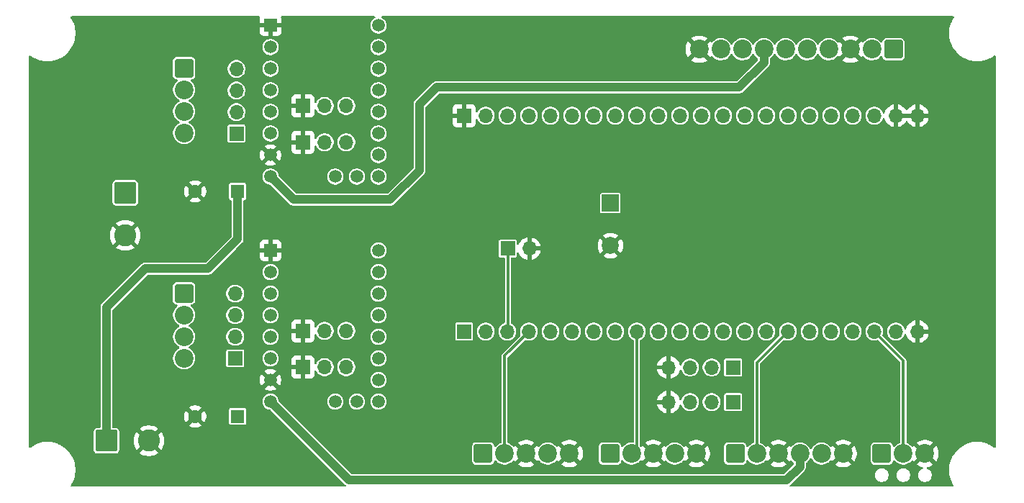
<source format=gbr>
%TF.GenerationSoftware,KiCad,Pcbnew,9.0.0*%
%TF.CreationDate,2025-03-28T18:05:30-06:00*%
%TF.ProjectId,Dark_Passenger_Turret_MCU,4461726b-5f50-4617-9373-656e6765725f,1.0*%
%TF.SameCoordinates,Original*%
%TF.FileFunction,Copper,L2,Bot*%
%TF.FilePolarity,Positive*%
%FSLAX46Y46*%
G04 Gerber Fmt 4.6, Leading zero omitted, Abs format (unit mm)*
G04 Created by KiCad (PCBNEW 9.0.0) date 2025-03-28 18:05:30*
%MOMM*%
%LPD*%
G01*
G04 APERTURE LIST*
G04 Aperture macros list*
%AMRoundRect*
0 Rectangle with rounded corners*
0 $1 Rounding radius*
0 $2 $3 $4 $5 $6 $7 $8 $9 X,Y pos of 4 corners*
0 Add a 4 corners polygon primitive as box body*
4,1,4,$2,$3,$4,$5,$6,$7,$8,$9,$2,$3,0*
0 Add four circle primitives for the rounded corners*
1,1,$1+$1,$2,$3*
1,1,$1+$1,$4,$5*
1,1,$1+$1,$6,$7*
1,1,$1+$1,$8,$9*
0 Add four rect primitives between the rounded corners*
20,1,$1+$1,$2,$3,$4,$5,0*
20,1,$1+$1,$4,$5,$6,$7,0*
20,1,$1+$1,$6,$7,$8,$9,0*
20,1,$1+$1,$8,$9,$2,$3,0*%
G04 Aperture macros list end*
%TA.AperFunction,ComponentPad*%
%ADD10RoundRect,0.249999X-0.850001X0.850001X-0.850001X-0.850001X0.850001X-0.850001X0.850001X0.850001X0*%
%TD*%
%TA.AperFunction,ComponentPad*%
%ADD11C,2.200000*%
%TD*%
%TA.AperFunction,ComponentPad*%
%ADD12R,1.700000X1.700000*%
%TD*%
%TA.AperFunction,ComponentPad*%
%ADD13O,1.700000X1.700000*%
%TD*%
%TA.AperFunction,ComponentPad*%
%ADD14R,1.508000X1.508000*%
%TD*%
%TA.AperFunction,ComponentPad*%
%ADD15C,1.508000*%
%TD*%
%TA.AperFunction,ComponentPad*%
%ADD16RoundRect,0.249999X-0.850001X-0.850001X0.850001X-0.850001X0.850001X0.850001X-0.850001X0.850001X0*%
%TD*%
%TA.AperFunction,ComponentPad*%
%ADD17R,2.000000X2.000000*%
%TD*%
%TA.AperFunction,ComponentPad*%
%ADD18C,2.000000*%
%TD*%
%TA.AperFunction,ComponentPad*%
%ADD19R,1.600000X1.600000*%
%TD*%
%TA.AperFunction,ComponentPad*%
%ADD20C,1.600000*%
%TD*%
%TA.AperFunction,ComponentPad*%
%ADD21RoundRect,0.250000X-1.050000X-1.050000X1.050000X-1.050000X1.050000X1.050000X-1.050000X1.050000X0*%
%TD*%
%TA.AperFunction,ComponentPad*%
%ADD22C,2.600000*%
%TD*%
%TA.AperFunction,ComponentPad*%
%ADD23RoundRect,0.249999X0.850001X0.850001X-0.850001X0.850001X-0.850001X-0.850001X0.850001X-0.850001X0*%
%TD*%
%TA.AperFunction,ComponentPad*%
%ADD24RoundRect,0.250000X-1.050000X1.050000X-1.050000X-1.050000X1.050000X-1.050000X1.050000X1.050000X0*%
%TD*%
%TA.AperFunction,ViaPad*%
%ADD25C,0.700000*%
%TD*%
%TA.AperFunction,Conductor*%
%ADD26C,0.300000*%
%TD*%
%TA.AperFunction,Conductor*%
%ADD27C,1.000000*%
%TD*%
G04 APERTURE END LIST*
D10*
%TO.P,J13,1,Pin_1*%
%TO.N,STEP2D*%
X62484200Y-35147600D03*
D11*
%TO.P,J13,2,Pin_2*%
%TO.N,STEP2B*%
X62484200Y-37687600D03*
%TO.P,J13,3,Pin_3*%
%TO.N,STEP2C*%
X62484200Y-40227600D03*
%TO.P,J13,4,Pin_4*%
%TO.N,STEP2A*%
X62484200Y-42767600D03*
%TD*%
D12*
%TO.P,J1,1,Pin_1*%
%TO.N,+3.3V*%
X95428600Y-66134200D03*
D13*
%TO.P,J1,2,Pin_2*%
X97968600Y-66134200D03*
%TO.P,J1,3,Pin_3*%
%TO.N,RST*%
X100508600Y-66134200D03*
%TO.P,J1,4,Pin_4*%
%TO.N,GPIO4*%
X103048600Y-66134200D03*
%TO.P,J1,5,Pin_5*%
%TO.N,GPIO5*%
X105588600Y-66134200D03*
%TO.P,J1,6,Pin_6*%
%TO.N,GPIO6*%
X108128600Y-66134200D03*
%TO.P,J1,7,Pin_7*%
%TO.N,GPIO7*%
X110668600Y-66134200D03*
%TO.P,J1,8,Pin_8*%
%TO.N,GPIO15*%
X113208600Y-66134200D03*
%TO.P,J1,9,Pin_9*%
%TO.N,GPIO16*%
X115748600Y-66134200D03*
%TO.P,J1,10,Pin_10*%
%TO.N,GPIO17*%
X118288600Y-66134200D03*
%TO.P,J1,11,Pin_11*%
%TO.N,GPIO18*%
X120828600Y-66134200D03*
%TO.P,J1,12,Pin_12*%
%TO.N,SDA*%
X123368600Y-66134200D03*
%TO.P,J1,13,Pin_13*%
%TO.N,unconnected-(J1-Pin_13-Pad13)*%
X125908600Y-66134200D03*
%TO.P,J1,14,Pin_14*%
%TO.N,unconnected-(J1-Pin_14-Pad14)*%
X128448600Y-66134200D03*
%TO.P,J1,15,Pin_15*%
%TO.N,SCL*%
X130988600Y-66134200D03*
%TO.P,J1,16,Pin_16*%
%TO.N,GPIO10*%
X133528600Y-66134200D03*
%TO.P,J1,17,Pin_17*%
%TO.N,GPIO11*%
X136068600Y-66134200D03*
%TO.P,J1,18,Pin_18*%
%TO.N,GPIO12*%
X138608600Y-66134200D03*
%TO.P,J1,19,Pin_19*%
%TO.N,GPIO13*%
X141148600Y-66134200D03*
%TO.P,J1,20,Pin_20*%
%TO.N,GPIO14*%
X143688600Y-66134200D03*
%TO.P,J1,21,Pin_21*%
%TO.N,5VIN*%
X146228600Y-66134200D03*
%TO.P,J1,22,Pin_22*%
%TO.N,GND*%
X148768600Y-66134200D03*
%TD*%
D12*
%TO.P,J11,1,Pin_1*%
%TO.N,+3.3V*%
X127091800Y-74441000D03*
D13*
%TO.P,J11,2,Pin_2*%
%TO.N,SCL*%
X124551800Y-74441000D03*
%TO.P,J11,3,Pin_3*%
%TO.N,SDA*%
X122011800Y-74441000D03*
%TO.P,J11,4,Pin_4*%
%TO.N,GND*%
X119471800Y-74441000D03*
%TD*%
D12*
%TO.P,J16,1,Pin_1*%
%TO.N,RST*%
X100578800Y-56363000D03*
D13*
%TO.P,J16,2,Pin_2*%
%TO.N,GND*%
X103118800Y-56363000D03*
%TD*%
D12*
%TO.P,J18,1,Pin_1*%
%TO.N,STEP2A*%
X68643181Y-42848638D03*
D13*
%TO.P,J18,2,Pin_2*%
%TO.N,STEP2C*%
X68643181Y-40308638D03*
%TO.P,J18,3,Pin_3*%
%TO.N,STEP2B*%
X68643181Y-37768638D03*
%TO.P,J18,4,Pin_4*%
%TO.N,STEP2D*%
X68643181Y-35228638D03*
%TD*%
D12*
%TO.P,J19,1,Pin_1*%
%TO.N,GND*%
X76479600Y-66059400D03*
D13*
%TO.P,J19,2,Pin_2*%
%TO.N,MS2-1*%
X79019600Y-66059400D03*
%TO.P,J19,3,Pin_3*%
%TO.N,+3.3V*%
X81559600Y-66059400D03*
%TD*%
D12*
%TO.P,J2,1,Pin_1*%
%TO.N,GND*%
X95428600Y-40734200D03*
D13*
%TO.P,J2,2,Pin_2*%
%TO.N,TX*%
X97968600Y-40734200D03*
%TO.P,J2,3,Pin_3*%
%TO.N,RX*%
X100508600Y-40734200D03*
%TO.P,J2,4,Pin_4*%
%TO.N,GPIO1*%
X103048600Y-40734200D03*
%TO.P,J2,5,Pin_5*%
%TO.N,GPIO2*%
X105588600Y-40734200D03*
%TO.P,J2,6,Pin_6*%
%TO.N,GPIO42*%
X108128600Y-40734200D03*
%TO.P,J2,7,Pin_7*%
%TO.N,GPIO41*%
X110668600Y-40734200D03*
%TO.P,J2,8,Pin_8*%
%TO.N,GPIO40*%
X113208600Y-40734200D03*
%TO.P,J2,9,Pin_9*%
%TO.N,GPIO39*%
X115748600Y-40734200D03*
%TO.P,J2,10,Pin_10*%
%TO.N,GPIO38*%
X118288600Y-40734200D03*
%TO.P,J2,11,Pin_11*%
%TO.N,GPIO37*%
X120828600Y-40734200D03*
%TO.P,J2,12,Pin_12*%
%TO.N,GPIO36*%
X123368600Y-40734200D03*
%TO.P,J2,13,Pin_13*%
%TO.N,GPIO35*%
X125908600Y-40734200D03*
%TO.P,J2,14,Pin_14*%
%TO.N,unconnected-(J2-Pin_14-Pad14)*%
X128448600Y-40734200D03*
%TO.P,J2,15,Pin_15*%
%TO.N,unconnected-(J2-Pin_15-Pad15)*%
X130988600Y-40734200D03*
%TO.P,J2,16,Pin_16*%
%TO.N,GPIO48*%
X133528600Y-40734200D03*
%TO.P,J2,17,Pin_17*%
%TO.N,GPIO47*%
X136068600Y-40734200D03*
%TO.P,J2,18,Pin_18*%
%TO.N,GPIO21*%
X138608600Y-40734200D03*
%TO.P,J2,19,Pin_19*%
%TO.N,GPIO20*%
X141148600Y-40734200D03*
%TO.P,J2,20,Pin_20*%
%TO.N,GPIO19*%
X143688600Y-40734200D03*
%TO.P,J2,21,Pin_21*%
%TO.N,GND*%
X146228600Y-40734200D03*
%TO.P,J2,22,Pin_22*%
X148768600Y-40734200D03*
%TD*%
D12*
%TO.P,J20,1,Pin_1*%
%TO.N,GND*%
X76479600Y-39592600D03*
D13*
%TO.P,J20,2,Pin_2*%
%TO.N,MS2-2*%
X79019600Y-39592600D03*
%TO.P,J20,3,Pin_3*%
%TO.N,+3.3V*%
X81559600Y-39592600D03*
%TD*%
D14*
%TO.P,U1,1,GND*%
%TO.N,GND*%
X72644200Y-56585200D03*
D15*
%TO.P,U1,2,VIO*%
%TO.N,+3.3V*%
X72644200Y-59125200D03*
%TO.P,U1,3,M1B*%
%TO.N,STEP1D*%
X72644200Y-61665200D03*
%TO.P,U1,4,M1A*%
%TO.N,STEP1B*%
X72644200Y-64205200D03*
%TO.P,U1,5,M2A*%
%TO.N,STEP1C*%
X72644200Y-66745200D03*
%TO.P,U1,6,M2B*%
%TO.N,STEP1A*%
X72644200Y-69285200D03*
%TO.P,U1,7,GND*%
%TO.N,GND*%
X72644200Y-71825200D03*
%TO.P,U1,8,VM*%
%TO.N,+12V*%
X72644200Y-74365200D03*
%TO.P,U1,9,DIR*%
%TO.N,GPIO13*%
X85344200Y-56585200D03*
%TO.P,U1,10,STEP*%
%TO.N,GPIO12*%
X85344200Y-59125200D03*
%TO.P,U1,11,PDN*%
%TO.N,GPIO11*%
X85344200Y-61665200D03*
%TO.P,U1,12,UART*%
%TO.N,GPIO18*%
X85344200Y-64205200D03*
%TO.P,U1,13,SPRD*%
%TO.N,GPIO17*%
X85344200Y-66745200D03*
%TO.P,U1,14,MS2*%
%TO.N,MS2-1*%
X85344200Y-69285200D03*
%TO.P,U1,15,MS1*%
%TO.N,MS1-1*%
X85344200Y-71825200D03*
%TO.P,U1,16,~{EN}*%
%TO.N,GPIO5*%
X85344200Y-74365200D03*
%TO.P,U1,17,INDEX*%
%TO.N,GPIO7*%
X80264200Y-74365200D03*
%TO.P,U1,18,DIAG*%
%TO.N,GPIO6*%
X82804200Y-74365200D03*
%TD*%
D12*
%TO.P,J10,1,Pin_1*%
%TO.N,+3.3V*%
X127091800Y-70351600D03*
D13*
%TO.P,J10,2,Pin_2*%
%TO.N,SCL*%
X124551800Y-70351600D03*
%TO.P,J10,3,Pin_3*%
%TO.N,SDA*%
X122011800Y-70351600D03*
%TO.P,J10,4,Pin_4*%
%TO.N,GND*%
X119471800Y-70351600D03*
%TD*%
D16*
%TO.P,J4,1,Pin_1*%
%TO.N,+5V*%
X144576800Y-80486600D03*
D11*
%TO.P,J4,2,Pin_2*%
%TO.N,GPIO14*%
X147116800Y-80486600D03*
%TO.P,J4,3,Pin_3*%
%TO.N,GND*%
X149656800Y-80486600D03*
%TD*%
D16*
%TO.P,J9,1,Pin_1*%
%TO.N,+3.3V*%
X127330200Y-80486600D03*
D11*
%TO.P,J9,2,Pin_2*%
%TO.N,GPIO10*%
X129870200Y-80486600D03*
%TO.P,J9,3,Pin_3*%
%TO.N,GND*%
X132410200Y-80486600D03*
%TO.P,J9,4,Pin_4*%
%TO.N,+12V*%
X134950200Y-80486600D03*
%TO.P,J9,5,Pin_5*%
%TO.N,+5V*%
X137490200Y-80486600D03*
%TO.P,J9,6,Pin_6*%
%TO.N,GND*%
X140030200Y-80486600D03*
%TD*%
D17*
%TO.P,C1,1*%
%TO.N,+5V*%
X112649200Y-51026400D03*
D18*
%TO.P,C1,2*%
%TO.N,GND*%
X112649200Y-56026400D03*
%TD*%
D10*
%TO.P,J12,1,Pin_1*%
%TO.N,STEP1D*%
X62484200Y-61639800D03*
D11*
%TO.P,J12,2,Pin_2*%
%TO.N,STEP1B*%
X62484200Y-64179800D03*
%TO.P,J12,3,Pin_3*%
%TO.N,STEP1C*%
X62484200Y-66719800D03*
%TO.P,J12,4,Pin_4*%
%TO.N,STEP1A*%
X62484200Y-69259800D03*
%TD*%
D16*
%TO.P,J7,1,Pin_1*%
%TO.N,+3.3V*%
X112598200Y-80486600D03*
D11*
%TO.P,J7,2,Pin_2*%
%TO.N,GPIO16*%
X115138200Y-80486600D03*
%TO.P,J7,3,Pin_3*%
%TO.N,GND*%
X117678200Y-80486600D03*
%TO.P,J7,4,Pin_4*%
%TO.N,+5V*%
X120218200Y-80486600D03*
%TO.P,J7,5,Pin_5*%
%TO.N,GND*%
X122758200Y-80486600D03*
%TD*%
D12*
%TO.P,J17,1,Pin_1*%
%TO.N,STEP1A*%
X68501181Y-69289619D03*
D13*
%TO.P,J17,2,Pin_2*%
%TO.N,STEP1C*%
X68501181Y-66749619D03*
%TO.P,J17,3,Pin_3*%
%TO.N,STEP1B*%
X68501181Y-64209619D03*
%TO.P,J17,4,Pin_4*%
%TO.N,STEP1D*%
X68501181Y-61669619D03*
%TD*%
D19*
%TO.P,C3,1*%
%TO.N,+12V*%
X68783400Y-49651000D03*
D20*
%TO.P,C3,2*%
%TO.N,GND*%
X63783400Y-49651000D03*
%TD*%
D19*
%TO.P,C2,1*%
%TO.N,+12V*%
X68783400Y-76117800D03*
D20*
%TO.P,C2,2*%
%TO.N,GND*%
X63783400Y-76117800D03*
%TD*%
D16*
%TO.P,J6,1,Pin_1*%
%TO.N,+3.3V*%
X97663000Y-80486600D03*
D11*
%TO.P,J6,2,Pin_2*%
%TO.N,GPIO4*%
X100203000Y-80486600D03*
%TO.P,J6,3,Pin_3*%
%TO.N,GND*%
X102743000Y-80486600D03*
%TO.P,J6,4,Pin_4*%
%TO.N,+5V*%
X105283000Y-80486600D03*
%TO.P,J6,5,Pin_5*%
%TO.N,GND*%
X107823000Y-80486600D03*
%TD*%
D21*
%TO.P,J8,1,Pin_1*%
%TO.N,+12V*%
X53340200Y-78982700D03*
D22*
%TO.P,J8,2,Pin_2*%
%TO.N,GND*%
X58340200Y-78982700D03*
%TD*%
D12*
%TO.P,J15,1,Pin_1*%
%TO.N,GND*%
X76479600Y-43859800D03*
D13*
%TO.P,J15,2,Pin_2*%
%TO.N,MS1-2*%
X79019600Y-43859800D03*
%TO.P,J15,3,Pin_3*%
%TO.N,+3.3V*%
X81559600Y-43859800D03*
%TD*%
D23*
%TO.P,J3,1,Pin_1*%
%TO.N,GPIO19*%
X145948600Y-32917900D03*
D11*
%TO.P,J3,2,Pin_2*%
%TO.N,GPIO20*%
X143408600Y-32917900D03*
%TO.P,J3,3,Pin_3*%
%TO.N,GND*%
X140868600Y-32917900D03*
%TO.P,J3,4,Pin_4*%
%TO.N,GPIO21*%
X138328600Y-32917900D03*
%TO.P,J3,5,Pin_5*%
%TO.N,GPIO47*%
X135788600Y-32917900D03*
%TO.P,J3,6,Pin_6*%
%TO.N,GPIO48*%
X133248600Y-32917900D03*
%TO.P,J3,7,Pin_7*%
%TO.N,+12V*%
X130708600Y-32917900D03*
%TO.P,J3,8,Pin_8*%
%TO.N,+5V*%
X128168600Y-32917900D03*
%TO.P,J3,9,Pin_9*%
%TO.N,+3.3V*%
X125628600Y-32917900D03*
%TO.P,J3,10,Pin_10*%
%TO.N,GND*%
X123088600Y-32917900D03*
%TD*%
D24*
%TO.P,J5,1,Pin_1*%
%TO.N,+5V*%
X55575200Y-49828800D03*
D22*
%TO.P,J5,2,Pin_2*%
%TO.N,GND*%
X55575200Y-54828800D03*
%TD*%
D12*
%TO.P,J14,1,Pin_1*%
%TO.N,GND*%
X76479600Y-70326600D03*
D13*
%TO.P,J14,2,Pin_2*%
%TO.N,MS1-1*%
X79019600Y-70326600D03*
%TO.P,J14,3,Pin_3*%
%TO.N,+3.3V*%
X81559600Y-70326600D03*
%TD*%
D14*
%TO.P,U2,1,GND*%
%TO.N,GND*%
X72644200Y-30118400D03*
D15*
%TO.P,U2,2,VIO*%
%TO.N,+3.3V*%
X72644200Y-32658400D03*
%TO.P,U2,3,M1B*%
%TO.N,STEP2D*%
X72644200Y-35198400D03*
%TO.P,U2,4,M1A*%
%TO.N,STEP2B*%
X72644200Y-37738400D03*
%TO.P,U2,5,M2A*%
%TO.N,STEP2C*%
X72644200Y-40278400D03*
%TO.P,U2,6,M2B*%
%TO.N,STEP2A*%
X72644200Y-42818400D03*
%TO.P,U2,7,GND*%
%TO.N,GND*%
X72644200Y-45358400D03*
%TO.P,U2,8,VM*%
%TO.N,+12V*%
X72644200Y-47898400D03*
%TO.P,U2,9,DIR*%
%TO.N,GPIO36*%
X85344200Y-30118400D03*
%TO.P,U2,10,STEP*%
%TO.N,GPIO37*%
X85344200Y-32658400D03*
%TO.P,U2,11,PDN*%
%TO.N,GPIO38*%
X85344200Y-35198400D03*
%TO.P,U2,12,UART*%
%TO.N,GPIO39*%
X85344200Y-37738400D03*
%TO.P,U2,13,SPRD*%
%TO.N,GPIO40*%
X85344200Y-40278400D03*
%TO.P,U2,14,MS2*%
%TO.N,MS2-2*%
X85344200Y-42818400D03*
%TO.P,U2,15,MS1*%
%TO.N,MS1-2*%
X85344200Y-45358400D03*
%TO.P,U2,16,~{EN}*%
%TO.N,GPIO1*%
X85344200Y-47898400D03*
%TO.P,U2,17,INDEX*%
%TO.N,GPIO42*%
X80264200Y-47898400D03*
%TO.P,U2,18,DIAG*%
%TO.N,GPIO2*%
X82804200Y-47898400D03*
%TD*%
D25*
%TO.N,GND*%
X72263200Y-77616400D03*
X78994200Y-77514800D03*
%TD*%
D26*
%TO.N,RST*%
X100578800Y-66064000D02*
X100508600Y-66134200D01*
X100578800Y-56363000D02*
X100578800Y-66064000D01*
%TO.N,GPIO10*%
X129870200Y-69792600D02*
X129870200Y-80486600D01*
X133528600Y-66134200D02*
X129870200Y-69792600D01*
%TO.N,GPIO16*%
X115748600Y-66134200D02*
X115748600Y-79876200D01*
X115748600Y-79876200D02*
X115138200Y-80486600D01*
%TO.N,GPIO14*%
X143688600Y-66134200D02*
X147116800Y-69562400D01*
X147116800Y-69562400D02*
X147116800Y-80486600D01*
%TO.N,GPIO4*%
X100203000Y-68979800D02*
X100203000Y-80486600D01*
X103048600Y-66134200D02*
X100203000Y-68979800D01*
D27*
%TO.N,GPIO48*%
X133248600Y-32917900D02*
X133248600Y-32924899D01*
%TO.N,+12V*%
X68783400Y-55239000D02*
X68783400Y-49651000D01*
X134950200Y-82042234D02*
X134950200Y-80486600D01*
X81864400Y-83585400D02*
X133407034Y-83585400D01*
X53340200Y-78982700D02*
X53340200Y-63316200D01*
X86741200Y-50616200D02*
X75362000Y-50616200D01*
X127773934Y-37408200D02*
X92202200Y-37408200D01*
X90170200Y-47187200D02*
X86741200Y-50616200D01*
X133407034Y-83585400D02*
X134950200Y-82042234D01*
X90170200Y-39440200D02*
X90170200Y-47187200D01*
X65278200Y-58744200D02*
X68783400Y-55239000D01*
X130708600Y-34473534D02*
X127773934Y-37408200D01*
X92202200Y-37408200D02*
X90170200Y-39440200D01*
X57912200Y-58744200D02*
X65278200Y-58744200D01*
X72644200Y-74365200D02*
X81864400Y-83585400D01*
X53340200Y-63316200D02*
X57912200Y-58744200D01*
X75362000Y-50616200D02*
X72644200Y-47898400D01*
X130708600Y-32917900D02*
X130708600Y-34473534D01*
%TD*%
%TA.AperFunction,Conductor*%
%TO.N,GND*%
G36*
X148302675Y-40541207D02*
G01*
X148268600Y-40668374D01*
X148268600Y-40800026D01*
X148302675Y-40927193D01*
X148335588Y-40984200D01*
X146661612Y-40984200D01*
X146694525Y-40927193D01*
X146728600Y-40800026D01*
X146728600Y-40668374D01*
X146694525Y-40541207D01*
X146661612Y-40484200D01*
X148335588Y-40484200D01*
X148302675Y-40541207D01*
G37*
%TD.AperFunction*%
%TA.AperFunction,Conductor*%
G36*
X71371140Y-29045885D02*
G01*
X71416895Y-29098689D01*
X71426839Y-29167847D01*
X71420283Y-29193534D01*
X71396602Y-29257023D01*
X71396601Y-29257027D01*
X71390200Y-29316555D01*
X71390200Y-29868400D01*
X72211188Y-29868400D01*
X72178275Y-29925407D01*
X72144200Y-30052574D01*
X72144200Y-30184226D01*
X72178275Y-30311393D01*
X72211188Y-30368400D01*
X71390200Y-30368400D01*
X71390200Y-30920244D01*
X71396601Y-30979772D01*
X71396603Y-30979779D01*
X71446845Y-31114486D01*
X71446849Y-31114493D01*
X71533009Y-31229587D01*
X71533012Y-31229590D01*
X71648106Y-31315750D01*
X71648113Y-31315754D01*
X71782820Y-31365996D01*
X71782827Y-31365998D01*
X71842355Y-31372399D01*
X71842372Y-31372400D01*
X72394200Y-31372400D01*
X72394200Y-30551412D01*
X72451207Y-30584325D01*
X72578374Y-30618400D01*
X72710026Y-30618400D01*
X72837193Y-30584325D01*
X72894200Y-30551412D01*
X72894200Y-31372400D01*
X73446028Y-31372400D01*
X73446044Y-31372399D01*
X73505572Y-31365998D01*
X73505579Y-31365996D01*
X73640286Y-31315754D01*
X73640293Y-31315750D01*
X73755387Y-31229590D01*
X73755390Y-31229587D01*
X73841550Y-31114493D01*
X73841554Y-31114486D01*
X73891796Y-30979779D01*
X73891798Y-30979772D01*
X73898199Y-30920244D01*
X73898200Y-30920227D01*
X73898200Y-30368400D01*
X73077212Y-30368400D01*
X73110125Y-30311393D01*
X73144200Y-30184226D01*
X73144200Y-30052574D01*
X73110125Y-29925407D01*
X73077212Y-29868400D01*
X73898200Y-29868400D01*
X73898200Y-29316572D01*
X73898199Y-29316555D01*
X73891798Y-29257027D01*
X73891797Y-29257023D01*
X73868117Y-29193534D01*
X73863133Y-29123842D01*
X73896617Y-29062519D01*
X73957941Y-29029034D01*
X73984299Y-29026200D01*
X84863385Y-29026200D01*
X84930424Y-29045885D01*
X84976179Y-29098689D01*
X84986123Y-29167847D01*
X84957098Y-29231403D01*
X84910837Y-29264761D01*
X84892081Y-29272529D01*
X84892068Y-29272536D01*
X84735742Y-29376991D01*
X84735738Y-29376994D01*
X84602794Y-29509938D01*
X84602791Y-29509942D01*
X84498336Y-29666268D01*
X84498329Y-29666281D01*
X84426382Y-29839978D01*
X84426379Y-29839990D01*
X84389700Y-30024385D01*
X84389700Y-30212414D01*
X84426379Y-30396809D01*
X84426382Y-30396821D01*
X84498329Y-30570518D01*
X84498336Y-30570531D01*
X84602791Y-30726857D01*
X84602794Y-30726861D01*
X84735738Y-30859805D01*
X84735742Y-30859808D01*
X84892068Y-30964263D01*
X84892081Y-30964270D01*
X85065778Y-31036217D01*
X85065783Y-31036219D01*
X85250185Y-31072899D01*
X85250188Y-31072900D01*
X85250190Y-31072900D01*
X85438212Y-31072900D01*
X85438213Y-31072899D01*
X85622617Y-31036219D01*
X85796325Y-30964267D01*
X85952658Y-30859808D01*
X86085608Y-30726858D01*
X86190067Y-30570525D01*
X86262019Y-30396817D01*
X86298700Y-30212410D01*
X86298700Y-30024390D01*
X86298700Y-30024387D01*
X86298699Y-30024385D01*
X86278999Y-29925347D01*
X86262019Y-29839983D01*
X86211617Y-29718301D01*
X86190070Y-29666281D01*
X86190063Y-29666268D01*
X86085608Y-29509942D01*
X86085605Y-29509938D01*
X85952661Y-29376994D01*
X85952657Y-29376991D01*
X85796331Y-29272536D01*
X85796318Y-29272529D01*
X85777563Y-29264761D01*
X85723159Y-29220920D01*
X85701094Y-29154626D01*
X85718373Y-29086927D01*
X85769510Y-29039316D01*
X85825015Y-29026200D01*
X152940430Y-29026200D01*
X153007469Y-29045885D01*
X153053224Y-29098689D01*
X153063168Y-29167847D01*
X153043532Y-29219091D01*
X152962620Y-29340183D01*
X152962609Y-29340201D01*
X152809866Y-29625962D01*
X152809864Y-29625967D01*
X152685857Y-29925345D01*
X152591790Y-30235445D01*
X152591787Y-30235456D01*
X152528576Y-30553246D01*
X152528573Y-30553263D01*
X152511476Y-30726857D01*
X152496813Y-30875736D01*
X152496813Y-31199778D01*
X152506360Y-31296713D01*
X152528573Y-31522250D01*
X152528576Y-31522267D01*
X152591787Y-31840057D01*
X152591790Y-31840068D01*
X152685857Y-32150168D01*
X152809864Y-32449546D01*
X152809866Y-32449551D01*
X152962609Y-32735312D01*
X152962620Y-32735330D01*
X153142648Y-33004761D01*
X153348219Y-33255250D01*
X153577342Y-33484373D01*
X153827831Y-33689944D01*
X153827837Y-33689948D01*
X154097269Y-33869977D01*
X154097278Y-33869982D01*
X154097280Y-33869983D01*
X154383041Y-34022726D01*
X154383043Y-34022726D01*
X154383049Y-34022730D01*
X154682426Y-34146736D01*
X154992515Y-34240800D01*
X154992521Y-34240801D01*
X154992524Y-34240802D01*
X154992535Y-34240805D01*
X155191816Y-34280443D01*
X155310332Y-34304018D01*
X155632815Y-34335780D01*
X155632818Y-34335780D01*
X155956854Y-34335780D01*
X155956857Y-34335780D01*
X156279340Y-34304018D01*
X156436651Y-34272726D01*
X156597136Y-34240805D01*
X156597147Y-34240802D01*
X156597147Y-34240801D01*
X156597157Y-34240800D01*
X156907246Y-34146736D01*
X157206623Y-34022730D01*
X157492403Y-33869977D01*
X157761835Y-33689948D01*
X157785536Y-33670496D01*
X157849843Y-33643184D01*
X157918711Y-33654974D01*
X157970272Y-33702125D01*
X157988200Y-33766350D01*
X157988200Y-79683505D01*
X157968515Y-79750544D01*
X157915711Y-79796299D01*
X157846553Y-79806243D01*
X157785536Y-79779359D01*
X157761839Y-79759911D01*
X157492409Y-79579884D01*
X157492408Y-79579883D01*
X157492403Y-79579880D01*
X157492398Y-79579877D01*
X157492391Y-79579873D01*
X157206630Y-79427130D01*
X157206625Y-79427128D01*
X157198390Y-79423717D01*
X157079114Y-79374311D01*
X156907247Y-79303121D01*
X156597147Y-79209054D01*
X156597136Y-79209051D01*
X156279346Y-79145840D01*
X156279329Y-79145837D01*
X156035466Y-79121819D01*
X155956857Y-79114077D01*
X155632815Y-79114077D01*
X155560113Y-79121237D01*
X155310342Y-79145837D01*
X155310325Y-79145840D01*
X154992535Y-79209051D01*
X154992524Y-79209054D01*
X154682424Y-79303121D01*
X154383046Y-79427128D01*
X154383041Y-79427130D01*
X154097280Y-79579873D01*
X154097262Y-79579884D01*
X153827831Y-79759912D01*
X153577342Y-79965483D01*
X153348219Y-80194606D01*
X153142648Y-80445095D01*
X152962620Y-80714526D01*
X152962609Y-80714544D01*
X152809866Y-81000305D01*
X152809864Y-81000310D01*
X152685857Y-81299688D01*
X152591790Y-81609788D01*
X152591787Y-81609799D01*
X152528576Y-81927589D01*
X152528573Y-81927606D01*
X152503973Y-82177377D01*
X152496813Y-82250079D01*
X152496813Y-82574121D01*
X152504033Y-82647427D01*
X152528573Y-82896593D01*
X152528576Y-82896610D01*
X152591787Y-83214400D01*
X152591790Y-83214411D01*
X152685857Y-83524511D01*
X152737168Y-83648386D01*
X152798451Y-83796337D01*
X152809864Y-83823889D01*
X152809866Y-83823894D01*
X152962609Y-84109655D01*
X152962620Y-84109673D01*
X153026522Y-84205309D01*
X153047400Y-84271987D01*
X153028915Y-84339367D01*
X152976936Y-84386057D01*
X152923420Y-84398200D01*
X133860233Y-84398200D01*
X133793194Y-84378515D01*
X133747439Y-84325711D01*
X133737495Y-84256553D01*
X133766520Y-84192997D01*
X133791343Y-84171097D01*
X133853577Y-84129514D01*
X135035338Y-82947753D01*
X143776300Y-82947753D01*
X143776300Y-83105446D01*
X143807061Y-83260089D01*
X143807064Y-83260101D01*
X143867402Y-83405772D01*
X143867409Y-83405785D01*
X143955010Y-83536888D01*
X143955013Y-83536892D01*
X144066507Y-83648386D01*
X144066511Y-83648389D01*
X144197614Y-83735990D01*
X144197627Y-83735997D01*
X144343298Y-83796335D01*
X144343303Y-83796337D01*
X144497953Y-83827099D01*
X144497956Y-83827100D01*
X144497958Y-83827100D01*
X144655644Y-83827100D01*
X144655645Y-83827099D01*
X144810297Y-83796337D01*
X144955979Y-83735994D01*
X145087089Y-83648389D01*
X145198589Y-83536889D01*
X145286194Y-83405779D01*
X145346537Y-83260097D01*
X145377300Y-83105442D01*
X145377300Y-82947758D01*
X145377300Y-82947755D01*
X145377299Y-82947753D01*
X146316300Y-82947753D01*
X146316300Y-83105446D01*
X146347061Y-83260089D01*
X146347064Y-83260101D01*
X146407402Y-83405772D01*
X146407409Y-83405785D01*
X146495010Y-83536888D01*
X146495013Y-83536892D01*
X146606507Y-83648386D01*
X146606511Y-83648389D01*
X146737614Y-83735990D01*
X146737627Y-83735997D01*
X146883298Y-83796335D01*
X146883303Y-83796337D01*
X147037953Y-83827099D01*
X147037956Y-83827100D01*
X147037958Y-83827100D01*
X147195644Y-83827100D01*
X147195645Y-83827099D01*
X147350297Y-83796337D01*
X147495979Y-83735994D01*
X147627089Y-83648389D01*
X147738589Y-83536889D01*
X147826194Y-83405779D01*
X147886537Y-83260097D01*
X147917300Y-83105442D01*
X147917300Y-82947758D01*
X147917300Y-82947755D01*
X147917299Y-82947753D01*
X147907125Y-82896604D01*
X147886537Y-82793103D01*
X147886535Y-82793098D01*
X147826197Y-82647427D01*
X147826190Y-82647414D01*
X147738589Y-82516311D01*
X147738586Y-82516307D01*
X147627092Y-82404813D01*
X147627088Y-82404810D01*
X147495985Y-82317209D01*
X147495972Y-82317202D01*
X147350301Y-82256864D01*
X147350289Y-82256861D01*
X147195645Y-82226100D01*
X147195642Y-82226100D01*
X147037958Y-82226100D01*
X147037955Y-82226100D01*
X146883310Y-82256861D01*
X146883298Y-82256864D01*
X146737627Y-82317202D01*
X146737614Y-82317209D01*
X146606511Y-82404810D01*
X146606507Y-82404813D01*
X146495013Y-82516307D01*
X146495010Y-82516311D01*
X146407409Y-82647414D01*
X146407402Y-82647427D01*
X146347064Y-82793098D01*
X146347061Y-82793110D01*
X146316300Y-82947753D01*
X145377299Y-82947753D01*
X145367125Y-82896604D01*
X145346537Y-82793103D01*
X145346535Y-82793098D01*
X145286197Y-82647427D01*
X145286190Y-82647414D01*
X145198589Y-82516311D01*
X145198586Y-82516307D01*
X145087092Y-82404813D01*
X145087088Y-82404810D01*
X144955985Y-82317209D01*
X144955972Y-82317202D01*
X144810301Y-82256864D01*
X144810289Y-82256861D01*
X144655645Y-82226100D01*
X144655642Y-82226100D01*
X144497958Y-82226100D01*
X144497955Y-82226100D01*
X144343310Y-82256861D01*
X144343298Y-82256864D01*
X144197627Y-82317202D01*
X144197614Y-82317209D01*
X144066511Y-82404810D01*
X144066507Y-82404813D01*
X143955013Y-82516307D01*
X143955010Y-82516311D01*
X143867409Y-82647414D01*
X143867402Y-82647427D01*
X143807064Y-82793098D01*
X143807061Y-82793110D01*
X143776300Y-82947753D01*
X135035338Y-82947753D01*
X135494314Y-82488777D01*
X135525019Y-82442821D01*
X135570975Y-82374045D01*
X135608313Y-82283901D01*
X135623780Y-82246563D01*
X135629134Y-82219643D01*
X135650700Y-82111227D01*
X135650700Y-81648344D01*
X135670385Y-81581305D01*
X135701815Y-81548026D01*
X135797415Y-81478569D01*
X135797415Y-81478568D01*
X135797419Y-81478566D01*
X135942166Y-81333819D01*
X135942168Y-81333815D01*
X135942171Y-81333813D01*
X136062484Y-81168214D01*
X136062483Y-81168214D01*
X136062487Y-81168210D01*
X136109716Y-81075517D01*
X136157689Y-81024723D01*
X136225510Y-81007928D01*
X136291645Y-81030465D01*
X136330685Y-81075519D01*
X136377915Y-81168214D01*
X136498228Y-81333813D01*
X136642986Y-81478571D01*
X136744546Y-81552357D01*
X136808590Y-81598887D01*
X136905655Y-81648344D01*
X136990976Y-81691818D01*
X136990978Y-81691818D01*
X136990981Y-81691820D01*
X137095337Y-81725727D01*
X137185665Y-81755077D01*
X137265704Y-81767754D01*
X137387848Y-81787100D01*
X137387849Y-81787100D01*
X137592551Y-81787100D01*
X137592552Y-81787100D01*
X137794734Y-81755077D01*
X137989419Y-81691820D01*
X138171810Y-81598887D01*
X138235854Y-81552357D01*
X138337413Y-81478571D01*
X138337415Y-81478568D01*
X138337419Y-81478566D01*
X138482166Y-81333819D01*
X138482166Y-81333818D01*
X138485611Y-81330374D01*
X138486879Y-81331642D01*
X138538922Y-81297651D01*
X138608789Y-81297135D01*
X138667844Y-81334475D01*
X138675051Y-81343481D01*
X138735948Y-81427297D01*
X138735948Y-81427298D01*
X139506412Y-80656834D01*
X139517682Y-80698892D01*
X139590090Y-80824308D01*
X139692492Y-80926710D01*
X139817908Y-80999118D01*
X139859965Y-81010387D01*
X139089500Y-81780850D01*
X139191616Y-81855042D01*
X139416015Y-81969380D01*
X139655530Y-82047202D01*
X139904272Y-82086600D01*
X140156128Y-82086600D01*
X140404869Y-82047202D01*
X140644384Y-81969380D01*
X140868775Y-81855046D01*
X140868781Y-81855042D01*
X140970897Y-81780850D01*
X140970898Y-81780850D01*
X140200434Y-81010387D01*
X140242492Y-80999118D01*
X140367908Y-80926710D01*
X140470310Y-80824308D01*
X140542718Y-80698892D01*
X140553987Y-80656835D01*
X141324450Y-81427298D01*
X141324450Y-81427297D01*
X141398642Y-81325181D01*
X141398646Y-81325175D01*
X141512980Y-81100784D01*
X141590802Y-80861269D01*
X141630200Y-80612528D01*
X141630200Y-80360671D01*
X141590802Y-80111930D01*
X141512980Y-79872415D01*
X141398642Y-79648016D01*
X141324450Y-79545901D01*
X141324450Y-79545900D01*
X140553987Y-80316364D01*
X140542718Y-80274308D01*
X140470310Y-80148892D01*
X140367908Y-80046490D01*
X140242492Y-79974082D01*
X140200432Y-79962812D01*
X140970898Y-79192348D01*
X140868783Y-79118157D01*
X140644384Y-79003819D01*
X140404869Y-78925997D01*
X140156128Y-78886600D01*
X139904272Y-78886600D01*
X139655530Y-78925997D01*
X139416015Y-79003819D01*
X139191613Y-79118159D01*
X139089501Y-79192347D01*
X139089500Y-79192348D01*
X139859965Y-79962812D01*
X139817908Y-79974082D01*
X139692492Y-80046490D01*
X139590090Y-80148892D01*
X139517682Y-80274308D01*
X139506412Y-80316365D01*
X138735948Y-79545900D01*
X138735946Y-79545901D01*
X138675051Y-79629717D01*
X138619721Y-79672383D01*
X138550108Y-79678362D01*
X138488313Y-79645756D01*
X138484870Y-79642085D01*
X138337413Y-79494628D01*
X138171810Y-79374312D01*
X138171808Y-79374311D01*
X138124279Y-79350093D01*
X138124276Y-79350093D01*
X137989423Y-79281381D01*
X137794734Y-79218122D01*
X137610571Y-79188954D01*
X137592552Y-79186100D01*
X137387848Y-79186100D01*
X137369835Y-79188953D01*
X137185665Y-79218122D01*
X136990976Y-79281381D01*
X136808586Y-79374315D01*
X136642986Y-79494628D01*
X136498228Y-79639386D01*
X136377915Y-79804986D01*
X136330685Y-79897680D01*
X136282710Y-79948476D01*
X136214889Y-79965271D01*
X136148754Y-79942734D01*
X136109715Y-79897680D01*
X136096842Y-79872415D01*
X136062487Y-79804990D01*
X136051391Y-79789717D01*
X135942171Y-79639386D01*
X135797413Y-79494628D01*
X135631813Y-79374315D01*
X135631812Y-79374314D01*
X135631810Y-79374313D01*
X135557115Y-79336254D01*
X135449423Y-79281381D01*
X135254734Y-79218122D01*
X135070571Y-79188954D01*
X135052552Y-79186100D01*
X134847848Y-79186100D01*
X134829835Y-79188953D01*
X134645665Y-79218122D01*
X134450976Y-79281381D01*
X134268586Y-79374315D01*
X134102986Y-79494628D01*
X134102982Y-79494632D01*
X133954789Y-79642826D01*
X133953532Y-79641569D01*
X133901402Y-79675571D01*
X133831534Y-79676042D01*
X133772503Y-79638665D01*
X133765348Y-79629718D01*
X133704450Y-79545901D01*
X133704450Y-79545900D01*
X132933987Y-80316364D01*
X132922718Y-80274308D01*
X132850310Y-80148892D01*
X132747908Y-80046490D01*
X132622492Y-79974082D01*
X132580432Y-79962812D01*
X133350898Y-79192348D01*
X133248783Y-79118157D01*
X133024384Y-79003819D01*
X132784869Y-78925997D01*
X132536128Y-78886600D01*
X132284272Y-78886600D01*
X132035530Y-78925997D01*
X131796015Y-79003819D01*
X131571613Y-79118159D01*
X131469501Y-79192347D01*
X131469500Y-79192348D01*
X132239965Y-79962812D01*
X132197908Y-79974082D01*
X132072492Y-80046490D01*
X131970090Y-80148892D01*
X131897682Y-80274308D01*
X131886412Y-80316365D01*
X131115948Y-79545900D01*
X131115946Y-79545901D01*
X131055051Y-79629717D01*
X130999721Y-79672383D01*
X130930108Y-79678362D01*
X130868313Y-79645756D01*
X130864870Y-79642085D01*
X130717413Y-79494628D01*
X130551810Y-79374312D01*
X130551808Y-79374311D01*
X130507064Y-79351512D01*
X130507035Y-79351499D01*
X130369419Y-79281380D01*
X130300081Y-79258850D01*
X130294033Y-79256143D01*
X130272296Y-79237591D01*
X130248706Y-79221460D01*
X130246059Y-79215198D01*
X130240889Y-79210785D01*
X130232632Y-79183424D01*
X130221508Y-79157101D01*
X130220764Y-79144098D01*
X130220703Y-79143894D01*
X130220744Y-79143748D01*
X130220700Y-79142967D01*
X130220700Y-69989143D01*
X130240385Y-69922104D01*
X130257014Y-69901467D01*
X133016496Y-67141984D01*
X133077817Y-67108501D01*
X133147509Y-67113485D01*
X133151628Y-67115106D01*
X133222180Y-67144330D01*
X133366652Y-67173067D01*
X133425130Y-67184699D01*
X133425134Y-67184700D01*
X133425135Y-67184700D01*
X133632066Y-67184700D01*
X133632067Y-67184699D01*
X133835020Y-67144330D01*
X134026198Y-67065141D01*
X134198255Y-66950177D01*
X134344577Y-66803855D01*
X134459541Y-66631798D01*
X134538730Y-66440620D01*
X134579100Y-66237665D01*
X134579100Y-66030735D01*
X134579099Y-66030730D01*
X135018100Y-66030730D01*
X135018100Y-66237669D01*
X135058468Y-66440612D01*
X135058470Y-66440620D01*
X135124539Y-66600125D01*
X135137659Y-66631798D01*
X135151436Y-66652417D01*
X135252624Y-66803857D01*
X135398942Y-66950175D01*
X135398945Y-66950177D01*
X135571002Y-67065141D01*
X135762180Y-67144330D01*
X135906652Y-67173067D01*
X135965130Y-67184699D01*
X135965134Y-67184700D01*
X135965135Y-67184700D01*
X136172066Y-67184700D01*
X136172067Y-67184699D01*
X136375020Y-67144330D01*
X136566198Y-67065141D01*
X136738255Y-66950177D01*
X136884577Y-66803855D01*
X136999541Y-66631798D01*
X137078730Y-66440620D01*
X137119100Y-66237665D01*
X137119100Y-66030735D01*
X137119099Y-66030730D01*
X137558100Y-66030730D01*
X137558100Y-66237669D01*
X137598468Y-66440612D01*
X137598470Y-66440620D01*
X137664539Y-66600125D01*
X137677659Y-66631798D01*
X137691436Y-66652417D01*
X137792624Y-66803857D01*
X137938942Y-66950175D01*
X137938945Y-66950177D01*
X138111002Y-67065141D01*
X138302180Y-67144330D01*
X138446652Y-67173067D01*
X138505130Y-67184699D01*
X138505134Y-67184700D01*
X138505135Y-67184700D01*
X138712066Y-67184700D01*
X138712067Y-67184699D01*
X138915020Y-67144330D01*
X139106198Y-67065141D01*
X139278255Y-66950177D01*
X139424577Y-66803855D01*
X139539541Y-66631798D01*
X139618730Y-66440620D01*
X139659100Y-66237665D01*
X139659100Y-66030735D01*
X139659099Y-66030730D01*
X140098100Y-66030730D01*
X140098100Y-66237669D01*
X140138468Y-66440612D01*
X140138470Y-66440620D01*
X140204539Y-66600125D01*
X140217659Y-66631798D01*
X140231436Y-66652417D01*
X140332624Y-66803857D01*
X140478942Y-66950175D01*
X140478945Y-66950177D01*
X140651002Y-67065141D01*
X140842180Y-67144330D01*
X140986652Y-67173067D01*
X141045130Y-67184699D01*
X141045134Y-67184700D01*
X141045135Y-67184700D01*
X141252066Y-67184700D01*
X141252067Y-67184699D01*
X141455020Y-67144330D01*
X141646198Y-67065141D01*
X141818255Y-66950177D01*
X141964577Y-66803855D01*
X142079541Y-66631798D01*
X142158730Y-66440620D01*
X142199100Y-66237665D01*
X142199100Y-66030735D01*
X142199099Y-66030730D01*
X142638100Y-66030730D01*
X142638100Y-66237669D01*
X142678468Y-66440612D01*
X142678470Y-66440620D01*
X142744539Y-66600125D01*
X142757659Y-66631798D01*
X142771436Y-66652417D01*
X142872624Y-66803857D01*
X143018942Y-66950175D01*
X143018945Y-66950177D01*
X143191002Y-67065141D01*
X143382180Y-67144330D01*
X143526652Y-67173067D01*
X143585130Y-67184699D01*
X143585134Y-67184700D01*
X143585135Y-67184700D01*
X143792066Y-67184700D01*
X143792067Y-67184699D01*
X143995020Y-67144330D01*
X144065572Y-67115105D01*
X144135038Y-67107637D01*
X144197518Y-67138911D01*
X144200704Y-67141986D01*
X146729981Y-69671263D01*
X146763466Y-69732586D01*
X146766300Y-69758944D01*
X146766300Y-79142967D01*
X146746615Y-79210006D01*
X146693811Y-79255761D01*
X146680625Y-79260895D01*
X146655959Y-79268910D01*
X146617576Y-79281381D01*
X146435186Y-79374315D01*
X146269586Y-79494628D01*
X146124832Y-79639382D01*
X146124828Y-79639387D01*
X146101617Y-79671335D01*
X146046287Y-79714001D01*
X145976674Y-79719980D01*
X145914879Y-79687374D01*
X145880522Y-79626536D01*
X145877299Y-79598450D01*
X145877299Y-79582339D01*
X145877299Y-79582334D01*
X145874446Y-79551900D01*
X145829593Y-79423717D01*
X145793131Y-79374313D01*
X145748950Y-79314449D01*
X145669947Y-79256143D01*
X145639683Y-79233807D01*
X145639681Y-79233806D01*
X145511501Y-79188953D01*
X145481070Y-79186100D01*
X143672539Y-79186100D01*
X143658551Y-79187411D01*
X143642100Y-79188954D01*
X143642097Y-79188954D01*
X143642096Y-79188955D01*
X143642094Y-79188955D01*
X143513917Y-79233806D01*
X143404649Y-79314449D01*
X143324006Y-79423718D01*
X143279153Y-79551897D01*
X143279153Y-79551899D01*
X143276300Y-79582329D01*
X143276300Y-81390860D01*
X143277380Y-81402379D01*
X143279154Y-81421300D01*
X143279154Y-81421302D01*
X143279155Y-81421303D01*
X143279155Y-81421305D01*
X143324006Y-81549482D01*
X143404649Y-81658750D01*
X143449455Y-81691818D01*
X143513917Y-81739393D01*
X143550166Y-81752077D01*
X143642098Y-81784246D01*
X143649123Y-81784904D01*
X143672533Y-81787100D01*
X145481066Y-81787099D01*
X145511500Y-81784246D01*
X145639683Y-81739393D01*
X145748950Y-81658750D01*
X145829593Y-81549483D01*
X145854407Y-81478569D01*
X145874446Y-81421302D01*
X145874446Y-81421300D01*
X145877300Y-81390867D01*
X145877299Y-81374753D01*
X145896980Y-81307716D01*
X145949782Y-81261958D01*
X146018940Y-81252011D01*
X146082497Y-81281033D01*
X146101617Y-81301865D01*
X146124828Y-81333812D01*
X146124832Y-81333817D01*
X146269586Y-81478571D01*
X146371146Y-81552357D01*
X146435190Y-81598887D01*
X146532255Y-81648344D01*
X146617576Y-81691818D01*
X146617578Y-81691818D01*
X146617581Y-81691820D01*
X146721937Y-81725727D01*
X146812265Y-81755077D01*
X146892304Y-81767754D01*
X147014448Y-81787100D01*
X147014449Y-81787100D01*
X147219151Y-81787100D01*
X147219152Y-81787100D01*
X147421334Y-81755077D01*
X147616019Y-81691820D01*
X147798410Y-81598887D01*
X147862454Y-81552357D01*
X147964013Y-81478571D01*
X147964015Y-81478568D01*
X147964019Y-81478566D01*
X148108766Y-81333819D01*
X148108766Y-81333818D01*
X148112211Y-81330374D01*
X148113479Y-81331642D01*
X148165522Y-81297651D01*
X148235389Y-81297135D01*
X148294444Y-81334475D01*
X148301651Y-81343481D01*
X148362548Y-81427297D01*
X148362548Y-81427298D01*
X149133012Y-80656834D01*
X149144282Y-80698892D01*
X149216690Y-80824308D01*
X149319092Y-80926710D01*
X149444508Y-80999118D01*
X149486565Y-81010387D01*
X148716100Y-81780850D01*
X148818216Y-81855042D01*
X149042615Y-81969380D01*
X149282131Y-82047203D01*
X149316150Y-82052591D01*
X149379285Y-82082520D01*
X149416217Y-82141831D01*
X149415219Y-82211694D01*
X149376610Y-82269926D01*
X149344206Y-82289625D01*
X149277624Y-82317204D01*
X149277614Y-82317209D01*
X149146511Y-82404810D01*
X149146507Y-82404813D01*
X149035013Y-82516307D01*
X149035010Y-82516311D01*
X148947409Y-82647414D01*
X148947402Y-82647427D01*
X148887064Y-82793098D01*
X148887061Y-82793110D01*
X148856300Y-82947753D01*
X148856300Y-83105446D01*
X148887061Y-83260089D01*
X148887064Y-83260101D01*
X148947402Y-83405772D01*
X148947409Y-83405785D01*
X149035010Y-83536888D01*
X149035013Y-83536892D01*
X149146507Y-83648386D01*
X149146511Y-83648389D01*
X149277614Y-83735990D01*
X149277627Y-83735997D01*
X149423298Y-83796335D01*
X149423303Y-83796337D01*
X149577953Y-83827099D01*
X149577956Y-83827100D01*
X149577958Y-83827100D01*
X149735644Y-83827100D01*
X149735645Y-83827099D01*
X149890297Y-83796337D01*
X150035979Y-83735994D01*
X150167089Y-83648389D01*
X150278589Y-83536889D01*
X150366194Y-83405779D01*
X150426537Y-83260097D01*
X150457300Y-83105442D01*
X150457300Y-82947758D01*
X150457300Y-82947755D01*
X150457299Y-82947753D01*
X150447125Y-82896604D01*
X150426537Y-82793103D01*
X150426535Y-82793098D01*
X150366197Y-82647427D01*
X150366190Y-82647414D01*
X150278589Y-82516311D01*
X150278586Y-82516307D01*
X150167092Y-82404813D01*
X150167088Y-82404810D01*
X150035985Y-82317209D01*
X150035976Y-82317204D01*
X149969393Y-82289625D01*
X149914990Y-82245784D01*
X149892925Y-82179490D01*
X149910204Y-82111791D01*
X149961341Y-82064180D01*
X149997449Y-82052590D01*
X150031474Y-82047201D01*
X150270984Y-81969380D01*
X150495375Y-81855046D01*
X150495381Y-81855042D01*
X150597497Y-81780850D01*
X150597498Y-81780850D01*
X149827034Y-81010387D01*
X149869092Y-80999118D01*
X149994508Y-80926710D01*
X150096910Y-80824308D01*
X150169318Y-80698892D01*
X150180587Y-80656834D01*
X150951050Y-81427298D01*
X150951050Y-81427297D01*
X151025242Y-81325181D01*
X151025246Y-81325175D01*
X151139580Y-81100784D01*
X151217402Y-80861269D01*
X151256800Y-80612528D01*
X151256800Y-80360671D01*
X151217402Y-80111930D01*
X151139580Y-79872415D01*
X151025242Y-79648016D01*
X150951050Y-79545901D01*
X150951050Y-79545900D01*
X150180587Y-80316364D01*
X150169318Y-80274308D01*
X150096910Y-80148892D01*
X149994508Y-80046490D01*
X149869092Y-79974082D01*
X149827032Y-79962812D01*
X150597498Y-79192348D01*
X150495383Y-79118157D01*
X150270984Y-79003819D01*
X150031469Y-78925997D01*
X149782728Y-78886600D01*
X149530872Y-78886600D01*
X149282130Y-78925997D01*
X149042615Y-79003819D01*
X148818213Y-79118159D01*
X148716101Y-79192347D01*
X148716100Y-79192348D01*
X149486565Y-79962812D01*
X149444508Y-79974082D01*
X149319092Y-80046490D01*
X149216690Y-80148892D01*
X149144282Y-80274308D01*
X149133012Y-80316365D01*
X148362548Y-79545900D01*
X148362546Y-79545901D01*
X148301651Y-79629717D01*
X148246321Y-79672383D01*
X148176708Y-79678362D01*
X148114913Y-79645756D01*
X148111470Y-79642085D01*
X147964013Y-79494628D01*
X147798410Y-79374312D01*
X147798408Y-79374311D01*
X147753664Y-79351512D01*
X147753635Y-79351499D01*
X147616019Y-79281380D01*
X147546681Y-79258850D01*
X147540633Y-79256143D01*
X147518896Y-79237591D01*
X147495306Y-79221460D01*
X147492659Y-79215198D01*
X147487489Y-79210785D01*
X147479232Y-79183424D01*
X147468108Y-79157101D01*
X147467364Y-79144098D01*
X147467303Y-79143894D01*
X147467344Y-79143748D01*
X147467300Y-79142967D01*
X147467300Y-69516258D01*
X147467300Y-69516256D01*
X147443414Y-69427112D01*
X147439688Y-69420659D01*
X147439687Y-69420657D01*
X147439687Y-69420656D01*
X147439685Y-69420654D01*
X147397270Y-69347188D01*
X144696385Y-66646303D01*
X144662901Y-66584981D01*
X144667885Y-66515289D01*
X144669487Y-66511215D01*
X144698730Y-66440620D01*
X144739100Y-66237665D01*
X144739100Y-66030735D01*
X144739099Y-66030730D01*
X145178100Y-66030730D01*
X145178100Y-66237669D01*
X145218468Y-66440612D01*
X145218470Y-66440620D01*
X145284539Y-66600125D01*
X145297659Y-66631798D01*
X145311436Y-66652417D01*
X145412624Y-66803857D01*
X145558942Y-66950175D01*
X145558945Y-66950177D01*
X145731002Y-67065141D01*
X145922180Y-67144330D01*
X146066652Y-67173067D01*
X146125130Y-67184699D01*
X146125134Y-67184700D01*
X146125135Y-67184700D01*
X146332066Y-67184700D01*
X146332067Y-67184699D01*
X146535020Y-67144330D01*
X146726198Y-67065141D01*
X146898255Y-66950177D01*
X147044577Y-66803855D01*
X147159541Y-66631798D01*
X147227765Y-66467089D01*
X147271604Y-66412688D01*
X147337898Y-66390623D01*
X147405598Y-66407902D01*
X147453209Y-66459039D01*
X147460256Y-66476226D01*
X147517504Y-66652416D01*
X147613979Y-66841757D01*
X147738872Y-67013659D01*
X147738876Y-67013664D01*
X147889135Y-67163923D01*
X147889140Y-67163927D01*
X148061042Y-67288820D01*
X148250382Y-67385295D01*
X148452471Y-67450957D01*
X148518600Y-67461431D01*
X148518600Y-66567212D01*
X148575607Y-66600125D01*
X148702774Y-66634200D01*
X148834426Y-66634200D01*
X148961593Y-66600125D01*
X149018600Y-66567212D01*
X149018600Y-67461430D01*
X149084726Y-67450957D01*
X149084729Y-67450957D01*
X149286817Y-67385295D01*
X149476157Y-67288820D01*
X149648059Y-67163927D01*
X149648064Y-67163923D01*
X149798323Y-67013664D01*
X149798327Y-67013659D01*
X149923220Y-66841757D01*
X150019695Y-66652417D01*
X150085357Y-66450329D01*
X150085357Y-66450326D01*
X150095831Y-66384200D01*
X149201612Y-66384200D01*
X149234525Y-66327193D01*
X149268600Y-66200026D01*
X149268600Y-66068374D01*
X149234525Y-65941207D01*
X149201612Y-65884200D01*
X150095831Y-65884200D01*
X150085357Y-65818073D01*
X150085357Y-65818070D01*
X150019695Y-65615982D01*
X149923220Y-65426642D01*
X149798327Y-65254740D01*
X149798323Y-65254735D01*
X149648064Y-65104476D01*
X149648059Y-65104472D01*
X149476157Y-64979579D01*
X149286815Y-64883103D01*
X149084724Y-64817441D01*
X149018600Y-64806968D01*
X149018600Y-65701188D01*
X148961593Y-65668275D01*
X148834426Y-65634200D01*
X148702774Y-65634200D01*
X148575607Y-65668275D01*
X148518600Y-65701188D01*
X148518600Y-64806968D01*
X148518599Y-64806968D01*
X148452475Y-64817441D01*
X148250384Y-64883103D01*
X148061042Y-64979579D01*
X147889140Y-65104472D01*
X147889135Y-65104476D01*
X147738876Y-65254735D01*
X147738872Y-65254740D01*
X147613979Y-65426642D01*
X147517505Y-65615981D01*
X147460256Y-65792174D01*
X147420818Y-65849849D01*
X147356459Y-65877047D01*
X147287613Y-65865132D01*
X147236137Y-65817888D01*
X147227764Y-65801307D01*
X147223370Y-65790700D01*
X147173573Y-65670477D01*
X147159543Y-65636605D01*
X147044575Y-65464542D01*
X146898257Y-65318224D01*
X146803238Y-65254735D01*
X146726198Y-65203259D01*
X146726193Y-65203257D01*
X146535020Y-65124070D01*
X146535012Y-65124068D01*
X146332069Y-65083700D01*
X146332065Y-65083700D01*
X146125135Y-65083700D01*
X146125130Y-65083700D01*
X145922187Y-65124068D01*
X145922179Y-65124070D01*
X145731003Y-65203258D01*
X145558942Y-65318224D01*
X145412624Y-65464542D01*
X145297658Y-65636603D01*
X145218470Y-65827779D01*
X145218468Y-65827787D01*
X145178100Y-66030730D01*
X144739099Y-66030730D01*
X144698730Y-65827780D01*
X144619541Y-65636602D01*
X144504577Y-65464545D01*
X144504575Y-65464542D01*
X144358257Y-65318224D01*
X144263238Y-65254735D01*
X144186198Y-65203259D01*
X144186193Y-65203257D01*
X143995020Y-65124070D01*
X143995012Y-65124068D01*
X143792069Y-65083700D01*
X143792065Y-65083700D01*
X143585135Y-65083700D01*
X143585130Y-65083700D01*
X143382187Y-65124068D01*
X143382179Y-65124070D01*
X143191003Y-65203258D01*
X143018942Y-65318224D01*
X142872624Y-65464542D01*
X142757658Y-65636603D01*
X142678470Y-65827779D01*
X142678468Y-65827787D01*
X142638100Y-66030730D01*
X142199099Y-66030730D01*
X142158730Y-65827780D01*
X142079541Y-65636602D01*
X141964577Y-65464545D01*
X141964575Y-65464542D01*
X141818257Y-65318224D01*
X141723238Y-65254735D01*
X141646198Y-65203259D01*
X141646193Y-65203257D01*
X141455020Y-65124070D01*
X141455012Y-65124068D01*
X141252069Y-65083700D01*
X141252065Y-65083700D01*
X141045135Y-65083700D01*
X141045130Y-65083700D01*
X140842187Y-65124068D01*
X140842179Y-65124070D01*
X140651003Y-65203258D01*
X140478942Y-65318224D01*
X140332624Y-65464542D01*
X140217658Y-65636603D01*
X140138470Y-65827779D01*
X140138468Y-65827787D01*
X140098100Y-66030730D01*
X139659099Y-66030730D01*
X139618730Y-65827780D01*
X139539541Y-65636602D01*
X139424577Y-65464545D01*
X139424575Y-65464542D01*
X139278257Y-65318224D01*
X139183238Y-65254735D01*
X139106198Y-65203259D01*
X139106193Y-65203257D01*
X138915020Y-65124070D01*
X138915012Y-65124068D01*
X138712069Y-65083700D01*
X138712065Y-65083700D01*
X138505135Y-65083700D01*
X138505130Y-65083700D01*
X138302187Y-65124068D01*
X138302179Y-65124070D01*
X138111003Y-65203258D01*
X137938942Y-65318224D01*
X137792624Y-65464542D01*
X137677658Y-65636603D01*
X137598470Y-65827779D01*
X137598468Y-65827787D01*
X137558100Y-66030730D01*
X137119099Y-66030730D01*
X137078730Y-65827780D01*
X136999541Y-65636602D01*
X136884577Y-65464545D01*
X136884575Y-65464542D01*
X136738257Y-65318224D01*
X136643238Y-65254735D01*
X136566198Y-65203259D01*
X136566193Y-65203257D01*
X136375020Y-65124070D01*
X136375012Y-65124068D01*
X136172069Y-65083700D01*
X136172065Y-65083700D01*
X135965135Y-65083700D01*
X135965130Y-65083700D01*
X135762187Y-65124068D01*
X135762179Y-65124070D01*
X135571003Y-65203258D01*
X135398942Y-65318224D01*
X135252624Y-65464542D01*
X135137658Y-65636603D01*
X135058470Y-65827779D01*
X135058468Y-65827787D01*
X135018100Y-66030730D01*
X134579099Y-66030730D01*
X134538730Y-65827780D01*
X134459541Y-65636602D01*
X134344577Y-65464545D01*
X134344575Y-65464542D01*
X134198257Y-65318224D01*
X134103238Y-65254735D01*
X134026198Y-65203259D01*
X134026193Y-65203257D01*
X133835020Y-65124070D01*
X133835012Y-65124068D01*
X133632069Y-65083700D01*
X133632065Y-65083700D01*
X133425135Y-65083700D01*
X133425130Y-65083700D01*
X133222187Y-65124068D01*
X133222179Y-65124070D01*
X133031003Y-65203258D01*
X132858942Y-65318224D01*
X132712624Y-65464542D01*
X132597658Y-65636603D01*
X132518470Y-65827779D01*
X132518468Y-65827787D01*
X132478100Y-66030730D01*
X132478100Y-66237669D01*
X132516800Y-66432226D01*
X132518470Y-66440620D01*
X132526099Y-66459039D01*
X132547693Y-66511169D01*
X132555162Y-66580638D01*
X132523887Y-66643117D01*
X132520813Y-66646303D01*
X129589731Y-69577386D01*
X129589727Y-69577391D01*
X129543812Y-69656920D01*
X129543798Y-69656945D01*
X129543587Y-69657309D01*
X129543586Y-69657311D01*
X129543586Y-69657312D01*
X129519700Y-69746456D01*
X129519700Y-69746458D01*
X129519700Y-79142967D01*
X129500015Y-79210006D01*
X129447211Y-79255761D01*
X129434025Y-79260895D01*
X129409359Y-79268910D01*
X129370976Y-79281381D01*
X129188586Y-79374315D01*
X129022986Y-79494628D01*
X128878232Y-79639382D01*
X128878228Y-79639387D01*
X128855017Y-79671335D01*
X128799687Y-79714001D01*
X128730074Y-79719980D01*
X128668279Y-79687374D01*
X128633922Y-79626536D01*
X128630699Y-79598450D01*
X128630699Y-79582339D01*
X128630699Y-79582334D01*
X128627846Y-79551900D01*
X128582993Y-79423717D01*
X128546531Y-79374313D01*
X128502350Y-79314449D01*
X128423347Y-79256143D01*
X128393083Y-79233807D01*
X128393081Y-79233806D01*
X128264901Y-79188953D01*
X128234470Y-79186100D01*
X126425939Y-79186100D01*
X126411951Y-79187411D01*
X126395500Y-79188954D01*
X126395497Y-79188954D01*
X126395496Y-79188955D01*
X126395494Y-79188955D01*
X126267317Y-79233806D01*
X126158049Y-79314449D01*
X126077406Y-79423718D01*
X126032553Y-79551897D01*
X126032553Y-79551899D01*
X126029700Y-79582329D01*
X126029700Y-81390860D01*
X126030780Y-81402379D01*
X126032554Y-81421300D01*
X126032554Y-81421302D01*
X126032555Y-81421303D01*
X126032555Y-81421305D01*
X126077406Y-81549482D01*
X126158049Y-81658750D01*
X126202855Y-81691818D01*
X126267317Y-81739393D01*
X126303566Y-81752077D01*
X126395498Y-81784246D01*
X126402523Y-81784904D01*
X126425933Y-81787100D01*
X128234466Y-81787099D01*
X128264900Y-81784246D01*
X128393083Y-81739393D01*
X128502350Y-81658750D01*
X128582993Y-81549483D01*
X128607807Y-81478569D01*
X128627846Y-81421302D01*
X128627846Y-81421300D01*
X128630700Y-81390867D01*
X128630699Y-81374753D01*
X128650380Y-81307716D01*
X128703182Y-81261958D01*
X128772340Y-81252011D01*
X128835897Y-81281033D01*
X128855017Y-81301865D01*
X128878228Y-81333812D01*
X128878232Y-81333817D01*
X129022986Y-81478571D01*
X129124546Y-81552357D01*
X129188590Y-81598887D01*
X129285655Y-81648344D01*
X129370976Y-81691818D01*
X129370978Y-81691818D01*
X129370981Y-81691820D01*
X129475337Y-81725727D01*
X129565665Y-81755077D01*
X129645704Y-81767754D01*
X129767848Y-81787100D01*
X129767849Y-81787100D01*
X129972551Y-81787100D01*
X129972552Y-81787100D01*
X130174734Y-81755077D01*
X130369419Y-81691820D01*
X130551810Y-81598887D01*
X130615854Y-81552357D01*
X130717413Y-81478571D01*
X130717415Y-81478568D01*
X130717419Y-81478566D01*
X130862166Y-81333819D01*
X130862166Y-81333818D01*
X130865611Y-81330374D01*
X130866879Y-81331642D01*
X130918922Y-81297651D01*
X130988789Y-81297135D01*
X131047844Y-81334475D01*
X131055051Y-81343481D01*
X131115948Y-81427297D01*
X131115948Y-81427298D01*
X131886412Y-80656834D01*
X131897682Y-80698892D01*
X131970090Y-80824308D01*
X132072492Y-80926710D01*
X132197908Y-80999118D01*
X132239965Y-81010387D01*
X131469500Y-81780850D01*
X131571616Y-81855042D01*
X131796015Y-81969380D01*
X132035530Y-82047202D01*
X132284272Y-82086600D01*
X132536128Y-82086600D01*
X132784869Y-82047202D01*
X133024384Y-81969380D01*
X133248775Y-81855046D01*
X133248781Y-81855042D01*
X133350897Y-81780850D01*
X133350898Y-81780850D01*
X132580434Y-81010387D01*
X132622492Y-80999118D01*
X132747908Y-80926710D01*
X132850310Y-80824308D01*
X132922718Y-80698892D01*
X132933987Y-80656835D01*
X133704450Y-81427298D01*
X133704450Y-81427297D01*
X133765347Y-81343481D01*
X133820676Y-81300815D01*
X133890290Y-81294836D01*
X133952085Y-81327441D01*
X133955538Y-81331123D01*
X134102984Y-81478569D01*
X134198585Y-81548026D01*
X134201925Y-81552357D01*
X134206903Y-81554631D01*
X134223033Y-81579730D01*
X134241251Y-81603355D01*
X134242504Y-81610028D01*
X134244677Y-81613409D01*
X134249700Y-81648344D01*
X134249700Y-81700715D01*
X134230015Y-81767754D01*
X134213381Y-81788396D01*
X133153196Y-82848581D01*
X133091873Y-82882066D01*
X133065515Y-82884900D01*
X82205919Y-82884900D01*
X82138880Y-82865215D01*
X82118238Y-82848581D01*
X78851986Y-79582329D01*
X96362500Y-79582329D01*
X96362500Y-81390860D01*
X96363580Y-81402379D01*
X96365354Y-81421300D01*
X96365354Y-81421302D01*
X96365355Y-81421303D01*
X96365355Y-81421305D01*
X96410206Y-81549482D01*
X96490849Y-81658750D01*
X96535655Y-81691818D01*
X96600117Y-81739393D01*
X96636366Y-81752077D01*
X96728298Y-81784246D01*
X96735323Y-81784904D01*
X96758733Y-81787100D01*
X98567266Y-81787099D01*
X98597700Y-81784246D01*
X98725883Y-81739393D01*
X98835150Y-81658750D01*
X98915793Y-81549483D01*
X98940607Y-81478569D01*
X98960646Y-81421302D01*
X98960646Y-81421300D01*
X98963500Y-81390867D01*
X98963499Y-81374753D01*
X98983180Y-81307716D01*
X99035982Y-81261958D01*
X99105140Y-81252011D01*
X99168697Y-81281033D01*
X99187817Y-81301865D01*
X99211028Y-81333812D01*
X99211032Y-81333817D01*
X99355786Y-81478571D01*
X99457346Y-81552357D01*
X99521390Y-81598887D01*
X99618455Y-81648344D01*
X99703776Y-81691818D01*
X99703778Y-81691818D01*
X99703781Y-81691820D01*
X99808137Y-81725727D01*
X99898465Y-81755077D01*
X99978504Y-81767754D01*
X100100648Y-81787100D01*
X100100649Y-81787100D01*
X100305351Y-81787100D01*
X100305352Y-81787100D01*
X100507534Y-81755077D01*
X100702219Y-81691820D01*
X100884610Y-81598887D01*
X100948654Y-81552357D01*
X101050213Y-81478571D01*
X101050215Y-81478568D01*
X101050219Y-81478566D01*
X101194966Y-81333819D01*
X101194966Y-81333818D01*
X101198411Y-81330374D01*
X101199679Y-81331642D01*
X101251722Y-81297651D01*
X101321589Y-81297135D01*
X101380644Y-81334475D01*
X101387851Y-81343481D01*
X101448748Y-81427297D01*
X101448748Y-81427298D01*
X102219212Y-80656834D01*
X102230482Y-80698892D01*
X102302890Y-80824308D01*
X102405292Y-80926710D01*
X102530708Y-80999118D01*
X102572765Y-81010387D01*
X101802300Y-81780850D01*
X101904416Y-81855042D01*
X102128815Y-81969380D01*
X102368330Y-82047202D01*
X102617072Y-82086600D01*
X102868928Y-82086600D01*
X103117669Y-82047202D01*
X103357184Y-81969380D01*
X103581575Y-81855046D01*
X103581581Y-81855042D01*
X103683697Y-81780850D01*
X103683698Y-81780850D01*
X102913234Y-81010387D01*
X102955292Y-80999118D01*
X103080708Y-80926710D01*
X103183110Y-80824308D01*
X103255518Y-80698892D01*
X103266787Y-80656835D01*
X104037250Y-81427298D01*
X104037250Y-81427297D01*
X104098147Y-81343481D01*
X104153476Y-81300815D01*
X104223090Y-81294836D01*
X104284885Y-81327441D01*
X104288338Y-81331123D01*
X104435786Y-81478571D01*
X104537346Y-81552357D01*
X104601390Y-81598887D01*
X104698455Y-81648344D01*
X104783776Y-81691818D01*
X104783778Y-81691818D01*
X104783781Y-81691820D01*
X104888137Y-81725727D01*
X104978465Y-81755077D01*
X105058504Y-81767754D01*
X105180648Y-81787100D01*
X105180649Y-81787100D01*
X105385351Y-81787100D01*
X105385352Y-81787100D01*
X105587534Y-81755077D01*
X105782219Y-81691820D01*
X105964610Y-81598887D01*
X106028654Y-81552357D01*
X106130213Y-81478571D01*
X106130215Y-81478568D01*
X106130219Y-81478566D01*
X106274966Y-81333819D01*
X106274966Y-81333818D01*
X106278411Y-81330374D01*
X106279679Y-81331642D01*
X106331722Y-81297651D01*
X106401589Y-81297135D01*
X106460644Y-81334475D01*
X106467851Y-81343481D01*
X106528748Y-81427297D01*
X106528748Y-81427298D01*
X107299212Y-80656834D01*
X107310482Y-80698892D01*
X107382890Y-80824308D01*
X107485292Y-80926710D01*
X107610708Y-80999118D01*
X107652765Y-81010387D01*
X106882300Y-81780850D01*
X106984416Y-81855042D01*
X107208815Y-81969380D01*
X107448330Y-82047202D01*
X107697072Y-82086600D01*
X107948928Y-82086600D01*
X108197669Y-82047202D01*
X108437184Y-81969380D01*
X108661575Y-81855046D01*
X108661581Y-81855042D01*
X108763697Y-81780850D01*
X108763698Y-81780850D01*
X107993234Y-81010387D01*
X108035292Y-80999118D01*
X108160708Y-80926710D01*
X108263110Y-80824308D01*
X108335518Y-80698892D01*
X108346787Y-80656835D01*
X109117250Y-81427298D01*
X109117250Y-81427297D01*
X109191442Y-81325181D01*
X109191446Y-81325175D01*
X109305780Y-81100784D01*
X109383602Y-80861269D01*
X109423000Y-80612528D01*
X109423000Y-80360671D01*
X109383602Y-80111930D01*
X109305780Y-79872415D01*
X109191443Y-79648017D01*
X109191441Y-79648015D01*
X109143717Y-79582329D01*
X111297700Y-79582329D01*
X111297700Y-81390860D01*
X111298780Y-81402379D01*
X111300554Y-81421300D01*
X111300554Y-81421302D01*
X111300555Y-81421303D01*
X111300555Y-81421305D01*
X111345406Y-81549482D01*
X111426049Y-81658750D01*
X111470855Y-81691818D01*
X111535317Y-81739393D01*
X111571566Y-81752077D01*
X111663498Y-81784246D01*
X111670523Y-81784904D01*
X111693933Y-81787100D01*
X113502466Y-81787099D01*
X113532900Y-81784246D01*
X113661083Y-81739393D01*
X113770350Y-81658750D01*
X113850993Y-81549483D01*
X113875807Y-81478569D01*
X113895846Y-81421302D01*
X113895846Y-81421300D01*
X113898700Y-81390867D01*
X113898699Y-81374753D01*
X113918380Y-81307716D01*
X113971182Y-81261958D01*
X114040340Y-81252011D01*
X114103897Y-81281033D01*
X114123017Y-81301865D01*
X114146228Y-81333812D01*
X114146232Y-81333817D01*
X114290986Y-81478571D01*
X114392546Y-81552357D01*
X114456590Y-81598887D01*
X114553655Y-81648344D01*
X114638976Y-81691818D01*
X114638978Y-81691818D01*
X114638981Y-81691820D01*
X114743337Y-81725727D01*
X114833665Y-81755077D01*
X114913704Y-81767754D01*
X115035848Y-81787100D01*
X115035849Y-81787100D01*
X115240551Y-81787100D01*
X115240552Y-81787100D01*
X115442734Y-81755077D01*
X115637419Y-81691820D01*
X115819810Y-81598887D01*
X115883854Y-81552357D01*
X115985413Y-81478571D01*
X115985415Y-81478568D01*
X115985419Y-81478566D01*
X116130166Y-81333819D01*
X116130166Y-81333818D01*
X116133611Y-81330374D01*
X116134879Y-81331642D01*
X116186922Y-81297651D01*
X116256789Y-81297135D01*
X116315844Y-81334475D01*
X116323051Y-81343481D01*
X116383948Y-81427297D01*
X116383948Y-81427298D01*
X117154412Y-80656834D01*
X117165682Y-80698892D01*
X117238090Y-80824308D01*
X117340492Y-80926710D01*
X117465908Y-80999118D01*
X117507965Y-81010387D01*
X116737500Y-81780850D01*
X116839616Y-81855042D01*
X117064015Y-81969380D01*
X117303530Y-82047202D01*
X117552272Y-82086600D01*
X117804128Y-82086600D01*
X118052869Y-82047202D01*
X118292384Y-81969380D01*
X118516775Y-81855046D01*
X118516781Y-81855042D01*
X118618897Y-81780850D01*
X118618898Y-81780850D01*
X117848434Y-81010387D01*
X117890492Y-80999118D01*
X118015908Y-80926710D01*
X118118310Y-80824308D01*
X118190718Y-80698892D01*
X118201987Y-80656835D01*
X118972450Y-81427298D01*
X118972450Y-81427297D01*
X119033347Y-81343481D01*
X119088676Y-81300815D01*
X119158290Y-81294836D01*
X119220085Y-81327441D01*
X119223538Y-81331123D01*
X119370986Y-81478571D01*
X119472546Y-81552357D01*
X119536590Y-81598887D01*
X119633655Y-81648344D01*
X119718976Y-81691818D01*
X119718978Y-81691818D01*
X119718981Y-81691820D01*
X119823337Y-81725727D01*
X119913665Y-81755077D01*
X119993704Y-81767754D01*
X120115848Y-81787100D01*
X120115849Y-81787100D01*
X120320551Y-81787100D01*
X120320552Y-81787100D01*
X120522734Y-81755077D01*
X120717419Y-81691820D01*
X120899810Y-81598887D01*
X120963854Y-81552357D01*
X121065413Y-81478571D01*
X121065415Y-81478568D01*
X121065419Y-81478566D01*
X121210166Y-81333819D01*
X121210166Y-81333818D01*
X121213611Y-81330374D01*
X121214879Y-81331642D01*
X121266922Y-81297651D01*
X121336789Y-81297135D01*
X121395844Y-81334475D01*
X121403051Y-81343481D01*
X121463948Y-81427297D01*
X121463948Y-81427298D01*
X122234412Y-80656834D01*
X122245682Y-80698892D01*
X122318090Y-80824308D01*
X122420492Y-80926710D01*
X122545908Y-80999118D01*
X122587965Y-81010387D01*
X121817500Y-81780850D01*
X121919616Y-81855042D01*
X122144015Y-81969380D01*
X122383530Y-82047202D01*
X122632272Y-82086600D01*
X122884128Y-82086600D01*
X123132869Y-82047202D01*
X123372384Y-81969380D01*
X123596775Y-81855046D01*
X123596781Y-81855042D01*
X123698897Y-81780850D01*
X123698898Y-81780850D01*
X122928434Y-81010387D01*
X122970492Y-80999118D01*
X123095908Y-80926710D01*
X123198310Y-80824308D01*
X123270718Y-80698892D01*
X123281987Y-80656834D01*
X124052450Y-81427298D01*
X124052450Y-81427297D01*
X124126642Y-81325181D01*
X124126646Y-81325175D01*
X124240980Y-81100784D01*
X124318802Y-80861269D01*
X124358200Y-80612528D01*
X124358200Y-80360671D01*
X124318802Y-80111930D01*
X124240980Y-79872415D01*
X124126643Y-79648017D01*
X124126641Y-79648015D01*
X124052450Y-79545901D01*
X124052450Y-79545900D01*
X123281987Y-80316364D01*
X123270718Y-80274308D01*
X123198310Y-80148892D01*
X123095908Y-80046490D01*
X122970492Y-79974082D01*
X122928432Y-79962812D01*
X123698898Y-79192348D01*
X123596783Y-79118157D01*
X123372384Y-79003819D01*
X123132869Y-78925997D01*
X122884128Y-78886600D01*
X122632272Y-78886600D01*
X122383530Y-78925997D01*
X122144015Y-79003819D01*
X121919613Y-79118159D01*
X121817501Y-79192347D01*
X121817500Y-79192348D01*
X122587965Y-79962812D01*
X122545908Y-79974082D01*
X122420492Y-80046490D01*
X122318090Y-80148892D01*
X122245682Y-80274308D01*
X122234412Y-80316365D01*
X121463948Y-79545900D01*
X121463946Y-79545901D01*
X121403051Y-79629717D01*
X121347721Y-79672383D01*
X121278108Y-79678362D01*
X121216313Y-79645756D01*
X121212870Y-79642085D01*
X121065413Y-79494628D01*
X120899810Y-79374312D01*
X120899808Y-79374311D01*
X120852279Y-79350093D01*
X120852276Y-79350093D01*
X120717423Y-79281381D01*
X120522734Y-79218122D01*
X120338571Y-79188954D01*
X120320552Y-79186100D01*
X120115848Y-79186100D01*
X120097835Y-79188953D01*
X119913665Y-79218122D01*
X119718976Y-79281381D01*
X119536586Y-79374315D01*
X119370986Y-79494628D01*
X119370982Y-79494632D01*
X119222789Y-79642826D01*
X119221532Y-79641569D01*
X119169402Y-79675571D01*
X119099534Y-79676042D01*
X119040503Y-79638665D01*
X119033348Y-79629718D01*
X118972450Y-79545901D01*
X118972450Y-79545900D01*
X118201987Y-80316364D01*
X118190718Y-80274308D01*
X118118310Y-80148892D01*
X118015908Y-80046490D01*
X117890492Y-79974082D01*
X117848432Y-79962812D01*
X118618898Y-79192348D01*
X118516783Y-79118157D01*
X118292384Y-79003819D01*
X118052869Y-78925997D01*
X117804128Y-78886600D01*
X117552272Y-78886600D01*
X117303530Y-78925997D01*
X117064015Y-79003819D01*
X116839613Y-79118159D01*
X116737501Y-79192347D01*
X116737500Y-79192348D01*
X117507965Y-79962812D01*
X117465908Y-79974082D01*
X117340492Y-80046490D01*
X117238090Y-80148892D01*
X117165682Y-80274308D01*
X117154412Y-80316365D01*
X116383948Y-79545900D01*
X116383947Y-79545901D01*
X116323418Y-79629213D01*
X116268089Y-79671879D01*
X116198475Y-79677858D01*
X116136680Y-79645253D01*
X116102323Y-79584414D01*
X116099100Y-79556328D01*
X116099100Y-74191000D01*
X118144569Y-74191000D01*
X119038788Y-74191000D01*
X119005875Y-74248007D01*
X118971800Y-74375174D01*
X118971800Y-74506826D01*
X119005875Y-74633993D01*
X119038788Y-74691000D01*
X118144569Y-74691000D01*
X118155042Y-74757126D01*
X118155042Y-74757129D01*
X118220704Y-74959217D01*
X118317179Y-75148557D01*
X118442072Y-75320459D01*
X118442076Y-75320464D01*
X118592335Y-75470723D01*
X118592340Y-75470727D01*
X118764242Y-75595620D01*
X118953582Y-75692095D01*
X119155671Y-75757757D01*
X119221800Y-75768231D01*
X119221800Y-74874012D01*
X119278807Y-74906925D01*
X119405974Y-74941000D01*
X119537626Y-74941000D01*
X119664793Y-74906925D01*
X119721800Y-74874012D01*
X119721800Y-75768230D01*
X119787926Y-75757757D01*
X119787929Y-75757757D01*
X119990017Y-75692095D01*
X120179357Y-75595620D01*
X120351259Y-75470727D01*
X120351264Y-75470723D01*
X120501523Y-75320464D01*
X120501527Y-75320459D01*
X120626420Y-75148557D01*
X120722895Y-74959217D01*
X120780143Y-74783026D01*
X120819580Y-74725351D01*
X120883939Y-74698152D01*
X120952785Y-74710066D01*
X121004261Y-74757310D01*
X121012635Y-74773891D01*
X121080858Y-74938596D01*
X121195824Y-75110657D01*
X121342142Y-75256975D01*
X121342145Y-75256977D01*
X121514202Y-75371941D01*
X121705380Y-75451130D01*
X121849852Y-75479867D01*
X121908330Y-75491499D01*
X121908334Y-75491500D01*
X121908335Y-75491500D01*
X122115266Y-75491500D01*
X122115267Y-75491499D01*
X122318220Y-75451130D01*
X122509398Y-75371941D01*
X122681455Y-75256977D01*
X122827777Y-75110655D01*
X122942741Y-74938598D01*
X123021930Y-74747420D01*
X123062300Y-74544465D01*
X123062300Y-74337535D01*
X123062299Y-74337530D01*
X123501300Y-74337530D01*
X123501300Y-74544469D01*
X123541668Y-74747412D01*
X123541670Y-74747420D01*
X123620858Y-74938596D01*
X123735824Y-75110657D01*
X123882142Y-75256975D01*
X123882145Y-75256977D01*
X124054202Y-75371941D01*
X124245380Y-75451130D01*
X124389852Y-75479867D01*
X124448330Y-75491499D01*
X124448334Y-75491500D01*
X124448335Y-75491500D01*
X124655266Y-75491500D01*
X124655267Y-75491499D01*
X124858220Y-75451130D01*
X125049398Y-75371941D01*
X125221455Y-75256977D01*
X125367777Y-75110655D01*
X125482741Y-74938598D01*
X125561930Y-74747420D01*
X125602300Y-74544465D01*
X125602300Y-74337535D01*
X125561930Y-74134580D01*
X125482741Y-73943402D01*
X125367777Y-73771345D01*
X125367775Y-73771342D01*
X125221457Y-73625024D01*
X125140973Y-73571247D01*
X126041300Y-73571247D01*
X126041300Y-75310752D01*
X126052931Y-75369229D01*
X126052932Y-75369230D01*
X126097247Y-75435552D01*
X126163569Y-75479867D01*
X126163570Y-75479868D01*
X126222047Y-75491499D01*
X126222050Y-75491500D01*
X126222052Y-75491500D01*
X127961550Y-75491500D01*
X127961551Y-75491499D01*
X127976368Y-75488552D01*
X128020029Y-75479868D01*
X128020029Y-75479867D01*
X128020031Y-75479867D01*
X128086352Y-75435552D01*
X128130667Y-75369231D01*
X128130667Y-75369229D01*
X128130668Y-75369229D01*
X128140519Y-75319700D01*
X128142300Y-75310748D01*
X128142300Y-73571252D01*
X128142300Y-73571249D01*
X128142299Y-73571247D01*
X128130668Y-73512770D01*
X128130667Y-73512769D01*
X128086352Y-73446447D01*
X128020030Y-73402132D01*
X128020029Y-73402131D01*
X127961552Y-73390500D01*
X127961548Y-73390500D01*
X126222052Y-73390500D01*
X126222047Y-73390500D01*
X126163570Y-73402131D01*
X126163569Y-73402132D01*
X126097247Y-73446447D01*
X126052932Y-73512769D01*
X126052931Y-73512770D01*
X126041300Y-73571247D01*
X125140973Y-73571247D01*
X125063282Y-73519336D01*
X125049398Y-73510059D01*
X124858220Y-73430870D01*
X124858212Y-73430868D01*
X124655269Y-73390500D01*
X124655265Y-73390500D01*
X124448335Y-73390500D01*
X124448330Y-73390500D01*
X124245387Y-73430868D01*
X124245379Y-73430870D01*
X124054203Y-73510058D01*
X123882142Y-73625024D01*
X123735824Y-73771342D01*
X123620858Y-73943403D01*
X123541670Y-74134579D01*
X123541668Y-74134587D01*
X123501300Y-74337530D01*
X123062299Y-74337530D01*
X123021930Y-74134580D01*
X122942741Y-73943402D01*
X122827777Y-73771345D01*
X122827775Y-73771342D01*
X122681457Y-73625024D01*
X122523282Y-73519336D01*
X122509398Y-73510059D01*
X122318220Y-73430870D01*
X122318212Y-73430868D01*
X122115269Y-73390500D01*
X122115265Y-73390500D01*
X121908335Y-73390500D01*
X121908330Y-73390500D01*
X121705387Y-73430868D01*
X121705379Y-73430870D01*
X121514203Y-73510058D01*
X121342142Y-73625024D01*
X121195824Y-73771342D01*
X121080857Y-73943403D01*
X121012635Y-74108108D01*
X120968794Y-74162511D01*
X120902500Y-74184576D01*
X120834800Y-74167297D01*
X120787190Y-74116159D01*
X120780143Y-74098973D01*
X120722895Y-73922782D01*
X120626420Y-73733442D01*
X120501527Y-73561540D01*
X120501523Y-73561535D01*
X120351264Y-73411276D01*
X120351259Y-73411272D01*
X120179357Y-73286379D01*
X119990015Y-73189903D01*
X119787924Y-73124241D01*
X119721800Y-73113768D01*
X119721800Y-74007988D01*
X119664793Y-73975075D01*
X119537626Y-73941000D01*
X119405974Y-73941000D01*
X119278807Y-73975075D01*
X119221800Y-74007988D01*
X119221800Y-73113768D01*
X119221799Y-73113768D01*
X119155675Y-73124241D01*
X118953584Y-73189903D01*
X118764242Y-73286379D01*
X118592340Y-73411272D01*
X118592335Y-73411276D01*
X118442076Y-73561535D01*
X118442072Y-73561540D01*
X118317179Y-73733442D01*
X118220704Y-73922782D01*
X118155042Y-74124870D01*
X118155042Y-74124873D01*
X118144569Y-74191000D01*
X116099100Y-74191000D01*
X116099100Y-70101600D01*
X118144569Y-70101600D01*
X119038788Y-70101600D01*
X119005875Y-70158607D01*
X118971800Y-70285774D01*
X118971800Y-70417426D01*
X119005875Y-70544593D01*
X119038788Y-70601600D01*
X118144569Y-70601600D01*
X118155042Y-70667726D01*
X118155042Y-70667729D01*
X118220704Y-70869817D01*
X118317179Y-71059157D01*
X118442072Y-71231059D01*
X118442076Y-71231064D01*
X118592335Y-71381323D01*
X118592340Y-71381327D01*
X118764242Y-71506220D01*
X118953582Y-71602695D01*
X119155671Y-71668357D01*
X119221800Y-71678831D01*
X119221800Y-70784612D01*
X119278807Y-70817525D01*
X119405974Y-70851600D01*
X119537626Y-70851600D01*
X119664793Y-70817525D01*
X119721800Y-70784612D01*
X119721800Y-71678830D01*
X119787926Y-71668357D01*
X119787929Y-71668357D01*
X119990017Y-71602695D01*
X120179357Y-71506220D01*
X120351259Y-71381327D01*
X120351264Y-71381323D01*
X120501523Y-71231064D01*
X120501527Y-71231059D01*
X120626420Y-71059157D01*
X120722895Y-70869817D01*
X120780143Y-70693626D01*
X120819580Y-70635951D01*
X120883939Y-70608752D01*
X120952785Y-70620666D01*
X121004261Y-70667910D01*
X121012633Y-70684487D01*
X121050006Y-70774712D01*
X121080858Y-70849196D01*
X121195824Y-71021257D01*
X121342142Y-71167575D01*
X121342145Y-71167577D01*
X121514202Y-71282541D01*
X121705380Y-71361730D01*
X121849852Y-71390467D01*
X121908330Y-71402099D01*
X121908334Y-71402100D01*
X121908335Y-71402100D01*
X122115266Y-71402100D01*
X122115267Y-71402099D01*
X122318220Y-71361730D01*
X122509398Y-71282541D01*
X122681455Y-71167577D01*
X122827777Y-71021255D01*
X122942741Y-70849198D01*
X123021930Y-70658020D01*
X123062300Y-70455065D01*
X123062300Y-70248135D01*
X123062299Y-70248130D01*
X123501300Y-70248130D01*
X123501300Y-70455069D01*
X123541668Y-70658012D01*
X123541670Y-70658020D01*
X123620858Y-70849196D01*
X123735824Y-71021257D01*
X123882142Y-71167575D01*
X123882145Y-71167577D01*
X124054202Y-71282541D01*
X124245380Y-71361730D01*
X124389852Y-71390467D01*
X124448330Y-71402099D01*
X124448334Y-71402100D01*
X124448335Y-71402100D01*
X124655266Y-71402100D01*
X124655267Y-71402099D01*
X124858220Y-71361730D01*
X125049398Y-71282541D01*
X125221455Y-71167577D01*
X125367777Y-71021255D01*
X125482741Y-70849198D01*
X125561930Y-70658020D01*
X125602300Y-70455065D01*
X125602300Y-70248135D01*
X125561930Y-70045180D01*
X125482741Y-69854002D01*
X125367777Y-69681945D01*
X125367775Y-69681942D01*
X125221457Y-69535624D01*
X125140973Y-69481847D01*
X126041300Y-69481847D01*
X126041300Y-71221352D01*
X126052931Y-71279829D01*
X126052932Y-71279830D01*
X126097247Y-71346152D01*
X126163569Y-71390467D01*
X126163570Y-71390468D01*
X126222047Y-71402099D01*
X126222050Y-71402100D01*
X126222052Y-71402100D01*
X127961550Y-71402100D01*
X127961551Y-71402099D01*
X127976368Y-71399152D01*
X128020029Y-71390468D01*
X128020029Y-71390467D01*
X128020031Y-71390467D01*
X128086352Y-71346152D01*
X128130667Y-71279831D01*
X128130667Y-71279829D01*
X128130668Y-71279829D01*
X128141684Y-71224444D01*
X128142300Y-71221348D01*
X128142300Y-69481852D01*
X128142300Y-69481849D01*
X128142299Y-69481847D01*
X128130668Y-69423370D01*
X128130667Y-69423369D01*
X128086352Y-69357047D01*
X128020030Y-69312732D01*
X128020029Y-69312731D01*
X127961552Y-69301100D01*
X127961548Y-69301100D01*
X126222052Y-69301100D01*
X126222047Y-69301100D01*
X126163570Y-69312731D01*
X126163569Y-69312732D01*
X126097247Y-69357047D01*
X126052932Y-69423369D01*
X126052931Y-69423370D01*
X126041300Y-69481847D01*
X125140973Y-69481847D01*
X125061540Y-69428772D01*
X125049398Y-69420659D01*
X125049393Y-69420657D01*
X124858220Y-69341470D01*
X124858212Y-69341468D01*
X124655269Y-69301100D01*
X124655265Y-69301100D01*
X124448335Y-69301100D01*
X124448330Y-69301100D01*
X124245387Y-69341468D01*
X124245379Y-69341470D01*
X124054203Y-69420658D01*
X123882142Y-69535624D01*
X123735824Y-69681942D01*
X123620858Y-69854003D01*
X123541670Y-70045179D01*
X123541668Y-70045187D01*
X123501300Y-70248130D01*
X123062299Y-70248130D01*
X123021930Y-70045180D01*
X122942741Y-69854002D01*
X122827777Y-69681945D01*
X122827775Y-69681942D01*
X122681457Y-69535624D01*
X122521540Y-69428772D01*
X122509398Y-69420659D01*
X122509393Y-69420657D01*
X122318220Y-69341470D01*
X122318212Y-69341468D01*
X122115269Y-69301100D01*
X122115265Y-69301100D01*
X121908335Y-69301100D01*
X121908330Y-69301100D01*
X121705387Y-69341468D01*
X121705379Y-69341470D01*
X121514203Y-69420658D01*
X121342142Y-69535624D01*
X121195824Y-69681942D01*
X121080857Y-69854003D01*
X121012635Y-70018708D01*
X120968794Y-70073111D01*
X120902500Y-70095176D01*
X120834800Y-70077897D01*
X120787190Y-70026759D01*
X120780143Y-70009573D01*
X120722895Y-69833382D01*
X120626420Y-69644042D01*
X120501527Y-69472140D01*
X120501523Y-69472135D01*
X120351264Y-69321876D01*
X120351259Y-69321872D01*
X120179357Y-69196979D01*
X119990015Y-69100503D01*
X119787924Y-69034841D01*
X119721800Y-69024368D01*
X119721800Y-69918588D01*
X119664793Y-69885675D01*
X119537626Y-69851600D01*
X119405974Y-69851600D01*
X119278807Y-69885675D01*
X119221800Y-69918588D01*
X119221800Y-69024368D01*
X119221799Y-69024368D01*
X119155675Y-69034841D01*
X118953584Y-69100503D01*
X118764242Y-69196979D01*
X118592340Y-69321872D01*
X118592335Y-69321876D01*
X118442076Y-69472135D01*
X118442072Y-69472140D01*
X118317179Y-69644042D01*
X118220704Y-69833382D01*
X118155042Y-70035470D01*
X118155042Y-70035473D01*
X118144569Y-70101600D01*
X116099100Y-70101600D01*
X116099100Y-67208925D01*
X116118785Y-67141886D01*
X116171589Y-67096131D01*
X116175648Y-67094364D01*
X116246194Y-67065143D01*
X116246195Y-67065142D01*
X116246198Y-67065141D01*
X116418255Y-66950177D01*
X116564577Y-66803855D01*
X116679541Y-66631798D01*
X116758730Y-66440620D01*
X116799100Y-66237665D01*
X116799100Y-66030735D01*
X116799099Y-66030730D01*
X117238100Y-66030730D01*
X117238100Y-66237669D01*
X117278468Y-66440612D01*
X117278470Y-66440620D01*
X117344539Y-66600125D01*
X117357659Y-66631798D01*
X117371436Y-66652417D01*
X117472624Y-66803857D01*
X117618942Y-66950175D01*
X117618945Y-66950177D01*
X117791002Y-67065141D01*
X117982180Y-67144330D01*
X118126652Y-67173067D01*
X118185130Y-67184699D01*
X118185134Y-67184700D01*
X118185135Y-67184700D01*
X118392066Y-67184700D01*
X118392067Y-67184699D01*
X118595020Y-67144330D01*
X118786198Y-67065141D01*
X118958255Y-66950177D01*
X119104577Y-66803855D01*
X119219541Y-66631798D01*
X119298730Y-66440620D01*
X119339100Y-66237665D01*
X119339100Y-66030735D01*
X119339099Y-66030730D01*
X119778100Y-66030730D01*
X119778100Y-66237669D01*
X119818468Y-66440612D01*
X119818470Y-66440620D01*
X119884539Y-66600125D01*
X119897659Y-66631798D01*
X119911436Y-66652417D01*
X120012624Y-66803857D01*
X120158942Y-66950175D01*
X120158945Y-66950177D01*
X120331002Y-67065141D01*
X120522180Y-67144330D01*
X120666652Y-67173067D01*
X120725130Y-67184699D01*
X120725134Y-67184700D01*
X120725135Y-67184700D01*
X120932066Y-67184700D01*
X120932067Y-67184699D01*
X121135020Y-67144330D01*
X121326198Y-67065141D01*
X121498255Y-66950177D01*
X121644577Y-66803855D01*
X121759541Y-66631798D01*
X121838730Y-66440620D01*
X121879100Y-66237665D01*
X121879100Y-66030735D01*
X121879099Y-66030730D01*
X122318100Y-66030730D01*
X122318100Y-66237669D01*
X122358468Y-66440612D01*
X122358470Y-66440620D01*
X122424539Y-66600125D01*
X122437659Y-66631798D01*
X122451436Y-66652417D01*
X122552624Y-66803857D01*
X122698942Y-66950175D01*
X122698945Y-66950177D01*
X122871002Y-67065141D01*
X123062180Y-67144330D01*
X123206652Y-67173067D01*
X123265130Y-67184699D01*
X123265134Y-67184700D01*
X123265135Y-67184700D01*
X123472066Y-67184700D01*
X123472067Y-67184699D01*
X123675020Y-67144330D01*
X123866198Y-67065141D01*
X124038255Y-66950177D01*
X124184577Y-66803855D01*
X124299541Y-66631798D01*
X124378730Y-66440620D01*
X124419100Y-66237665D01*
X124419100Y-66030735D01*
X124419099Y-66030730D01*
X124858100Y-66030730D01*
X124858100Y-66237669D01*
X124898468Y-66440612D01*
X124898470Y-66440620D01*
X124964539Y-66600125D01*
X124977659Y-66631798D01*
X124991436Y-66652417D01*
X125092624Y-66803857D01*
X125238942Y-66950175D01*
X125238945Y-66950177D01*
X125411002Y-67065141D01*
X125602180Y-67144330D01*
X125746652Y-67173067D01*
X125805130Y-67184699D01*
X125805134Y-67184700D01*
X125805135Y-67184700D01*
X126012066Y-67184700D01*
X126012067Y-67184699D01*
X126215020Y-67144330D01*
X126406198Y-67065141D01*
X126578255Y-66950177D01*
X126724577Y-66803855D01*
X126839541Y-66631798D01*
X126918730Y-66440620D01*
X126959100Y-66237665D01*
X126959100Y-66030735D01*
X126959099Y-66030730D01*
X127398100Y-66030730D01*
X127398100Y-66237669D01*
X127438468Y-66440612D01*
X127438470Y-66440620D01*
X127504539Y-66600125D01*
X127517659Y-66631798D01*
X127531436Y-66652417D01*
X127632624Y-66803857D01*
X127778942Y-66950175D01*
X127778945Y-66950177D01*
X127951002Y-67065141D01*
X128142180Y-67144330D01*
X128286652Y-67173067D01*
X128345130Y-67184699D01*
X128345134Y-67184700D01*
X128345135Y-67184700D01*
X128552066Y-67184700D01*
X128552067Y-67184699D01*
X128755020Y-67144330D01*
X128946198Y-67065141D01*
X129118255Y-66950177D01*
X129264577Y-66803855D01*
X129379541Y-66631798D01*
X129458730Y-66440620D01*
X129499100Y-66237665D01*
X129499100Y-66030735D01*
X129499099Y-66030730D01*
X129938100Y-66030730D01*
X129938100Y-66237669D01*
X129978468Y-66440612D01*
X129978470Y-66440620D01*
X130044539Y-66600125D01*
X130057659Y-66631798D01*
X130071436Y-66652417D01*
X130172624Y-66803857D01*
X130318942Y-66950175D01*
X130318945Y-66950177D01*
X130491002Y-67065141D01*
X130682180Y-67144330D01*
X130826652Y-67173067D01*
X130885130Y-67184699D01*
X130885134Y-67184700D01*
X130885135Y-67184700D01*
X131092066Y-67184700D01*
X131092067Y-67184699D01*
X131295020Y-67144330D01*
X131486198Y-67065141D01*
X131658255Y-66950177D01*
X131804577Y-66803855D01*
X131919541Y-66631798D01*
X131998730Y-66440620D01*
X132039100Y-66237665D01*
X132039100Y-66030735D01*
X131998730Y-65827780D01*
X131919541Y-65636602D01*
X131804577Y-65464545D01*
X131804575Y-65464542D01*
X131658257Y-65318224D01*
X131563238Y-65254735D01*
X131486198Y-65203259D01*
X131486193Y-65203257D01*
X131295020Y-65124070D01*
X131295012Y-65124068D01*
X131092069Y-65083700D01*
X131092065Y-65083700D01*
X130885135Y-65083700D01*
X130885130Y-65083700D01*
X130682187Y-65124068D01*
X130682179Y-65124070D01*
X130491003Y-65203258D01*
X130318942Y-65318224D01*
X130172624Y-65464542D01*
X130057658Y-65636603D01*
X129978470Y-65827779D01*
X129978468Y-65827787D01*
X129938100Y-66030730D01*
X129499099Y-66030730D01*
X129458730Y-65827780D01*
X129379541Y-65636602D01*
X129264577Y-65464545D01*
X129264575Y-65464542D01*
X129118257Y-65318224D01*
X129023238Y-65254735D01*
X128946198Y-65203259D01*
X128946193Y-65203257D01*
X128755020Y-65124070D01*
X128755012Y-65124068D01*
X128552069Y-65083700D01*
X128552065Y-65083700D01*
X128345135Y-65083700D01*
X128345130Y-65083700D01*
X128142187Y-65124068D01*
X128142179Y-65124070D01*
X127951003Y-65203258D01*
X127778942Y-65318224D01*
X127632624Y-65464542D01*
X127517658Y-65636603D01*
X127438470Y-65827779D01*
X127438468Y-65827787D01*
X127398100Y-66030730D01*
X126959099Y-66030730D01*
X126918730Y-65827780D01*
X126839541Y-65636602D01*
X126724577Y-65464545D01*
X126724575Y-65464542D01*
X126578257Y-65318224D01*
X126483238Y-65254735D01*
X126406198Y-65203259D01*
X126406193Y-65203257D01*
X126215020Y-65124070D01*
X126215012Y-65124068D01*
X126012069Y-65083700D01*
X126012065Y-65083700D01*
X125805135Y-65083700D01*
X125805130Y-65083700D01*
X125602187Y-65124068D01*
X125602179Y-65124070D01*
X125411003Y-65203258D01*
X125238942Y-65318224D01*
X125092624Y-65464542D01*
X124977658Y-65636603D01*
X124898470Y-65827779D01*
X124898468Y-65827787D01*
X124858100Y-66030730D01*
X124419099Y-66030730D01*
X124378730Y-65827780D01*
X124299541Y-65636602D01*
X124184577Y-65464545D01*
X124184575Y-65464542D01*
X124038257Y-65318224D01*
X123943238Y-65254735D01*
X123866198Y-65203259D01*
X123866193Y-65203257D01*
X123675020Y-65124070D01*
X123675012Y-65124068D01*
X123472069Y-65083700D01*
X123472065Y-65083700D01*
X123265135Y-65083700D01*
X123265130Y-65083700D01*
X123062187Y-65124068D01*
X123062179Y-65124070D01*
X122871003Y-65203258D01*
X122698942Y-65318224D01*
X122552624Y-65464542D01*
X122437658Y-65636603D01*
X122358470Y-65827779D01*
X122358468Y-65827787D01*
X122318100Y-66030730D01*
X121879099Y-66030730D01*
X121838730Y-65827780D01*
X121759541Y-65636602D01*
X121644577Y-65464545D01*
X121644575Y-65464542D01*
X121498257Y-65318224D01*
X121403238Y-65254735D01*
X121326198Y-65203259D01*
X121326193Y-65203257D01*
X121135020Y-65124070D01*
X121135012Y-65124068D01*
X120932069Y-65083700D01*
X120932065Y-65083700D01*
X120725135Y-65083700D01*
X120725130Y-65083700D01*
X120522187Y-65124068D01*
X120522179Y-65124070D01*
X120331003Y-65203258D01*
X120158942Y-65318224D01*
X120012624Y-65464542D01*
X119897658Y-65636603D01*
X119818470Y-65827779D01*
X119818468Y-65827787D01*
X119778100Y-66030730D01*
X119339099Y-66030730D01*
X119298730Y-65827780D01*
X119219541Y-65636602D01*
X119104577Y-65464545D01*
X119104575Y-65464542D01*
X118958257Y-65318224D01*
X118863238Y-65254735D01*
X118786198Y-65203259D01*
X118786193Y-65203257D01*
X118595020Y-65124070D01*
X118595012Y-65124068D01*
X118392069Y-65083700D01*
X118392065Y-65083700D01*
X118185135Y-65083700D01*
X118185130Y-65083700D01*
X117982187Y-65124068D01*
X117982179Y-65124070D01*
X117791003Y-65203258D01*
X117618942Y-65318224D01*
X117472624Y-65464542D01*
X117357658Y-65636603D01*
X117278470Y-65827779D01*
X117278468Y-65827787D01*
X117238100Y-66030730D01*
X116799099Y-66030730D01*
X116758730Y-65827780D01*
X116679541Y-65636602D01*
X116564577Y-65464545D01*
X116564575Y-65464542D01*
X116418257Y-65318224D01*
X116323238Y-65254735D01*
X116246198Y-65203259D01*
X116246193Y-65203257D01*
X116055020Y-65124070D01*
X116055012Y-65124068D01*
X115852069Y-65083700D01*
X115852065Y-65083700D01*
X115645135Y-65083700D01*
X115645130Y-65083700D01*
X115442187Y-65124068D01*
X115442179Y-65124070D01*
X115251003Y-65203258D01*
X115078942Y-65318224D01*
X114932624Y-65464542D01*
X114817658Y-65636603D01*
X114738470Y-65827779D01*
X114738468Y-65827787D01*
X114698100Y-66030730D01*
X114698100Y-66237669D01*
X114738468Y-66440612D01*
X114738470Y-66440620D01*
X114804539Y-66600125D01*
X114817659Y-66631798D01*
X114831436Y-66652417D01*
X114932624Y-66803857D01*
X115078942Y-66950175D01*
X115251005Y-67065143D01*
X115321552Y-67094364D01*
X115375956Y-67138205D01*
X115398021Y-67204499D01*
X115398100Y-67208925D01*
X115398100Y-79065867D01*
X115378415Y-79132906D01*
X115325611Y-79178661D01*
X115256453Y-79188605D01*
X115254704Y-79188341D01*
X115240554Y-79186100D01*
X115240552Y-79186100D01*
X115035848Y-79186100D01*
X115017835Y-79188953D01*
X114833665Y-79218122D01*
X114638976Y-79281381D01*
X114456586Y-79374315D01*
X114290986Y-79494628D01*
X114146232Y-79639382D01*
X114146228Y-79639387D01*
X114123017Y-79671335D01*
X114067687Y-79714001D01*
X113998074Y-79719980D01*
X113936279Y-79687374D01*
X113901922Y-79626536D01*
X113898699Y-79598450D01*
X113898699Y-79582339D01*
X113898699Y-79582334D01*
X113895846Y-79551900D01*
X113850993Y-79423717D01*
X113814531Y-79374313D01*
X113770350Y-79314449D01*
X113691347Y-79256143D01*
X113661083Y-79233807D01*
X113661081Y-79233806D01*
X113532901Y-79188953D01*
X113502470Y-79186100D01*
X111693939Y-79186100D01*
X111679951Y-79187411D01*
X111663500Y-79188954D01*
X111663497Y-79188954D01*
X111663496Y-79188955D01*
X111663494Y-79188955D01*
X111535317Y-79233806D01*
X111426049Y-79314449D01*
X111345406Y-79423718D01*
X111300553Y-79551897D01*
X111300553Y-79551899D01*
X111297700Y-79582329D01*
X109143717Y-79582329D01*
X109117250Y-79545901D01*
X109117250Y-79545900D01*
X108346787Y-80316364D01*
X108335518Y-80274308D01*
X108263110Y-80148892D01*
X108160708Y-80046490D01*
X108035292Y-79974082D01*
X107993232Y-79962812D01*
X108763698Y-79192348D01*
X108661583Y-79118157D01*
X108437184Y-79003819D01*
X108197669Y-78925997D01*
X107948928Y-78886600D01*
X107697072Y-78886600D01*
X107448330Y-78925997D01*
X107208815Y-79003819D01*
X106984413Y-79118159D01*
X106882301Y-79192347D01*
X106882300Y-79192348D01*
X107652765Y-79962812D01*
X107610708Y-79974082D01*
X107485292Y-80046490D01*
X107382890Y-80148892D01*
X107310482Y-80274308D01*
X107299212Y-80316365D01*
X106528748Y-79545900D01*
X106528746Y-79545901D01*
X106467851Y-79629717D01*
X106412521Y-79672383D01*
X106342908Y-79678362D01*
X106281113Y-79645756D01*
X106277670Y-79642085D01*
X106130213Y-79494628D01*
X105964610Y-79374312D01*
X105964608Y-79374311D01*
X105917079Y-79350093D01*
X105917076Y-79350093D01*
X105782223Y-79281381D01*
X105587534Y-79218122D01*
X105403371Y-79188954D01*
X105385352Y-79186100D01*
X105180648Y-79186100D01*
X105162635Y-79188953D01*
X104978465Y-79218122D01*
X104783776Y-79281381D01*
X104601386Y-79374315D01*
X104435786Y-79494628D01*
X104435782Y-79494632D01*
X104287589Y-79642826D01*
X104286332Y-79641569D01*
X104234202Y-79675571D01*
X104164334Y-79676042D01*
X104105303Y-79638665D01*
X104098148Y-79629718D01*
X104037250Y-79545901D01*
X104037250Y-79545900D01*
X103266787Y-80316364D01*
X103255518Y-80274308D01*
X103183110Y-80148892D01*
X103080708Y-80046490D01*
X102955292Y-79974082D01*
X102913232Y-79962812D01*
X103683698Y-79192348D01*
X103581583Y-79118157D01*
X103357184Y-79003819D01*
X103117669Y-78925997D01*
X102868928Y-78886600D01*
X102617072Y-78886600D01*
X102368330Y-78925997D01*
X102128815Y-79003819D01*
X101904413Y-79118159D01*
X101802301Y-79192347D01*
X101802300Y-79192348D01*
X102572765Y-79962812D01*
X102530708Y-79974082D01*
X102405292Y-80046490D01*
X102302890Y-80148892D01*
X102230482Y-80274308D01*
X102219212Y-80316365D01*
X101448748Y-79545900D01*
X101448746Y-79545901D01*
X101387851Y-79629717D01*
X101332521Y-79672383D01*
X101262908Y-79678362D01*
X101201113Y-79645756D01*
X101197670Y-79642085D01*
X101050213Y-79494628D01*
X100884610Y-79374312D01*
X100884608Y-79374311D01*
X100839864Y-79351512D01*
X100839835Y-79351499D01*
X100702219Y-79281380D01*
X100632881Y-79258850D01*
X100626833Y-79256143D01*
X100605096Y-79237591D01*
X100581506Y-79221460D01*
X100578859Y-79215198D01*
X100573689Y-79210785D01*
X100565432Y-79183424D01*
X100554308Y-79157101D01*
X100553564Y-79144098D01*
X100553503Y-79143894D01*
X100553544Y-79143748D01*
X100553500Y-79142967D01*
X100553500Y-69176343D01*
X100573185Y-69109304D01*
X100589814Y-69088667D01*
X102536496Y-67141984D01*
X102597817Y-67108501D01*
X102667509Y-67113485D01*
X102671628Y-67115106D01*
X102742180Y-67144330D01*
X102886652Y-67173067D01*
X102945130Y-67184699D01*
X102945134Y-67184700D01*
X102945135Y-67184700D01*
X103152066Y-67184700D01*
X103152067Y-67184699D01*
X103355020Y-67144330D01*
X103546198Y-67065141D01*
X103718255Y-66950177D01*
X103864577Y-66803855D01*
X103979541Y-66631798D01*
X104058730Y-66440620D01*
X104099100Y-66237665D01*
X104099100Y-66030735D01*
X104099099Y-66030730D01*
X104538100Y-66030730D01*
X104538100Y-66237669D01*
X104578468Y-66440612D01*
X104578470Y-66440620D01*
X104644539Y-66600125D01*
X104657659Y-66631798D01*
X104671436Y-66652417D01*
X104772624Y-66803857D01*
X104918942Y-66950175D01*
X104918945Y-66950177D01*
X105091002Y-67065141D01*
X105282180Y-67144330D01*
X105426652Y-67173067D01*
X105485130Y-67184699D01*
X105485134Y-67184700D01*
X105485135Y-67184700D01*
X105692066Y-67184700D01*
X105692067Y-67184699D01*
X105895020Y-67144330D01*
X106086198Y-67065141D01*
X106258255Y-66950177D01*
X106404577Y-66803855D01*
X106519541Y-66631798D01*
X106598730Y-66440620D01*
X106639100Y-66237665D01*
X106639100Y-66030735D01*
X106639099Y-66030730D01*
X107078100Y-66030730D01*
X107078100Y-66237669D01*
X107118468Y-66440612D01*
X107118470Y-66440620D01*
X107184539Y-66600125D01*
X107197659Y-66631798D01*
X107211436Y-66652417D01*
X107312624Y-66803857D01*
X107458942Y-66950175D01*
X107458945Y-66950177D01*
X107631002Y-67065141D01*
X107822180Y-67144330D01*
X107966652Y-67173067D01*
X108025130Y-67184699D01*
X108025134Y-67184700D01*
X108025135Y-67184700D01*
X108232066Y-67184700D01*
X108232067Y-67184699D01*
X108435020Y-67144330D01*
X108626198Y-67065141D01*
X108798255Y-66950177D01*
X108944577Y-66803855D01*
X109059541Y-66631798D01*
X109138730Y-66440620D01*
X109179100Y-66237665D01*
X109179100Y-66030735D01*
X109179099Y-66030730D01*
X109618100Y-66030730D01*
X109618100Y-66237669D01*
X109658468Y-66440612D01*
X109658470Y-66440620D01*
X109724539Y-66600125D01*
X109737659Y-66631798D01*
X109751436Y-66652417D01*
X109852624Y-66803857D01*
X109998942Y-66950175D01*
X109998945Y-66950177D01*
X110171002Y-67065141D01*
X110362180Y-67144330D01*
X110506652Y-67173067D01*
X110565130Y-67184699D01*
X110565134Y-67184700D01*
X110565135Y-67184700D01*
X110772066Y-67184700D01*
X110772067Y-67184699D01*
X110975020Y-67144330D01*
X111166198Y-67065141D01*
X111338255Y-66950177D01*
X111484577Y-66803855D01*
X111599541Y-66631798D01*
X111678730Y-66440620D01*
X111719100Y-66237665D01*
X111719100Y-66030735D01*
X111719099Y-66030730D01*
X112158100Y-66030730D01*
X112158100Y-66237669D01*
X112198468Y-66440612D01*
X112198470Y-66440620D01*
X112264539Y-66600125D01*
X112277659Y-66631798D01*
X112291436Y-66652417D01*
X112392624Y-66803857D01*
X112538942Y-66950175D01*
X112538945Y-66950177D01*
X112711002Y-67065141D01*
X112902180Y-67144330D01*
X113046652Y-67173067D01*
X113105130Y-67184699D01*
X113105134Y-67184700D01*
X113105135Y-67184700D01*
X113312066Y-67184700D01*
X113312067Y-67184699D01*
X113515020Y-67144330D01*
X113706198Y-67065141D01*
X113878255Y-66950177D01*
X114024577Y-66803855D01*
X114139541Y-66631798D01*
X114218730Y-66440620D01*
X114259100Y-66237665D01*
X114259100Y-66030735D01*
X114218730Y-65827780D01*
X114139541Y-65636602D01*
X114024577Y-65464545D01*
X114024575Y-65464542D01*
X113878257Y-65318224D01*
X113783238Y-65254735D01*
X113706198Y-65203259D01*
X113706193Y-65203257D01*
X113515020Y-65124070D01*
X113515012Y-65124068D01*
X113312069Y-65083700D01*
X113312065Y-65083700D01*
X113105135Y-65083700D01*
X113105130Y-65083700D01*
X112902187Y-65124068D01*
X112902179Y-65124070D01*
X112711003Y-65203258D01*
X112538942Y-65318224D01*
X112392624Y-65464542D01*
X112277658Y-65636603D01*
X112198470Y-65827779D01*
X112198468Y-65827787D01*
X112158100Y-66030730D01*
X111719099Y-66030730D01*
X111678730Y-65827780D01*
X111599541Y-65636602D01*
X111484577Y-65464545D01*
X111484575Y-65464542D01*
X111338257Y-65318224D01*
X111243238Y-65254735D01*
X111166198Y-65203259D01*
X111166193Y-65203257D01*
X110975020Y-65124070D01*
X110975012Y-65124068D01*
X110772069Y-65083700D01*
X110772065Y-65083700D01*
X110565135Y-65083700D01*
X110565130Y-65083700D01*
X110362187Y-65124068D01*
X110362179Y-65124070D01*
X110171003Y-65203258D01*
X109998942Y-65318224D01*
X109852624Y-65464542D01*
X109737658Y-65636603D01*
X109658470Y-65827779D01*
X109658468Y-65827787D01*
X109618100Y-66030730D01*
X109179099Y-66030730D01*
X109138730Y-65827780D01*
X109059541Y-65636602D01*
X108944577Y-65464545D01*
X108944575Y-65464542D01*
X108798257Y-65318224D01*
X108703238Y-65254735D01*
X108626198Y-65203259D01*
X108626193Y-65203257D01*
X108435020Y-65124070D01*
X108435012Y-65124068D01*
X108232069Y-65083700D01*
X108232065Y-65083700D01*
X108025135Y-65083700D01*
X108025130Y-65083700D01*
X107822187Y-65124068D01*
X107822179Y-65124070D01*
X107631003Y-65203258D01*
X107458942Y-65318224D01*
X107312624Y-65464542D01*
X107197658Y-65636603D01*
X107118470Y-65827779D01*
X107118468Y-65827787D01*
X107078100Y-66030730D01*
X106639099Y-66030730D01*
X106598730Y-65827780D01*
X106519541Y-65636602D01*
X106404577Y-65464545D01*
X106404575Y-65464542D01*
X106258257Y-65318224D01*
X106163238Y-65254735D01*
X106086198Y-65203259D01*
X106086193Y-65203257D01*
X105895020Y-65124070D01*
X105895012Y-65124068D01*
X105692069Y-65083700D01*
X105692065Y-65083700D01*
X105485135Y-65083700D01*
X105485130Y-65083700D01*
X105282187Y-65124068D01*
X105282179Y-65124070D01*
X105091003Y-65203258D01*
X104918942Y-65318224D01*
X104772624Y-65464542D01*
X104657658Y-65636603D01*
X104578470Y-65827779D01*
X104578468Y-65827787D01*
X104538100Y-66030730D01*
X104099099Y-66030730D01*
X104058730Y-65827780D01*
X103979541Y-65636602D01*
X103864577Y-65464545D01*
X103864575Y-65464542D01*
X103718257Y-65318224D01*
X103623238Y-65254735D01*
X103546198Y-65203259D01*
X103546193Y-65203257D01*
X103355020Y-65124070D01*
X103355012Y-65124068D01*
X103152069Y-65083700D01*
X103152065Y-65083700D01*
X102945135Y-65083700D01*
X102945130Y-65083700D01*
X102742187Y-65124068D01*
X102742179Y-65124070D01*
X102551003Y-65203258D01*
X102378942Y-65318224D01*
X102232624Y-65464542D01*
X102117658Y-65636603D01*
X102038470Y-65827779D01*
X102038468Y-65827787D01*
X101998100Y-66030730D01*
X101998100Y-66237669D01*
X102036800Y-66432226D01*
X102038470Y-66440620D01*
X102046099Y-66459039D01*
X102067693Y-66511169D01*
X102075162Y-66580638D01*
X102043887Y-66643117D01*
X102040813Y-66646303D01*
X99922531Y-68764586D01*
X99922529Y-68764589D01*
X99895618Y-68811202D01*
X99895616Y-68811204D01*
X99876388Y-68844506D01*
X99876387Y-68844509D01*
X99852500Y-68933656D01*
X99852500Y-79142967D01*
X99832815Y-79210006D01*
X99780011Y-79255761D01*
X99766825Y-79260895D01*
X99742159Y-79268910D01*
X99703776Y-79281381D01*
X99521386Y-79374315D01*
X99355786Y-79494628D01*
X99211032Y-79639382D01*
X99211028Y-79639387D01*
X99187817Y-79671335D01*
X99132487Y-79714001D01*
X99062874Y-79719980D01*
X99001079Y-79687374D01*
X98966722Y-79626536D01*
X98963499Y-79598450D01*
X98963499Y-79582339D01*
X98963499Y-79582334D01*
X98960646Y-79551900D01*
X98915793Y-79423717D01*
X98879331Y-79374313D01*
X98835150Y-79314449D01*
X98756147Y-79256143D01*
X98725883Y-79233807D01*
X98725881Y-79233806D01*
X98597701Y-79188953D01*
X98567270Y-79186100D01*
X96758739Y-79186100D01*
X96744751Y-79187411D01*
X96728300Y-79188954D01*
X96728297Y-79188954D01*
X96728296Y-79188955D01*
X96728294Y-79188955D01*
X96600117Y-79233806D01*
X96490849Y-79314449D01*
X96410206Y-79423718D01*
X96365353Y-79551897D01*
X96365353Y-79551899D01*
X96362500Y-79582329D01*
X78851986Y-79582329D01*
X73635019Y-74365362D01*
X73620315Y-74338434D01*
X73603723Y-74312616D01*
X73602831Y-74306415D01*
X73601534Y-74304039D01*
X73598700Y-74277681D01*
X73598700Y-74271187D01*
X73598699Y-74271185D01*
X79309700Y-74271185D01*
X79309700Y-74459214D01*
X79346379Y-74643609D01*
X79346382Y-74643621D01*
X79418329Y-74817318D01*
X79418336Y-74817331D01*
X79522791Y-74973657D01*
X79522794Y-74973661D01*
X79655738Y-75106605D01*
X79655742Y-75106608D01*
X79812068Y-75211063D01*
X79812081Y-75211070D01*
X79985778Y-75283017D01*
X79985783Y-75283019D01*
X80125196Y-75310750D01*
X80170185Y-75319699D01*
X80170188Y-75319700D01*
X80170190Y-75319700D01*
X80358212Y-75319700D01*
X80358213Y-75319699D01*
X80542617Y-75283019D01*
X80716325Y-75211067D01*
X80872658Y-75106608D01*
X81005608Y-74973658D01*
X81110067Y-74817325D01*
X81182019Y-74643617D01*
X81218700Y-74459210D01*
X81218700Y-74271190D01*
X81218700Y-74271187D01*
X81218699Y-74271185D01*
X81849700Y-74271185D01*
X81849700Y-74459214D01*
X81886379Y-74643609D01*
X81886382Y-74643621D01*
X81958329Y-74817318D01*
X81958336Y-74817331D01*
X82062791Y-74973657D01*
X82062794Y-74973661D01*
X82195738Y-75106605D01*
X82195742Y-75106608D01*
X82352068Y-75211063D01*
X82352081Y-75211070D01*
X82525778Y-75283017D01*
X82525783Y-75283019D01*
X82665196Y-75310750D01*
X82710185Y-75319699D01*
X82710188Y-75319700D01*
X82710190Y-75319700D01*
X82898212Y-75319700D01*
X82898213Y-75319699D01*
X83082617Y-75283019D01*
X83256325Y-75211067D01*
X83412658Y-75106608D01*
X83545608Y-74973658D01*
X83650067Y-74817325D01*
X83722019Y-74643617D01*
X83758700Y-74459210D01*
X83758700Y-74271190D01*
X83758700Y-74271187D01*
X83758699Y-74271185D01*
X84389700Y-74271185D01*
X84389700Y-74459214D01*
X84426379Y-74643609D01*
X84426382Y-74643621D01*
X84498329Y-74817318D01*
X84498336Y-74817331D01*
X84602791Y-74973657D01*
X84602794Y-74973661D01*
X84735738Y-75106605D01*
X84735742Y-75106608D01*
X84892068Y-75211063D01*
X84892081Y-75211070D01*
X85065778Y-75283017D01*
X85065783Y-75283019D01*
X85205196Y-75310750D01*
X85250185Y-75319699D01*
X85250188Y-75319700D01*
X85250190Y-75319700D01*
X85438212Y-75319700D01*
X85438213Y-75319699D01*
X85622617Y-75283019D01*
X85796325Y-75211067D01*
X85952658Y-75106608D01*
X86085608Y-74973658D01*
X86190067Y-74817325D01*
X86262019Y-74643617D01*
X86298700Y-74459210D01*
X86298700Y-74271190D01*
X86298700Y-74271187D01*
X86298699Y-74271185D01*
X86271526Y-74134579D01*
X86262019Y-74086783D01*
X86243014Y-74040901D01*
X86190070Y-73913081D01*
X86190063Y-73913068D01*
X86085608Y-73756742D01*
X86085605Y-73756738D01*
X85952661Y-73623794D01*
X85952657Y-73623791D01*
X85796331Y-73519336D01*
X85796318Y-73519329D01*
X85622621Y-73447382D01*
X85622609Y-73447379D01*
X85438213Y-73410700D01*
X85438210Y-73410700D01*
X85250190Y-73410700D01*
X85250187Y-73410700D01*
X85065790Y-73447379D01*
X85065778Y-73447382D01*
X84892081Y-73519329D01*
X84892068Y-73519336D01*
X84735742Y-73623791D01*
X84735738Y-73623794D01*
X84602794Y-73756738D01*
X84602791Y-73756742D01*
X84498336Y-73913068D01*
X84498329Y-73913081D01*
X84426382Y-74086778D01*
X84426379Y-74086790D01*
X84389700Y-74271185D01*
X83758699Y-74271185D01*
X83731526Y-74134579D01*
X83722019Y-74086783D01*
X83703014Y-74040901D01*
X83650070Y-73913081D01*
X83650063Y-73913068D01*
X83545608Y-73756742D01*
X83545605Y-73756738D01*
X83412661Y-73623794D01*
X83412657Y-73623791D01*
X83256331Y-73519336D01*
X83256318Y-73519329D01*
X83082621Y-73447382D01*
X83082609Y-73447379D01*
X82898213Y-73410700D01*
X82898210Y-73410700D01*
X82710190Y-73410700D01*
X82710187Y-73410700D01*
X82525790Y-73447379D01*
X82525778Y-73447382D01*
X82352081Y-73519329D01*
X82352068Y-73519336D01*
X82195742Y-73623791D01*
X82195738Y-73623794D01*
X82062794Y-73756738D01*
X82062791Y-73756742D01*
X81958336Y-73913068D01*
X81958329Y-73913081D01*
X81886382Y-74086778D01*
X81886379Y-74086790D01*
X81849700Y-74271185D01*
X81218699Y-74271185D01*
X81191526Y-74134579D01*
X81182019Y-74086783D01*
X81163014Y-74040901D01*
X81110070Y-73913081D01*
X81110063Y-73913068D01*
X81005608Y-73756742D01*
X81005605Y-73756738D01*
X80872661Y-73623794D01*
X80872657Y-73623791D01*
X80716331Y-73519336D01*
X80716318Y-73519329D01*
X80542621Y-73447382D01*
X80542609Y-73447379D01*
X80358213Y-73410700D01*
X80358210Y-73410700D01*
X80170190Y-73410700D01*
X80170187Y-73410700D01*
X79985790Y-73447379D01*
X79985778Y-73447382D01*
X79812081Y-73519329D01*
X79812068Y-73519336D01*
X79655742Y-73623791D01*
X79655738Y-73623794D01*
X79522794Y-73756738D01*
X79522791Y-73756742D01*
X79418336Y-73913068D01*
X79418329Y-73913081D01*
X79346382Y-74086778D01*
X79346379Y-74086790D01*
X79309700Y-74271185D01*
X73598699Y-74271185D01*
X73571526Y-74134579D01*
X73562019Y-74086783D01*
X73543014Y-74040901D01*
X73490070Y-73913081D01*
X73490063Y-73913068D01*
X73385608Y-73756742D01*
X73385605Y-73756738D01*
X73252661Y-73623794D01*
X73252657Y-73623791D01*
X73096331Y-73519336D01*
X73096318Y-73519329D01*
X72922621Y-73447382D01*
X72922609Y-73447379D01*
X72738213Y-73410700D01*
X72738210Y-73410700D01*
X72550190Y-73410700D01*
X72550187Y-73410700D01*
X72365790Y-73447379D01*
X72365778Y-73447382D01*
X72192081Y-73519329D01*
X72192068Y-73519336D01*
X72035742Y-73623791D01*
X72035738Y-73623794D01*
X71902794Y-73756738D01*
X71902791Y-73756742D01*
X71798336Y-73913068D01*
X71798329Y-73913081D01*
X71726382Y-74086778D01*
X71726379Y-74086790D01*
X71689700Y-74271185D01*
X71689700Y-74459214D01*
X71726379Y-74643609D01*
X71726382Y-74643621D01*
X71798329Y-74817318D01*
X71798336Y-74817331D01*
X71902791Y-74973657D01*
X71902794Y-74973661D01*
X72035738Y-75106605D01*
X72035742Y-75106608D01*
X72192068Y-75211063D01*
X72192081Y-75211070D01*
X72365778Y-75283017D01*
X72365783Y-75283019D01*
X72505196Y-75310750D01*
X72550185Y-75319699D01*
X72550188Y-75319700D01*
X72550190Y-75319700D01*
X72556681Y-75319700D01*
X72623720Y-75339385D01*
X72644362Y-75356019D01*
X81417853Y-84129511D01*
X81417854Y-84129512D01*
X81480091Y-84171097D01*
X81524897Y-84224710D01*
X81533604Y-84294034D01*
X81503450Y-84357062D01*
X81444007Y-84393782D01*
X81411201Y-84398200D01*
X49273601Y-84398200D01*
X49206562Y-84378515D01*
X49160807Y-84325711D01*
X49150863Y-84256553D01*
X49170499Y-84205309D01*
X49173297Y-84201121D01*
X49234405Y-84109667D01*
X49387158Y-83823887D01*
X49511164Y-83524510D01*
X49605228Y-83214421D01*
X49605230Y-83214411D01*
X49605233Y-83214400D01*
X49637154Y-83053915D01*
X49668446Y-82896604D01*
X49700208Y-82574121D01*
X49700208Y-82250079D01*
X49668446Y-81927596D01*
X49640757Y-81788396D01*
X49605233Y-81609799D01*
X49605230Y-81609788D01*
X49605229Y-81609785D01*
X49605228Y-81609779D01*
X49511164Y-81299690D01*
X49387158Y-81000313D01*
X49386519Y-80999118D01*
X49234411Y-80714544D01*
X49234410Y-80714542D01*
X49234405Y-80714533D01*
X49054376Y-80445101D01*
X49054372Y-80445095D01*
X48848801Y-80194606D01*
X48619678Y-79965483D01*
X48369189Y-79759912D01*
X48099758Y-79579884D01*
X48099757Y-79579883D01*
X48099752Y-79579880D01*
X48099747Y-79579877D01*
X48099740Y-79579873D01*
X47813979Y-79427130D01*
X47813974Y-79427128D01*
X47805739Y-79423717D01*
X47686463Y-79374311D01*
X47514596Y-79303121D01*
X47204496Y-79209054D01*
X47204485Y-79209051D01*
X46886695Y-79145840D01*
X46886678Y-79145837D01*
X46642815Y-79121819D01*
X46564206Y-79114077D01*
X46240164Y-79114077D01*
X46167462Y-79121237D01*
X45917691Y-79145837D01*
X45917674Y-79145840D01*
X45599884Y-79209051D01*
X45599873Y-79209054D01*
X45289773Y-79303121D01*
X44990395Y-79427128D01*
X44990390Y-79427130D01*
X44704629Y-79579873D01*
X44704611Y-79579884D01*
X44435189Y-79759906D01*
X44435184Y-79759910D01*
X44398864Y-79789717D01*
X44334553Y-79817029D01*
X44265686Y-79805237D01*
X44214126Y-79758084D01*
X44196200Y-79693863D01*
X44196200Y-77878430D01*
X51839700Y-77878430D01*
X51839700Y-80086969D01*
X51842553Y-80117399D01*
X51842553Y-80117401D01*
X51887406Y-80245580D01*
X51887407Y-80245582D01*
X51968050Y-80354850D01*
X52077318Y-80435493D01*
X52120045Y-80450444D01*
X52205499Y-80480346D01*
X52235930Y-80483200D01*
X52235934Y-80483200D01*
X54444470Y-80483200D01*
X54474899Y-80480346D01*
X54474901Y-80480346D01*
X54538990Y-80457919D01*
X54603082Y-80435493D01*
X54712350Y-80354850D01*
X54792993Y-80245582D01*
X54815419Y-80181490D01*
X54837846Y-80117401D01*
X54837846Y-80117399D01*
X54840700Y-80086969D01*
X54840700Y-78864714D01*
X56540200Y-78864714D01*
X56540200Y-79100685D01*
X56570999Y-79334614D01*
X56632070Y-79562537D01*
X56722360Y-79780519D01*
X56722365Y-79780528D01*
X56840344Y-79984871D01*
X56840345Y-79984872D01*
X56902921Y-80066423D01*
X57739158Y-79230187D01*
X57764178Y-79290590D01*
X57835312Y-79397051D01*
X57925849Y-79487588D01*
X58032310Y-79558722D01*
X58092711Y-79583741D01*
X57256475Y-80419977D01*
X57338027Y-80482554D01*
X57338028Y-80482555D01*
X57542371Y-80600534D01*
X57542380Y-80600539D01*
X57760363Y-80690829D01*
X57760361Y-80690829D01*
X57988285Y-80751900D01*
X58222214Y-80782699D01*
X58222229Y-80782700D01*
X58458171Y-80782700D01*
X58458185Y-80782699D01*
X58692114Y-80751900D01*
X58920037Y-80690829D01*
X59138019Y-80600539D01*
X59138028Y-80600534D01*
X59342381Y-80482550D01*
X59423923Y-80419979D01*
X59423923Y-80419976D01*
X58587687Y-79583741D01*
X58648090Y-79558722D01*
X58754551Y-79487588D01*
X58845088Y-79397051D01*
X58916222Y-79290590D01*
X58941241Y-79230188D01*
X59777476Y-80066423D01*
X59777479Y-80066423D01*
X59840050Y-79984881D01*
X59958034Y-79780528D01*
X59958039Y-79780519D01*
X60048329Y-79562537D01*
X60109400Y-79334614D01*
X60140199Y-79100685D01*
X60140200Y-79100671D01*
X60140200Y-78864728D01*
X60140199Y-78864714D01*
X60109400Y-78630785D01*
X60048329Y-78402862D01*
X59958039Y-78184880D01*
X59958034Y-78184871D01*
X59840055Y-77980528D01*
X59840054Y-77980527D01*
X59777477Y-77898975D01*
X58941241Y-78735211D01*
X58916222Y-78674810D01*
X58845088Y-78568349D01*
X58754551Y-78477812D01*
X58648090Y-78406678D01*
X58587688Y-78381658D01*
X59423923Y-77545421D01*
X59342372Y-77482845D01*
X59342371Y-77482844D01*
X59138028Y-77364865D01*
X59138019Y-77364860D01*
X58920036Y-77274570D01*
X58920038Y-77274570D01*
X58902196Y-77269790D01*
X58692114Y-77213499D01*
X58458185Y-77182700D01*
X58222214Y-77182700D01*
X57988285Y-77213499D01*
X57760362Y-77274570D01*
X57542380Y-77364860D01*
X57542371Y-77364865D01*
X57338028Y-77482844D01*
X57338018Y-77482850D01*
X57256475Y-77545420D01*
X57256475Y-77545421D01*
X58092712Y-78381658D01*
X58032310Y-78406678D01*
X57925849Y-78477812D01*
X57835312Y-78568349D01*
X57764178Y-78674810D01*
X57739158Y-78735211D01*
X56902921Y-77898975D01*
X56902920Y-77898975D01*
X56840350Y-77980518D01*
X56840344Y-77980528D01*
X56722365Y-78184871D01*
X56722360Y-78184880D01*
X56632070Y-78402862D01*
X56570999Y-78630785D01*
X56540200Y-78864714D01*
X54840700Y-78864714D01*
X54840700Y-77878430D01*
X54837846Y-77848000D01*
X54837846Y-77847998D01*
X54792993Y-77719819D01*
X54792992Y-77719817D01*
X54712350Y-77610550D01*
X54603082Y-77529907D01*
X54603080Y-77529906D01*
X54474900Y-77485053D01*
X54444470Y-77482200D01*
X54444466Y-77482200D01*
X54164700Y-77482200D01*
X54097661Y-77462515D01*
X54051906Y-77409711D01*
X54040700Y-77358200D01*
X54040700Y-76015482D01*
X62483400Y-76015482D01*
X62483400Y-76220117D01*
X62515409Y-76422217D01*
X62578644Y-76616831D01*
X62671541Y-76799150D01*
X62671547Y-76799159D01*
X62703923Y-76843721D01*
X62703924Y-76843722D01*
X63383400Y-76164246D01*
X63383400Y-76170461D01*
X63410659Y-76272194D01*
X63463320Y-76363406D01*
X63537794Y-76437880D01*
X63629006Y-76490541D01*
X63730739Y-76517800D01*
X63736953Y-76517800D01*
X63057476Y-77197274D01*
X63102050Y-77229659D01*
X63284368Y-77322555D01*
X63478982Y-77385790D01*
X63681083Y-77417800D01*
X63885717Y-77417800D01*
X64087817Y-77385790D01*
X64282431Y-77322555D01*
X64464749Y-77229659D01*
X64509321Y-77197274D01*
X63829847Y-76517800D01*
X63836061Y-76517800D01*
X63937794Y-76490541D01*
X64029006Y-76437880D01*
X64103480Y-76363406D01*
X64156141Y-76272194D01*
X64183400Y-76170461D01*
X64183400Y-76164247D01*
X64862874Y-76843721D01*
X64895259Y-76799149D01*
X64988155Y-76616831D01*
X65051390Y-76422217D01*
X65083400Y-76220117D01*
X65083400Y-76015482D01*
X65051390Y-75813382D01*
X64988155Y-75618768D01*
X64895259Y-75436450D01*
X64862874Y-75391876D01*
X64183400Y-76071351D01*
X64183400Y-76065139D01*
X64156141Y-75963406D01*
X64103480Y-75872194D01*
X64029006Y-75797720D01*
X63937794Y-75745059D01*
X63836061Y-75717800D01*
X63829846Y-75717800D01*
X64249599Y-75298047D01*
X67782900Y-75298047D01*
X67782900Y-76937552D01*
X67794531Y-76996029D01*
X67794532Y-76996030D01*
X67838847Y-77062352D01*
X67905169Y-77106667D01*
X67905170Y-77106668D01*
X67963647Y-77118299D01*
X67963650Y-77118300D01*
X67963652Y-77118300D01*
X69603150Y-77118300D01*
X69603151Y-77118299D01*
X69617968Y-77115352D01*
X69661629Y-77106668D01*
X69661629Y-77106667D01*
X69661631Y-77106667D01*
X69727952Y-77062352D01*
X69772267Y-76996031D01*
X69772267Y-76996029D01*
X69772268Y-76996029D01*
X69783899Y-76937552D01*
X69783900Y-76937550D01*
X69783900Y-75298049D01*
X69783899Y-75298047D01*
X69772268Y-75239570D01*
X69772267Y-75239569D01*
X69727952Y-75173247D01*
X69661630Y-75128932D01*
X69661629Y-75128931D01*
X69603152Y-75117300D01*
X69603148Y-75117300D01*
X67963652Y-75117300D01*
X67963647Y-75117300D01*
X67905170Y-75128931D01*
X67905169Y-75128932D01*
X67838847Y-75173247D01*
X67794532Y-75239569D01*
X67794531Y-75239570D01*
X67782900Y-75298047D01*
X64249599Y-75298047D01*
X64509322Y-75038324D01*
X64509321Y-75038323D01*
X64464759Y-75005947D01*
X64464750Y-75005941D01*
X64282431Y-74913044D01*
X64087817Y-74849809D01*
X63885717Y-74817800D01*
X63681083Y-74817800D01*
X63478982Y-74849809D01*
X63284368Y-74913044D01*
X63102044Y-75005943D01*
X63057477Y-75038323D01*
X63057477Y-75038324D01*
X63736954Y-75717800D01*
X63730739Y-75717800D01*
X63629006Y-75745059D01*
X63537794Y-75797720D01*
X63463320Y-75872194D01*
X63410659Y-75963406D01*
X63383400Y-76065139D01*
X63383400Y-76071353D01*
X62703924Y-75391877D01*
X62703923Y-75391877D01*
X62671543Y-75436444D01*
X62578644Y-75618768D01*
X62515409Y-75813382D01*
X62483400Y-76015482D01*
X54040700Y-76015482D01*
X54040700Y-71726502D01*
X71390200Y-71726502D01*
X71390200Y-71923897D01*
X71421076Y-72118846D01*
X71482073Y-72306573D01*
X71571683Y-72482439D01*
X71597657Y-72518188D01*
X71597657Y-72518189D01*
X72161237Y-71954608D01*
X72178275Y-72018193D01*
X72244101Y-72132207D01*
X72337193Y-72225299D01*
X72451207Y-72291125D01*
X72514790Y-72308162D01*
X71951209Y-72871741D01*
X71951210Y-72871742D01*
X71986955Y-72897712D01*
X71986968Y-72897720D01*
X72162826Y-72987326D01*
X72350553Y-73048323D01*
X72545503Y-73079200D01*
X72742897Y-73079200D01*
X72937846Y-73048323D01*
X73125573Y-72987326D01*
X73301441Y-72897716D01*
X73337188Y-72871743D01*
X73337188Y-72871741D01*
X72773610Y-72308162D01*
X72837193Y-72291125D01*
X72951207Y-72225299D01*
X73044299Y-72132207D01*
X73110125Y-72018193D01*
X73127162Y-71954609D01*
X73690741Y-72518188D01*
X73690743Y-72518188D01*
X73716716Y-72482441D01*
X73806326Y-72306573D01*
X73867323Y-72118846D01*
X73898200Y-71923897D01*
X73898200Y-71731185D01*
X84389700Y-71731185D01*
X84389700Y-71919214D01*
X84426379Y-72103609D01*
X84426382Y-72103621D01*
X84498329Y-72277318D01*
X84498336Y-72277331D01*
X84602791Y-72433657D01*
X84602794Y-72433661D01*
X84735738Y-72566605D01*
X84735742Y-72566608D01*
X84892068Y-72671063D01*
X84892081Y-72671070D01*
X85065778Y-72743017D01*
X85065783Y-72743019D01*
X85250185Y-72779699D01*
X85250188Y-72779700D01*
X85250190Y-72779700D01*
X85438212Y-72779700D01*
X85438213Y-72779699D01*
X85622617Y-72743019D01*
X85796325Y-72671067D01*
X85952658Y-72566608D01*
X86085608Y-72433658D01*
X86190067Y-72277325D01*
X86262019Y-72103617D01*
X86298700Y-71919210D01*
X86298700Y-71731190D01*
X86298700Y-71731187D01*
X86298699Y-71731185D01*
X86279011Y-71632207D01*
X86262019Y-71546783D01*
X86245217Y-71506220D01*
X86190070Y-71373081D01*
X86190063Y-71373068D01*
X86085608Y-71216742D01*
X86085605Y-71216738D01*
X85952661Y-71083794D01*
X85952657Y-71083791D01*
X85796331Y-70979336D01*
X85796318Y-70979329D01*
X85622621Y-70907382D01*
X85622609Y-70907379D01*
X85438213Y-70870700D01*
X85438210Y-70870700D01*
X85250190Y-70870700D01*
X85250187Y-70870700D01*
X85065790Y-70907379D01*
X85065778Y-70907382D01*
X84892081Y-70979329D01*
X84892068Y-70979336D01*
X84735742Y-71083791D01*
X84735738Y-71083794D01*
X84602794Y-71216738D01*
X84602791Y-71216742D01*
X84498336Y-71373068D01*
X84498329Y-71373081D01*
X84426382Y-71546778D01*
X84426379Y-71546790D01*
X84389700Y-71731185D01*
X73898200Y-71731185D01*
X73898200Y-71726502D01*
X73867323Y-71531553D01*
X73806326Y-71343826D01*
X73716720Y-71167968D01*
X73716712Y-71167955D01*
X73690742Y-71132210D01*
X73690741Y-71132209D01*
X73127162Y-71695789D01*
X73110125Y-71632207D01*
X73044299Y-71518193D01*
X72951207Y-71425101D01*
X72837193Y-71359275D01*
X72773609Y-71342237D01*
X73337189Y-70778657D01*
X73301439Y-70752683D01*
X73125573Y-70663073D01*
X73064313Y-70643169D01*
X72937846Y-70602076D01*
X72742897Y-70571200D01*
X72545503Y-70571200D01*
X72350553Y-70602076D01*
X72162826Y-70663073D01*
X71986962Y-70752682D01*
X71986960Y-70752683D01*
X71951210Y-70778656D01*
X71951210Y-70778657D01*
X72514791Y-71342237D01*
X72451207Y-71359275D01*
X72337193Y-71425101D01*
X72244101Y-71518193D01*
X72178275Y-71632207D01*
X72161237Y-71695790D01*
X71597657Y-71132210D01*
X71597656Y-71132210D01*
X71571683Y-71167960D01*
X71571682Y-71167962D01*
X71482073Y-71343826D01*
X71421076Y-71531553D01*
X71390200Y-71726502D01*
X54040700Y-71726502D01*
X54040700Y-63657718D01*
X54060385Y-63590679D01*
X54077019Y-63570037D01*
X56911527Y-60735529D01*
X61183700Y-60735529D01*
X61183700Y-62544060D01*
X61183701Y-62544066D01*
X61186554Y-62574500D01*
X61186554Y-62574502D01*
X61186555Y-62574503D01*
X61186555Y-62574505D01*
X61231406Y-62702682D01*
X61312049Y-62811950D01*
X61366683Y-62852271D01*
X61421317Y-62892593D01*
X61464044Y-62907544D01*
X61549498Y-62937446D01*
X61558631Y-62938302D01*
X61579933Y-62940300D01*
X61596045Y-62940299D01*
X61663083Y-62959980D01*
X61708841Y-63012782D01*
X61718788Y-63081940D01*
X61689766Y-63145497D01*
X61668936Y-63164616D01*
X61636984Y-63187830D01*
X61492228Y-63332586D01*
X61371915Y-63498186D01*
X61278981Y-63680576D01*
X61215722Y-63875265D01*
X61183700Y-64077448D01*
X61183700Y-64282151D01*
X61215722Y-64484334D01*
X61278981Y-64679023D01*
X61297721Y-64715801D01*
X61367226Y-64852212D01*
X61371915Y-64861413D01*
X61492228Y-65027013D01*
X61636986Y-65171771D01*
X61758588Y-65260118D01*
X61802590Y-65292087D01*
X61894040Y-65338683D01*
X61895280Y-65339315D01*
X61946076Y-65387290D01*
X61962871Y-65455111D01*
X61940334Y-65521246D01*
X61895280Y-65560285D01*
X61802586Y-65607515D01*
X61636986Y-65727828D01*
X61492228Y-65872586D01*
X61371915Y-66038186D01*
X61278981Y-66220576D01*
X61215722Y-66415265D01*
X61193274Y-66556998D01*
X61183700Y-66617448D01*
X61183700Y-66822152D01*
X61186805Y-66841757D01*
X61215722Y-67024330D01*
X61215722Y-67024334D01*
X61278981Y-67219023D01*
X61314545Y-67288820D01*
X61347121Y-67352754D01*
X61371915Y-67401413D01*
X61492228Y-67567013D01*
X61636986Y-67711771D01*
X61758588Y-67800118D01*
X61802590Y-67832087D01*
X61894040Y-67878683D01*
X61895280Y-67879315D01*
X61946076Y-67927290D01*
X61962871Y-67995111D01*
X61940334Y-68061246D01*
X61895280Y-68100285D01*
X61802586Y-68147515D01*
X61636986Y-68267828D01*
X61492228Y-68412586D01*
X61371915Y-68578186D01*
X61278981Y-68760576D01*
X61215722Y-68955265D01*
X61192719Y-69100503D01*
X61183700Y-69157448D01*
X61183700Y-69362152D01*
X61184821Y-69369227D01*
X61215722Y-69564334D01*
X61278981Y-69759023D01*
X61326152Y-69851600D01*
X61370064Y-69937782D01*
X61371915Y-69941413D01*
X61492228Y-70107013D01*
X61636986Y-70251771D01*
X61742579Y-70328487D01*
X61802590Y-70372087D01*
X61891573Y-70417426D01*
X61984976Y-70465018D01*
X61984978Y-70465018D01*
X61984981Y-70465020D01*
X62089337Y-70498927D01*
X62179665Y-70528277D01*
X62280757Y-70544288D01*
X62381848Y-70560300D01*
X62381849Y-70560300D01*
X62586551Y-70560300D01*
X62586552Y-70560300D01*
X62788734Y-70528277D01*
X62983419Y-70465020D01*
X63165810Y-70372087D01*
X63286817Y-70284171D01*
X63331413Y-70251771D01*
X63331415Y-70251768D01*
X63331419Y-70251766D01*
X63476166Y-70107019D01*
X63476168Y-70107015D01*
X63476171Y-70107013D01*
X63534478Y-70026759D01*
X63596487Y-69941410D01*
X63689420Y-69759019D01*
X63752677Y-69564334D01*
X63784700Y-69362152D01*
X63784700Y-69157448D01*
X63765281Y-69034841D01*
X63752677Y-68955265D01*
X63689418Y-68760576D01*
X63596487Y-68578190D01*
X63529990Y-68486664D01*
X63529989Y-68486661D01*
X63481460Y-68419866D01*
X67450681Y-68419866D01*
X67450681Y-70159371D01*
X67462312Y-70217848D01*
X67462313Y-70217849D01*
X67506628Y-70284171D01*
X67572950Y-70328486D01*
X67572951Y-70328487D01*
X67631428Y-70340118D01*
X67631431Y-70340119D01*
X67631433Y-70340119D01*
X69370931Y-70340119D01*
X69370932Y-70340118D01*
X69385749Y-70337171D01*
X69429410Y-70328487D01*
X69429410Y-70328486D01*
X69429412Y-70328486D01*
X69495733Y-70284171D01*
X69540048Y-70217850D01*
X69540048Y-70217848D01*
X69540049Y-70217848D01*
X69551680Y-70159371D01*
X69551681Y-70159369D01*
X69551681Y-69191185D01*
X71689700Y-69191185D01*
X71689700Y-69379214D01*
X71726379Y-69563609D01*
X71726382Y-69563621D01*
X71798329Y-69737318D01*
X71798336Y-69737331D01*
X71902791Y-69893657D01*
X71902794Y-69893661D01*
X72035738Y-70026605D01*
X72035742Y-70026608D01*
X72192068Y-70131063D01*
X72192081Y-70131070D01*
X72365778Y-70203017D01*
X72365783Y-70203019D01*
X72466913Y-70223135D01*
X72550185Y-70239699D01*
X72550188Y-70239700D01*
X72550190Y-70239700D01*
X72738212Y-70239700D01*
X72738213Y-70239699D01*
X72922617Y-70203019D01*
X73096325Y-70131067D01*
X73252658Y-70026608D01*
X73385608Y-69893658D01*
X73490067Y-69737325D01*
X73562019Y-69563617D01*
X73580216Y-69472135D01*
X73588845Y-69428755D01*
X75129600Y-69428755D01*
X75129600Y-70076600D01*
X76046588Y-70076600D01*
X76013675Y-70133607D01*
X75979600Y-70260774D01*
X75979600Y-70392426D01*
X76013675Y-70519593D01*
X76046588Y-70576600D01*
X75129600Y-70576600D01*
X75129600Y-71224444D01*
X75136001Y-71283972D01*
X75136003Y-71283979D01*
X75186245Y-71418686D01*
X75186249Y-71418693D01*
X75272409Y-71533787D01*
X75272412Y-71533790D01*
X75387506Y-71619950D01*
X75387513Y-71619954D01*
X75522220Y-71670196D01*
X75522227Y-71670198D01*
X75581755Y-71676599D01*
X75581772Y-71676600D01*
X76229600Y-71676600D01*
X76229600Y-70759612D01*
X76286607Y-70792525D01*
X76413774Y-70826600D01*
X76545426Y-70826600D01*
X76672593Y-70792525D01*
X76729600Y-70759612D01*
X76729600Y-71676600D01*
X77377428Y-71676600D01*
X77377444Y-71676599D01*
X77436972Y-71670198D01*
X77436979Y-71670196D01*
X77571686Y-71619954D01*
X77571693Y-71619950D01*
X77686787Y-71533790D01*
X77686790Y-71533787D01*
X77772950Y-71418693D01*
X77772954Y-71418686D01*
X77823196Y-71283979D01*
X77823198Y-71283972D01*
X77829599Y-71224444D01*
X77829600Y-71224427D01*
X77829600Y-70822164D01*
X77849285Y-70755125D01*
X77902089Y-70709370D01*
X77971247Y-70699426D01*
X78034803Y-70728451D01*
X78068161Y-70774712D01*
X78075539Y-70792525D01*
X78088659Y-70824198D01*
X78165301Y-70938902D01*
X78203624Y-70996257D01*
X78349942Y-71142575D01*
X78349945Y-71142577D01*
X78522002Y-71257541D01*
X78713180Y-71336730D01*
X78895865Y-71373068D01*
X78916130Y-71377099D01*
X78916134Y-71377100D01*
X78916135Y-71377100D01*
X79123066Y-71377100D01*
X79123067Y-71377099D01*
X79326020Y-71336730D01*
X79517198Y-71257541D01*
X79689255Y-71142577D01*
X79835577Y-70996255D01*
X79950541Y-70824198D01*
X80029730Y-70633020D01*
X80070100Y-70430065D01*
X80070100Y-70223135D01*
X80070099Y-70223130D01*
X80509100Y-70223130D01*
X80509100Y-70430069D01*
X80549468Y-70633012D01*
X80549470Y-70633020D01*
X80615539Y-70792525D01*
X80628659Y-70824198D01*
X80684238Y-70907379D01*
X80743624Y-70996257D01*
X80889942Y-71142575D01*
X80889945Y-71142577D01*
X81062002Y-71257541D01*
X81253180Y-71336730D01*
X81435865Y-71373068D01*
X81456130Y-71377099D01*
X81456134Y-71377100D01*
X81456135Y-71377100D01*
X81663066Y-71377100D01*
X81663067Y-71377099D01*
X81866020Y-71336730D01*
X82057198Y-71257541D01*
X82229255Y-71142577D01*
X82375577Y-70996255D01*
X82490541Y-70824198D01*
X82569730Y-70633020D01*
X82610100Y-70430065D01*
X82610100Y-70223135D01*
X82569730Y-70020180D01*
X82490541Y-69829002D01*
X82375577Y-69656945D01*
X82375575Y-69656942D01*
X82229257Y-69510624D01*
X82104271Y-69427112D01*
X82057198Y-69395659D01*
X82017496Y-69379214D01*
X81866020Y-69316470D01*
X81866012Y-69316468D01*
X81816980Y-69306715D01*
X81663069Y-69276100D01*
X81663065Y-69276100D01*
X81456135Y-69276100D01*
X81456130Y-69276100D01*
X81253187Y-69316468D01*
X81253179Y-69316470D01*
X81062003Y-69395658D01*
X80889942Y-69510624D01*
X80743624Y-69656942D01*
X80628658Y-69829003D01*
X80549470Y-70020179D01*
X80549468Y-70020187D01*
X80509100Y-70223130D01*
X80070099Y-70223130D01*
X80029730Y-70020180D01*
X79950541Y-69829002D01*
X79835577Y-69656945D01*
X79835575Y-69656942D01*
X79689257Y-69510624D01*
X79564271Y-69427112D01*
X79517198Y-69395659D01*
X79477496Y-69379214D01*
X79326020Y-69316470D01*
X79326012Y-69316468D01*
X79123069Y-69276100D01*
X79123065Y-69276100D01*
X78916135Y-69276100D01*
X78916130Y-69276100D01*
X78713187Y-69316468D01*
X78713179Y-69316470D01*
X78522003Y-69395658D01*
X78349942Y-69510624D01*
X78203624Y-69656942D01*
X78088658Y-69829003D01*
X78068161Y-69878488D01*
X78024320Y-69932891D01*
X77958026Y-69954956D01*
X77890326Y-69937677D01*
X77842716Y-69886539D01*
X77829600Y-69831035D01*
X77829600Y-69428772D01*
X77829599Y-69428755D01*
X77823198Y-69369227D01*
X77823196Y-69369220D01*
X77772954Y-69234513D01*
X77772950Y-69234506D01*
X77740520Y-69191185D01*
X84389700Y-69191185D01*
X84389700Y-69379214D01*
X84426379Y-69563609D01*
X84426382Y-69563621D01*
X84498329Y-69737318D01*
X84498336Y-69737331D01*
X84602791Y-69893657D01*
X84602794Y-69893661D01*
X84735738Y-70026605D01*
X84735742Y-70026608D01*
X84892068Y-70131063D01*
X84892081Y-70131070D01*
X85065778Y-70203017D01*
X85065783Y-70203019D01*
X85166913Y-70223135D01*
X85250185Y-70239699D01*
X85250188Y-70239700D01*
X85250190Y-70239700D01*
X85438212Y-70239700D01*
X85438213Y-70239699D01*
X85622617Y-70203019D01*
X85796325Y-70131067D01*
X85952658Y-70026608D01*
X86085608Y-69893658D01*
X86190067Y-69737325D01*
X86262019Y-69563617D01*
X86298700Y-69379210D01*
X86298700Y-69191190D01*
X86298700Y-69191187D01*
X86298699Y-69191185D01*
X86267283Y-69033249D01*
X86262019Y-69006783D01*
X86231729Y-68933656D01*
X86190070Y-68833081D01*
X86190063Y-68833068D01*
X86085608Y-68676742D01*
X86085605Y-68676738D01*
X85952661Y-68543794D01*
X85952657Y-68543791D01*
X85796331Y-68439336D01*
X85796318Y-68439329D01*
X85622621Y-68367382D01*
X85622609Y-68367379D01*
X85438213Y-68330700D01*
X85438210Y-68330700D01*
X85250190Y-68330700D01*
X85250187Y-68330700D01*
X85065790Y-68367379D01*
X85065778Y-68367382D01*
X84892081Y-68439329D01*
X84892068Y-68439336D01*
X84735742Y-68543791D01*
X84735738Y-68543794D01*
X84602794Y-68676738D01*
X84602791Y-68676742D01*
X84498336Y-68833068D01*
X84498329Y-68833081D01*
X84426382Y-69006778D01*
X84426379Y-69006790D01*
X84389700Y-69191185D01*
X77740520Y-69191185D01*
X77686790Y-69119412D01*
X77686787Y-69119409D01*
X77571693Y-69033249D01*
X77571686Y-69033245D01*
X77436979Y-68983003D01*
X77436972Y-68983001D01*
X77377444Y-68976600D01*
X76729600Y-68976600D01*
X76729600Y-69893588D01*
X76672593Y-69860675D01*
X76545426Y-69826600D01*
X76413774Y-69826600D01*
X76286607Y-69860675D01*
X76229600Y-69893588D01*
X76229600Y-68976600D01*
X75581755Y-68976600D01*
X75522227Y-68983001D01*
X75522220Y-68983003D01*
X75387513Y-69033245D01*
X75387506Y-69033249D01*
X75272412Y-69119409D01*
X75272409Y-69119412D01*
X75186249Y-69234506D01*
X75186245Y-69234513D01*
X75136003Y-69369220D01*
X75136001Y-69369227D01*
X75129600Y-69428755D01*
X73588845Y-69428755D01*
X73594310Y-69401282D01*
X73594314Y-69401261D01*
X73598699Y-69379214D01*
X73598700Y-69379210D01*
X73598700Y-69191190D01*
X73598700Y-69191187D01*
X73598699Y-69191185D01*
X73567283Y-69033249D01*
X73562019Y-69006783D01*
X73531729Y-68933656D01*
X73490070Y-68833081D01*
X73490063Y-68833068D01*
X73385608Y-68676742D01*
X73385605Y-68676738D01*
X73252661Y-68543794D01*
X73252657Y-68543791D01*
X73096331Y-68439336D01*
X73096318Y-68439329D01*
X72922621Y-68367382D01*
X72922609Y-68367379D01*
X72738213Y-68330700D01*
X72738210Y-68330700D01*
X72550190Y-68330700D01*
X72550187Y-68330700D01*
X72365790Y-68367379D01*
X72365778Y-68367382D01*
X72192081Y-68439329D01*
X72192068Y-68439336D01*
X72035742Y-68543791D01*
X72035738Y-68543794D01*
X71902794Y-68676738D01*
X71902791Y-68676742D01*
X71798336Y-68833068D01*
X71798329Y-68833081D01*
X71726382Y-69006778D01*
X71726379Y-69006790D01*
X71689700Y-69191185D01*
X69551681Y-69191185D01*
X69551681Y-68419868D01*
X69551680Y-68419866D01*
X69540049Y-68361389D01*
X69540048Y-68361388D01*
X69495733Y-68295066D01*
X69429411Y-68250751D01*
X69429410Y-68250750D01*
X69370933Y-68239119D01*
X69370929Y-68239119D01*
X67631433Y-68239119D01*
X67631428Y-68239119D01*
X67572951Y-68250750D01*
X67572950Y-68250751D01*
X67506628Y-68295066D01*
X67462313Y-68361388D01*
X67462312Y-68361389D01*
X67450681Y-68419866D01*
X63481460Y-68419866D01*
X63476171Y-68412587D01*
X63476167Y-68412582D01*
X63331413Y-68267828D01*
X63165814Y-68147515D01*
X63159206Y-68144148D01*
X63073117Y-68100283D01*
X63022323Y-68052311D01*
X63005528Y-67984490D01*
X63028065Y-67918355D01*
X63073117Y-67879316D01*
X63165810Y-67832087D01*
X63209812Y-67800118D01*
X63331413Y-67711771D01*
X63331415Y-67711768D01*
X63331419Y-67711766D01*
X63476166Y-67567019D01*
X63476168Y-67567015D01*
X63476171Y-67567013D01*
X63528932Y-67494390D01*
X63596487Y-67401410D01*
X63689420Y-67219019D01*
X63752677Y-67024334D01*
X63755906Y-67003952D01*
X63781595Y-66841757D01*
X63784700Y-66822152D01*
X63784700Y-66646149D01*
X67450681Y-66646149D01*
X67450681Y-66853088D01*
X67491049Y-67056031D01*
X67491051Y-67056039D01*
X67570239Y-67247215D01*
X67685205Y-67419276D01*
X67831523Y-67565594D01*
X67831526Y-67565596D01*
X68003583Y-67680560D01*
X68194761Y-67759749D01*
X68397711Y-67800118D01*
X68397715Y-67800119D01*
X68397716Y-67800119D01*
X68604647Y-67800119D01*
X68604648Y-67800118D01*
X68807601Y-67759749D01*
X68998779Y-67680560D01*
X69170836Y-67565596D01*
X69317158Y-67419274D01*
X69432122Y-67247217D01*
X69511311Y-67056039D01*
X69551681Y-66853084D01*
X69551681Y-66651185D01*
X71689700Y-66651185D01*
X71689700Y-66839214D01*
X71726379Y-67023609D01*
X71726382Y-67023621D01*
X71798329Y-67197318D01*
X71798336Y-67197331D01*
X71902791Y-67353657D01*
X71902794Y-67353661D01*
X72035738Y-67486605D01*
X72035742Y-67486608D01*
X72192068Y-67591063D01*
X72192081Y-67591070D01*
X72365778Y-67663017D01*
X72365783Y-67663019D01*
X72550185Y-67699699D01*
X72550188Y-67699700D01*
X72550190Y-67699700D01*
X72738212Y-67699700D01*
X72738213Y-67699699D01*
X72922617Y-67663019D01*
X73096325Y-67591067D01*
X73252658Y-67486608D01*
X73385608Y-67353658D01*
X73490067Y-67197325D01*
X73562019Y-67023617D01*
X73598700Y-66839210D01*
X73598700Y-66651190D01*
X73598700Y-66651187D01*
X73598699Y-66651185D01*
X73579964Y-66556997D01*
X73562019Y-66466783D01*
X73520196Y-66365812D01*
X73495210Y-66305490D01*
X73490070Y-66293081D01*
X73490063Y-66293068D01*
X73385608Y-66136742D01*
X73385605Y-66136738D01*
X73252661Y-66003794D01*
X73252657Y-66003791D01*
X73096331Y-65899336D01*
X73096318Y-65899329D01*
X72922621Y-65827382D01*
X72922609Y-65827379D01*
X72738213Y-65790700D01*
X72738210Y-65790700D01*
X72550190Y-65790700D01*
X72550187Y-65790700D01*
X72365790Y-65827379D01*
X72365778Y-65827382D01*
X72192081Y-65899329D01*
X72192068Y-65899336D01*
X72035742Y-66003791D01*
X72035738Y-66003794D01*
X71902794Y-66136738D01*
X71902791Y-66136742D01*
X71798336Y-66293068D01*
X71798329Y-66293081D01*
X71726382Y-66466778D01*
X71726379Y-66466790D01*
X71689700Y-66651185D01*
X69551681Y-66651185D01*
X69551681Y-66646154D01*
X69511311Y-66443199D01*
X69432122Y-66252021D01*
X69317158Y-66079964D01*
X69317156Y-66079961D01*
X69170838Y-65933643D01*
X69045430Y-65849849D01*
X68998779Y-65818678D01*
X68997318Y-65818073D01*
X68807601Y-65739489D01*
X68807593Y-65739487D01*
X68604650Y-65699119D01*
X68604646Y-65699119D01*
X68397716Y-65699119D01*
X68397711Y-65699119D01*
X68194768Y-65739487D01*
X68194760Y-65739489D01*
X68003584Y-65818677D01*
X67831523Y-65933643D01*
X67685205Y-66079961D01*
X67570239Y-66252022D01*
X67491051Y-66443198D01*
X67491049Y-66443206D01*
X67450681Y-66646149D01*
X63784700Y-66646149D01*
X63784700Y-66617448D01*
X63760836Y-66466778D01*
X63752677Y-66415265D01*
X63689418Y-66220576D01*
X63640834Y-66125226D01*
X63596487Y-66038190D01*
X63536726Y-65955935D01*
X63476171Y-65872586D01*
X63331413Y-65727828D01*
X63165814Y-65607515D01*
X63138259Y-65593475D01*
X63073117Y-65560283D01*
X63022323Y-65512311D01*
X63005528Y-65444490D01*
X63028065Y-65378355D01*
X63073117Y-65339316D01*
X63165810Y-65292087D01*
X63217221Y-65254735D01*
X63331413Y-65171771D01*
X63331415Y-65171768D01*
X63331419Y-65171766D01*
X63476166Y-65027019D01*
X63476168Y-65027015D01*
X63476171Y-65027013D01*
X63528932Y-64954390D01*
X63596487Y-64861410D01*
X63689420Y-64679019D01*
X63752677Y-64484334D01*
X63784700Y-64282152D01*
X63784700Y-64106149D01*
X67450681Y-64106149D01*
X67450681Y-64313088D01*
X67491049Y-64516031D01*
X67491051Y-64516039D01*
X67570239Y-64707215D01*
X67685205Y-64879276D01*
X67831523Y-65025594D01*
X67831526Y-65025596D01*
X68003583Y-65140560D01*
X68194761Y-65219749D01*
X68370649Y-65254735D01*
X68397711Y-65260118D01*
X68397715Y-65260119D01*
X68397716Y-65260119D01*
X68604647Y-65260119D01*
X68604648Y-65260118D01*
X68807601Y-65219749D01*
X68948093Y-65161555D01*
X75129600Y-65161555D01*
X75129600Y-65809400D01*
X76046588Y-65809400D01*
X76013675Y-65866407D01*
X75979600Y-65993574D01*
X75979600Y-66125226D01*
X76013675Y-66252393D01*
X76046588Y-66309400D01*
X75129600Y-66309400D01*
X75129600Y-66957244D01*
X75136001Y-67016772D01*
X75136003Y-67016779D01*
X75186245Y-67151486D01*
X75186249Y-67151493D01*
X75272409Y-67266587D01*
X75272412Y-67266590D01*
X75387506Y-67352750D01*
X75387513Y-67352754D01*
X75522220Y-67402996D01*
X75522227Y-67402998D01*
X75581755Y-67409399D01*
X75581772Y-67409400D01*
X76229600Y-67409400D01*
X76229600Y-66492412D01*
X76286607Y-66525325D01*
X76413774Y-66559400D01*
X76545426Y-66559400D01*
X76672593Y-66525325D01*
X76729600Y-66492412D01*
X76729600Y-67409400D01*
X77377428Y-67409400D01*
X77377444Y-67409399D01*
X77436972Y-67402998D01*
X77436979Y-67402996D01*
X77571686Y-67352754D01*
X77571693Y-67352750D01*
X77686787Y-67266590D01*
X77686790Y-67266587D01*
X77772950Y-67151493D01*
X77772954Y-67151486D01*
X77823196Y-67016779D01*
X77823198Y-67016772D01*
X77829599Y-66957244D01*
X77829600Y-66957227D01*
X77829600Y-66554964D01*
X77849285Y-66487925D01*
X77902089Y-66442170D01*
X77971247Y-66432226D01*
X78034803Y-66461251D01*
X78068161Y-66507512D01*
X78079256Y-66534299D01*
X78088659Y-66556998D01*
X78165301Y-66671702D01*
X78203624Y-66729057D01*
X78349942Y-66875375D01*
X78349945Y-66875377D01*
X78522002Y-66990341D01*
X78713180Y-67069530D01*
X78904758Y-67107637D01*
X78916130Y-67109899D01*
X78916134Y-67109900D01*
X78916135Y-67109900D01*
X79123066Y-67109900D01*
X79123067Y-67109899D01*
X79326020Y-67069530D01*
X79517198Y-66990341D01*
X79689255Y-66875377D01*
X79835577Y-66729055D01*
X79950541Y-66556998D01*
X80029730Y-66365820D01*
X80070100Y-66162865D01*
X80070100Y-65955935D01*
X80070099Y-65955930D01*
X80509100Y-65955930D01*
X80509100Y-66162869D01*
X80549468Y-66365812D01*
X80549470Y-66365820D01*
X80615539Y-66525325D01*
X80628659Y-66556998D01*
X80669050Y-66617448D01*
X80743624Y-66729057D01*
X80889942Y-66875375D01*
X80889945Y-66875377D01*
X81062002Y-66990341D01*
X81253180Y-67069530D01*
X81444758Y-67107637D01*
X81456130Y-67109899D01*
X81456134Y-67109900D01*
X81456135Y-67109900D01*
X81663066Y-67109900D01*
X81663067Y-67109899D01*
X81866020Y-67069530D01*
X82057198Y-66990341D01*
X82229255Y-66875377D01*
X82375577Y-66729055D01*
X82427608Y-66651185D01*
X84389700Y-66651185D01*
X84389700Y-66839214D01*
X84426379Y-67023609D01*
X84426382Y-67023621D01*
X84498329Y-67197318D01*
X84498336Y-67197331D01*
X84602791Y-67353657D01*
X84602794Y-67353661D01*
X84735738Y-67486605D01*
X84735742Y-67486608D01*
X84892068Y-67591063D01*
X84892081Y-67591070D01*
X85065778Y-67663017D01*
X85065783Y-67663019D01*
X85250185Y-67699699D01*
X85250188Y-67699700D01*
X85250190Y-67699700D01*
X85438212Y-67699700D01*
X85438213Y-67699699D01*
X85622617Y-67663019D01*
X85796325Y-67591067D01*
X85952658Y-67486608D01*
X86085608Y-67353658D01*
X86190067Y-67197325D01*
X86262019Y-67023617D01*
X86298700Y-66839210D01*
X86298700Y-66651190D01*
X86298700Y-66651187D01*
X86298699Y-66651185D01*
X86279964Y-66556997D01*
X86262019Y-66466783D01*
X86220196Y-66365812D01*
X86190070Y-66293081D01*
X86190063Y-66293068D01*
X86085608Y-66136742D01*
X86085605Y-66136738D01*
X85952661Y-66003794D01*
X85952657Y-66003791D01*
X85796331Y-65899336D01*
X85796318Y-65899329D01*
X85622621Y-65827382D01*
X85622609Y-65827379D01*
X85438213Y-65790700D01*
X85438210Y-65790700D01*
X85250190Y-65790700D01*
X85250187Y-65790700D01*
X85065790Y-65827379D01*
X85065778Y-65827382D01*
X84892081Y-65899329D01*
X84892068Y-65899336D01*
X84735742Y-66003791D01*
X84735738Y-66003794D01*
X84602794Y-66136738D01*
X84602791Y-66136742D01*
X84498336Y-66293068D01*
X84498329Y-66293081D01*
X84426382Y-66466778D01*
X84426379Y-66466790D01*
X84389700Y-66651185D01*
X82427608Y-66651185D01*
X82490541Y-66556998D01*
X82569730Y-66365820D01*
X82610100Y-66162865D01*
X82610100Y-65955935D01*
X82569730Y-65752980D01*
X82490541Y-65561802D01*
X82375577Y-65389745D01*
X82375575Y-65389742D01*
X82250280Y-65264447D01*
X94378100Y-65264447D01*
X94378100Y-67003952D01*
X94389731Y-67062429D01*
X94389732Y-67062430D01*
X94434047Y-67128752D01*
X94500369Y-67173067D01*
X94500370Y-67173068D01*
X94558847Y-67184699D01*
X94558850Y-67184700D01*
X94558852Y-67184700D01*
X96298350Y-67184700D01*
X96298351Y-67184699D01*
X96313168Y-67181752D01*
X96356829Y-67173068D01*
X96356829Y-67173067D01*
X96356831Y-67173067D01*
X96423152Y-67128752D01*
X96467467Y-67062431D01*
X96467467Y-67062429D01*
X96467468Y-67062429D01*
X96479099Y-67003952D01*
X96479100Y-67003950D01*
X96479100Y-66030730D01*
X96918100Y-66030730D01*
X96918100Y-66237669D01*
X96958468Y-66440612D01*
X96958470Y-66440620D01*
X97024539Y-66600125D01*
X97037659Y-66631798D01*
X97051436Y-66652417D01*
X97152624Y-66803857D01*
X97298942Y-66950175D01*
X97298945Y-66950177D01*
X97471002Y-67065141D01*
X97662180Y-67144330D01*
X97806652Y-67173067D01*
X97865130Y-67184699D01*
X97865134Y-67184700D01*
X97865135Y-67184700D01*
X98072066Y-67184700D01*
X98072067Y-67184699D01*
X98275020Y-67144330D01*
X98466198Y-67065141D01*
X98638255Y-66950177D01*
X98784577Y-66803855D01*
X98899541Y-66631798D01*
X98978730Y-66440620D01*
X99019100Y-66237665D01*
X99019100Y-66030735D01*
X99019099Y-66030730D01*
X99458100Y-66030730D01*
X99458100Y-66237669D01*
X99498468Y-66440612D01*
X99498470Y-66440620D01*
X99564539Y-66600125D01*
X99577659Y-66631798D01*
X99591436Y-66652417D01*
X99692624Y-66803857D01*
X99838942Y-66950175D01*
X99838945Y-66950177D01*
X100011002Y-67065141D01*
X100202180Y-67144330D01*
X100346652Y-67173067D01*
X100405130Y-67184699D01*
X100405134Y-67184700D01*
X100405135Y-67184700D01*
X100612066Y-67184700D01*
X100612067Y-67184699D01*
X100815020Y-67144330D01*
X101006198Y-67065141D01*
X101178255Y-66950177D01*
X101324577Y-66803855D01*
X101439541Y-66631798D01*
X101518730Y-66440620D01*
X101559100Y-66237665D01*
X101559100Y-66030735D01*
X101518730Y-65827780D01*
X101439541Y-65636602D01*
X101324577Y-65464545D01*
X101324575Y-65464542D01*
X101178255Y-65318222D01*
X101006204Y-65203262D01*
X101006190Y-65203255D01*
X101005840Y-65203110D01*
X101005684Y-65202984D01*
X101000828Y-65200389D01*
X101001320Y-65199467D01*
X100951440Y-65159266D01*
X100929379Y-65092970D01*
X100929300Y-65088552D01*
X100929300Y-57537500D01*
X100948985Y-57470461D01*
X101001789Y-57424706D01*
X101053300Y-57413500D01*
X101448550Y-57413500D01*
X101448551Y-57413499D01*
X101463368Y-57410552D01*
X101507029Y-57401868D01*
X101507029Y-57401867D01*
X101507031Y-57401867D01*
X101573352Y-57357552D01*
X101617667Y-57291231D01*
X101617667Y-57291229D01*
X101617668Y-57291229D01*
X101629299Y-57232752D01*
X101629300Y-57232750D01*
X101629300Y-56929048D01*
X101648985Y-56862009D01*
X101701789Y-56816254D01*
X101770947Y-56806310D01*
X101834503Y-56835335D01*
X101864738Y-56877264D01*
X101865494Y-56876879D01*
X101964179Y-57070557D01*
X102089072Y-57242459D01*
X102089076Y-57242464D01*
X102239335Y-57392723D01*
X102239340Y-57392727D01*
X102411242Y-57517620D01*
X102600582Y-57614095D01*
X102802671Y-57679757D01*
X102868800Y-57690231D01*
X102868800Y-56796012D01*
X102925807Y-56828925D01*
X103052974Y-56863000D01*
X103184626Y-56863000D01*
X103311793Y-56828925D01*
X103368800Y-56796012D01*
X103368800Y-57690230D01*
X103434926Y-57679757D01*
X103434929Y-57679757D01*
X103637017Y-57614095D01*
X103826357Y-57517620D01*
X103998259Y-57392727D01*
X103998264Y-57392723D01*
X104148523Y-57242464D01*
X104148527Y-57242459D01*
X104231023Y-57128914D01*
X104273420Y-57070557D01*
X104369895Y-56881217D01*
X104435557Y-56679129D01*
X104435557Y-56679126D01*
X104446031Y-56613000D01*
X103551812Y-56613000D01*
X103584725Y-56555993D01*
X103618800Y-56428826D01*
X103618800Y-56297174D01*
X103584725Y-56170007D01*
X103551812Y-56113000D01*
X104446031Y-56113000D01*
X104435557Y-56046873D01*
X104435557Y-56046870D01*
X104401416Y-55941793D01*
X104390549Y-55908347D01*
X111149200Y-55908347D01*
X111149200Y-56144452D01*
X111186134Y-56377647D01*
X111259097Y-56602202D01*
X111366287Y-56812574D01*
X111426538Y-56895504D01*
X111426540Y-56895505D01*
X112166237Y-56155808D01*
X112183275Y-56219393D01*
X112249101Y-56333407D01*
X112342193Y-56426499D01*
X112456207Y-56492325D01*
X112519790Y-56509362D01*
X111780093Y-57249058D01*
X111863028Y-57309314D01*
X112073397Y-57416502D01*
X112297952Y-57489465D01*
X112297951Y-57489465D01*
X112531148Y-57526400D01*
X112767252Y-57526400D01*
X113000447Y-57489465D01*
X113225002Y-57416502D01*
X113435363Y-57309318D01*
X113435369Y-57309314D01*
X113518304Y-57249058D01*
X113518305Y-57249058D01*
X112778608Y-56509362D01*
X112842193Y-56492325D01*
X112956207Y-56426499D01*
X113049299Y-56333407D01*
X113115125Y-56219393D01*
X113132162Y-56155809D01*
X113871858Y-56895505D01*
X113871858Y-56895504D01*
X113932114Y-56812569D01*
X113932118Y-56812563D01*
X114039302Y-56602202D01*
X114112265Y-56377647D01*
X114149200Y-56144452D01*
X114149200Y-55908347D01*
X114112265Y-55675152D01*
X114039302Y-55450597D01*
X113932114Y-55240228D01*
X113871858Y-55157294D01*
X113871858Y-55157293D01*
X113132162Y-55896990D01*
X113115125Y-55833407D01*
X113049299Y-55719393D01*
X112956207Y-55626301D01*
X112842193Y-55560475D01*
X112778609Y-55543437D01*
X113518305Y-54803740D01*
X113518304Y-54803738D01*
X113435374Y-54743487D01*
X113225002Y-54636297D01*
X113000447Y-54563334D01*
X113000448Y-54563334D01*
X112767252Y-54526400D01*
X112531148Y-54526400D01*
X112297952Y-54563334D01*
X112073397Y-54636297D01*
X111863030Y-54743484D01*
X111780094Y-54803740D01*
X112519791Y-55543437D01*
X112456207Y-55560475D01*
X112342193Y-55626301D01*
X112249101Y-55719393D01*
X112183275Y-55833407D01*
X112166237Y-55896991D01*
X111426540Y-55157294D01*
X111366284Y-55240230D01*
X111259097Y-55450597D01*
X111186134Y-55675152D01*
X111149200Y-55908347D01*
X104390549Y-55908347D01*
X104369895Y-55844782D01*
X104273420Y-55655442D01*
X104148527Y-55483540D01*
X104148523Y-55483535D01*
X103998264Y-55333276D01*
X103998259Y-55333272D01*
X103826357Y-55208379D01*
X103637015Y-55111903D01*
X103434924Y-55046241D01*
X103368800Y-55035768D01*
X103368800Y-55929988D01*
X103311793Y-55897075D01*
X103184626Y-55863000D01*
X103052974Y-55863000D01*
X102925807Y-55897075D01*
X102868800Y-55929988D01*
X102868800Y-55035768D01*
X102868799Y-55035768D01*
X102802675Y-55046241D01*
X102600584Y-55111903D01*
X102411242Y-55208379D01*
X102239340Y-55333272D01*
X102239335Y-55333276D01*
X102089076Y-55483535D01*
X102089072Y-55483540D01*
X101964179Y-55655442D01*
X101865494Y-55849121D01*
X101864478Y-55848603D01*
X101824012Y-55898813D01*
X101757716Y-55920872D01*
X101690018Y-55903588D01*
X101642412Y-55852447D01*
X101629300Y-55796951D01*
X101629300Y-55493249D01*
X101629299Y-55493247D01*
X101617668Y-55434770D01*
X101617667Y-55434769D01*
X101573352Y-55368447D01*
X101507030Y-55324132D01*
X101507029Y-55324131D01*
X101448552Y-55312500D01*
X101448548Y-55312500D01*
X99709052Y-55312500D01*
X99709047Y-55312500D01*
X99650570Y-55324131D01*
X99650569Y-55324132D01*
X99584247Y-55368447D01*
X99539932Y-55434769D01*
X99539931Y-55434770D01*
X99528300Y-55493247D01*
X99528300Y-57232752D01*
X99539931Y-57291229D01*
X99539932Y-57291230D01*
X99584247Y-57357552D01*
X99650569Y-57401867D01*
X99650570Y-57401868D01*
X99709047Y-57413499D01*
X99709050Y-57413500D01*
X99709052Y-57413500D01*
X100104300Y-57413500D01*
X100171339Y-57433185D01*
X100217094Y-57485989D01*
X100228300Y-57537500D01*
X100228300Y-65030396D01*
X100208615Y-65097435D01*
X100155811Y-65143190D01*
X100151753Y-65144957D01*
X100011004Y-65203257D01*
X99838942Y-65318224D01*
X99692624Y-65464542D01*
X99577658Y-65636603D01*
X99498470Y-65827779D01*
X99498468Y-65827787D01*
X99458100Y-66030730D01*
X99019099Y-66030730D01*
X98978730Y-65827780D01*
X98899541Y-65636602D01*
X98784577Y-65464545D01*
X98784575Y-65464542D01*
X98638257Y-65318224D01*
X98543238Y-65254735D01*
X98466198Y-65203259D01*
X98466193Y-65203257D01*
X98275020Y-65124070D01*
X98275012Y-65124068D01*
X98072069Y-65083700D01*
X98072065Y-65083700D01*
X97865135Y-65083700D01*
X97865130Y-65083700D01*
X97662187Y-65124068D01*
X97662179Y-65124070D01*
X97471003Y-65203258D01*
X97298942Y-65318224D01*
X97152624Y-65464542D01*
X97037658Y-65636603D01*
X96958470Y-65827779D01*
X96958468Y-65827787D01*
X96918100Y-66030730D01*
X96479100Y-66030730D01*
X96479100Y-65264449D01*
X96479099Y-65264447D01*
X96467468Y-65205970D01*
X96467467Y-65205969D01*
X96423152Y-65139647D01*
X96356830Y-65095332D01*
X96356829Y-65095331D01*
X96298352Y-65083700D01*
X96298348Y-65083700D01*
X94558852Y-65083700D01*
X94558847Y-65083700D01*
X94500370Y-65095331D01*
X94500369Y-65095332D01*
X94434047Y-65139647D01*
X94389732Y-65205969D01*
X94389731Y-65205970D01*
X94378100Y-65264447D01*
X82250280Y-65264447D01*
X82229257Y-65243424D01*
X82081889Y-65144957D01*
X82057198Y-65128459D01*
X82046597Y-65124068D01*
X81866020Y-65049270D01*
X81866012Y-65049268D01*
X81663069Y-65008900D01*
X81663065Y-65008900D01*
X81456135Y-65008900D01*
X81456130Y-65008900D01*
X81253187Y-65049268D01*
X81253179Y-65049270D01*
X81062003Y-65128458D01*
X80889942Y-65243424D01*
X80743624Y-65389742D01*
X80628658Y-65561803D01*
X80549470Y-65752979D01*
X80549468Y-65752987D01*
X80509100Y-65955930D01*
X80070099Y-65955930D01*
X80029730Y-65752980D01*
X79950541Y-65561802D01*
X79835577Y-65389745D01*
X79835575Y-65389742D01*
X79689257Y-65243424D01*
X79541889Y-65144957D01*
X79517198Y-65128459D01*
X79506597Y-65124068D01*
X79326020Y-65049270D01*
X79326012Y-65049268D01*
X79123069Y-65008900D01*
X79123065Y-65008900D01*
X78916135Y-65008900D01*
X78916130Y-65008900D01*
X78713187Y-65049268D01*
X78713179Y-65049270D01*
X78522003Y-65128458D01*
X78349942Y-65243424D01*
X78203624Y-65389742D01*
X78088658Y-65561803D01*
X78068161Y-65611288D01*
X78024320Y-65665691D01*
X77958026Y-65687756D01*
X77890326Y-65670477D01*
X77842716Y-65619339D01*
X77829600Y-65563835D01*
X77829600Y-65161572D01*
X77829599Y-65161555D01*
X77823198Y-65102027D01*
X77823196Y-65102020D01*
X77772954Y-64967313D01*
X77772950Y-64967306D01*
X77686790Y-64852212D01*
X77686787Y-64852209D01*
X77571693Y-64766049D01*
X77571686Y-64766045D01*
X77436979Y-64715803D01*
X77436972Y-64715801D01*
X77377444Y-64709400D01*
X76729600Y-64709400D01*
X76729600Y-65626388D01*
X76672593Y-65593475D01*
X76545426Y-65559400D01*
X76413774Y-65559400D01*
X76286607Y-65593475D01*
X76229600Y-65626388D01*
X76229600Y-64709400D01*
X75581755Y-64709400D01*
X75522227Y-64715801D01*
X75522220Y-64715803D01*
X75387513Y-64766045D01*
X75387506Y-64766049D01*
X75272412Y-64852209D01*
X75272409Y-64852212D01*
X75186249Y-64967306D01*
X75186245Y-64967313D01*
X75136003Y-65102020D01*
X75136001Y-65102027D01*
X75129600Y-65161555D01*
X68948093Y-65161555D01*
X68998779Y-65140560D01*
X69170836Y-65025596D01*
X69317158Y-64879274D01*
X69432122Y-64707217D01*
X69511311Y-64516039D01*
X69551681Y-64313084D01*
X69551681Y-64111185D01*
X71689700Y-64111185D01*
X71689700Y-64299214D01*
X71726379Y-64483609D01*
X71726382Y-64483621D01*
X71798329Y-64657318D01*
X71798336Y-64657331D01*
X71902791Y-64813657D01*
X71902794Y-64813661D01*
X72035738Y-64946605D01*
X72035742Y-64946608D01*
X72192068Y-65051063D01*
X72192081Y-65051070D01*
X72321006Y-65104472D01*
X72365783Y-65123019D01*
X72548008Y-65159266D01*
X72550185Y-65159699D01*
X72550188Y-65159700D01*
X72550190Y-65159700D01*
X72738212Y-65159700D01*
X72738213Y-65159699D01*
X72922617Y-65123019D01*
X73096325Y-65051067D01*
X73252658Y-64946608D01*
X73385608Y-64813658D01*
X73490067Y-64657325D01*
X73562019Y-64483617D01*
X73598700Y-64299210D01*
X73598700Y-64111190D01*
X73598700Y-64111187D01*
X73598699Y-64111185D01*
X84389700Y-64111185D01*
X84389700Y-64299214D01*
X84426379Y-64483609D01*
X84426382Y-64483621D01*
X84498329Y-64657318D01*
X84498336Y-64657331D01*
X84602791Y-64813657D01*
X84602794Y-64813661D01*
X84735738Y-64946605D01*
X84735742Y-64946608D01*
X84892068Y-65051063D01*
X84892081Y-65051070D01*
X85021006Y-65104472D01*
X85065783Y-65123019D01*
X85248008Y-65159266D01*
X85250185Y-65159699D01*
X85250188Y-65159700D01*
X85250190Y-65159700D01*
X85438212Y-65159700D01*
X85438213Y-65159699D01*
X85468457Y-65153683D01*
X85553625Y-65136743D01*
X85595273Y-65128458D01*
X85622617Y-65123019D01*
X85796325Y-65051067D01*
X85952658Y-64946608D01*
X86085608Y-64813658D01*
X86190067Y-64657325D01*
X86262019Y-64483617D01*
X86298700Y-64299210D01*
X86298700Y-64111190D01*
X86298700Y-64111187D01*
X86298699Y-64111185D01*
X86262020Y-63926790D01*
X86262019Y-63926783D01*
X86240680Y-63875265D01*
X86190070Y-63753081D01*
X86190063Y-63753068D01*
X86085608Y-63596742D01*
X86085605Y-63596738D01*
X85952661Y-63463794D01*
X85952657Y-63463791D01*
X85796331Y-63359336D01*
X85796318Y-63359329D01*
X85622621Y-63287382D01*
X85622609Y-63287379D01*
X85438213Y-63250700D01*
X85438210Y-63250700D01*
X85250190Y-63250700D01*
X85250187Y-63250700D01*
X85065790Y-63287379D01*
X85065778Y-63287382D01*
X84892081Y-63359329D01*
X84892068Y-63359336D01*
X84735742Y-63463791D01*
X84735738Y-63463794D01*
X84602794Y-63596738D01*
X84602791Y-63596742D01*
X84498336Y-63753068D01*
X84498329Y-63753081D01*
X84426382Y-63926778D01*
X84426379Y-63926790D01*
X84389700Y-64111185D01*
X73598699Y-64111185D01*
X73562020Y-63926790D01*
X73562019Y-63926783D01*
X73540680Y-63875265D01*
X73490070Y-63753081D01*
X73490063Y-63753068D01*
X73385608Y-63596742D01*
X73385605Y-63596738D01*
X73252661Y-63463794D01*
X73252657Y-63463791D01*
X73096331Y-63359336D01*
X73096318Y-63359329D01*
X72922621Y-63287382D01*
X72922609Y-63287379D01*
X72738213Y-63250700D01*
X72738210Y-63250700D01*
X72550190Y-63250700D01*
X72550187Y-63250700D01*
X72365790Y-63287379D01*
X72365778Y-63287382D01*
X72192081Y-63359329D01*
X72192068Y-63359336D01*
X72035742Y-63463791D01*
X72035738Y-63463794D01*
X71902794Y-63596738D01*
X71902791Y-63596742D01*
X71798336Y-63753068D01*
X71798329Y-63753081D01*
X71726382Y-63926778D01*
X71726379Y-63926790D01*
X71689700Y-64111185D01*
X69551681Y-64111185D01*
X69551681Y-64106154D01*
X69511311Y-63903199D01*
X69432122Y-63712021D01*
X69317158Y-63539964D01*
X69317156Y-63539961D01*
X69170838Y-63393643D01*
X69079451Y-63332581D01*
X68998779Y-63278678D01*
X68807601Y-63199489D01*
X68807593Y-63199487D01*
X68604650Y-63159119D01*
X68604646Y-63159119D01*
X68397716Y-63159119D01*
X68397711Y-63159119D01*
X68194768Y-63199487D01*
X68194760Y-63199489D01*
X68003584Y-63278677D01*
X67831523Y-63393643D01*
X67685205Y-63539961D01*
X67570239Y-63712022D01*
X67491051Y-63903198D01*
X67491049Y-63903206D01*
X67450681Y-64106149D01*
X63784700Y-64106149D01*
X63784700Y-64077448D01*
X63752677Y-63875266D01*
X63689420Y-63680581D01*
X63689418Y-63680578D01*
X63689418Y-63680576D01*
X63646700Y-63596738D01*
X63596487Y-63498190D01*
X63571495Y-63463791D01*
X63476171Y-63332586D01*
X63331417Y-63187832D01*
X63331412Y-63187828D01*
X63299465Y-63164617D01*
X63256799Y-63109287D01*
X63250820Y-63039674D01*
X63283426Y-62977879D01*
X63344264Y-62943522D01*
X63372350Y-62940299D01*
X63388460Y-62940299D01*
X63388466Y-62940299D01*
X63418900Y-62937446D01*
X63547083Y-62892593D01*
X63656350Y-62811950D01*
X63736993Y-62702683D01*
X63766030Y-62619699D01*
X63781846Y-62574502D01*
X63781846Y-62574500D01*
X63784700Y-62544067D01*
X63784699Y-61566149D01*
X67450681Y-61566149D01*
X67450681Y-61773088D01*
X67491049Y-61976031D01*
X67491051Y-61976039D01*
X67570239Y-62167215D01*
X67685205Y-62339276D01*
X67831523Y-62485594D01*
X67831526Y-62485596D01*
X68003583Y-62600560D01*
X68194761Y-62679749D01*
X68397711Y-62720118D01*
X68397715Y-62720119D01*
X68397716Y-62720119D01*
X68604647Y-62720119D01*
X68604648Y-62720118D01*
X68807601Y-62679749D01*
X68998779Y-62600560D01*
X69170836Y-62485596D01*
X69317158Y-62339274D01*
X69432122Y-62167217D01*
X69511311Y-61976039D01*
X69551681Y-61773084D01*
X69551681Y-61571185D01*
X71689700Y-61571185D01*
X71689700Y-61759214D01*
X71726379Y-61943609D01*
X71726382Y-61943621D01*
X71798329Y-62117318D01*
X71798336Y-62117331D01*
X71902791Y-62273657D01*
X71902794Y-62273661D01*
X72035738Y-62406605D01*
X72035742Y-62406608D01*
X72192068Y-62511063D01*
X72192081Y-62511070D01*
X72345216Y-62574500D01*
X72365783Y-62583019D01*
X72550185Y-62619699D01*
X72550188Y-62619700D01*
X72550190Y-62619700D01*
X72738212Y-62619700D01*
X72738213Y-62619699D01*
X72922617Y-62583019D01*
X73096325Y-62511067D01*
X73252658Y-62406608D01*
X73385608Y-62273658D01*
X73490067Y-62117325D01*
X73562019Y-61943617D01*
X73598700Y-61759210D01*
X73598700Y-61571190D01*
X73598700Y-61571187D01*
X73598699Y-61571185D01*
X84389700Y-61571185D01*
X84389700Y-61759214D01*
X84426379Y-61943609D01*
X84426382Y-61943621D01*
X84498329Y-62117318D01*
X84498336Y-62117331D01*
X84602791Y-62273657D01*
X84602794Y-62273661D01*
X84735738Y-62406605D01*
X84735742Y-62406608D01*
X84892068Y-62511063D01*
X84892081Y-62511070D01*
X85045216Y-62574500D01*
X85065783Y-62583019D01*
X85250185Y-62619699D01*
X85250188Y-62619700D01*
X85250190Y-62619700D01*
X85438212Y-62619700D01*
X85438213Y-62619699D01*
X85622617Y-62583019D01*
X85796325Y-62511067D01*
X85952658Y-62406608D01*
X86085608Y-62273658D01*
X86190067Y-62117325D01*
X86262019Y-61943617D01*
X86298700Y-61759210D01*
X86298700Y-61571190D01*
X86298700Y-61571187D01*
X86298699Y-61571185D01*
X86262020Y-61386790D01*
X86262019Y-61386783D01*
X86252250Y-61363198D01*
X86190070Y-61213081D01*
X86190063Y-61213068D01*
X86085608Y-61056742D01*
X86085605Y-61056738D01*
X85952661Y-60923794D01*
X85952657Y-60923791D01*
X85796331Y-60819336D01*
X85796318Y-60819329D01*
X85622621Y-60747382D01*
X85622609Y-60747379D01*
X85438213Y-60710700D01*
X85438210Y-60710700D01*
X85250190Y-60710700D01*
X85250187Y-60710700D01*
X85065790Y-60747379D01*
X85065778Y-60747382D01*
X84892081Y-60819329D01*
X84892068Y-60819336D01*
X84735742Y-60923791D01*
X84735738Y-60923794D01*
X84602794Y-61056738D01*
X84602791Y-61056742D01*
X84498336Y-61213068D01*
X84498329Y-61213081D01*
X84426382Y-61386778D01*
X84426379Y-61386790D01*
X84389700Y-61571185D01*
X73598699Y-61571185D01*
X73562020Y-61386790D01*
X73562019Y-61386783D01*
X73552250Y-61363198D01*
X73490070Y-61213081D01*
X73490063Y-61213068D01*
X73385608Y-61056742D01*
X73385605Y-61056738D01*
X73252661Y-60923794D01*
X73252657Y-60923791D01*
X73096331Y-60819336D01*
X73096318Y-60819329D01*
X72922621Y-60747382D01*
X72922609Y-60747379D01*
X72738213Y-60710700D01*
X72738210Y-60710700D01*
X72550190Y-60710700D01*
X72550187Y-60710700D01*
X72365790Y-60747379D01*
X72365778Y-60747382D01*
X72192081Y-60819329D01*
X72192068Y-60819336D01*
X72035742Y-60923791D01*
X72035738Y-60923794D01*
X71902794Y-61056738D01*
X71902791Y-61056742D01*
X71798336Y-61213068D01*
X71798329Y-61213081D01*
X71726382Y-61386778D01*
X71726379Y-61386790D01*
X71689700Y-61571185D01*
X69551681Y-61571185D01*
X69551681Y-61566154D01*
X69511311Y-61363199D01*
X69432122Y-61172021D01*
X69317158Y-60999964D01*
X69317156Y-60999961D01*
X69170838Y-60853643D01*
X69084807Y-60796160D01*
X68998779Y-60738678D01*
X68991186Y-60735533D01*
X68807601Y-60659489D01*
X68807593Y-60659487D01*
X68604650Y-60619119D01*
X68604646Y-60619119D01*
X68397716Y-60619119D01*
X68397711Y-60619119D01*
X68194768Y-60659487D01*
X68194760Y-60659489D01*
X68003584Y-60738677D01*
X67831523Y-60853643D01*
X67685205Y-60999961D01*
X67570239Y-61172022D01*
X67491051Y-61363198D01*
X67491049Y-61363206D01*
X67450681Y-61566149D01*
X63784699Y-61566149D01*
X63784699Y-60735534D01*
X63781846Y-60705100D01*
X63736993Y-60576917D01*
X63656350Y-60467649D01*
X63582323Y-60413015D01*
X63547083Y-60387007D01*
X63547081Y-60387006D01*
X63418901Y-60342153D01*
X63388470Y-60339300D01*
X61579939Y-60339300D01*
X61565951Y-60340611D01*
X61549500Y-60342154D01*
X61549497Y-60342154D01*
X61549496Y-60342155D01*
X61549494Y-60342155D01*
X61421317Y-60387006D01*
X61312049Y-60467649D01*
X61231406Y-60576918D01*
X61186553Y-60705097D01*
X61186553Y-60705099D01*
X61183700Y-60735529D01*
X56911527Y-60735529D01*
X58166037Y-59481019D01*
X58227360Y-59447534D01*
X58253718Y-59444700D01*
X65347196Y-59444700D01*
X65438240Y-59426589D01*
X65482528Y-59417780D01*
X65546269Y-59391377D01*
X65610007Y-59364977D01*
X65610008Y-59364976D01*
X65610011Y-59364975D01*
X65724743Y-59288314D01*
X65793847Y-59219210D01*
X65981873Y-59031185D01*
X71689700Y-59031185D01*
X71689700Y-59219214D01*
X71726379Y-59403609D01*
X71726382Y-59403621D01*
X71798329Y-59577318D01*
X71798336Y-59577331D01*
X71902791Y-59733657D01*
X71902794Y-59733661D01*
X72035738Y-59866605D01*
X72035742Y-59866608D01*
X72192068Y-59971063D01*
X72192081Y-59971070D01*
X72365778Y-60043017D01*
X72365783Y-60043019D01*
X72550185Y-60079699D01*
X72550188Y-60079700D01*
X72550190Y-60079700D01*
X72738212Y-60079700D01*
X72738213Y-60079699D01*
X72922617Y-60043019D01*
X73096325Y-59971067D01*
X73252658Y-59866608D01*
X73385608Y-59733658D01*
X73490067Y-59577325D01*
X73562019Y-59403617D01*
X73598700Y-59219210D01*
X73598700Y-59031190D01*
X73598700Y-59031187D01*
X73598699Y-59031185D01*
X84389700Y-59031185D01*
X84389700Y-59219214D01*
X84426379Y-59403609D01*
X84426382Y-59403621D01*
X84498329Y-59577318D01*
X84498336Y-59577331D01*
X84602791Y-59733657D01*
X84602794Y-59733661D01*
X84735738Y-59866605D01*
X84735742Y-59866608D01*
X84892068Y-59971063D01*
X84892081Y-59971070D01*
X85065778Y-60043017D01*
X85065783Y-60043019D01*
X85250185Y-60079699D01*
X85250188Y-60079700D01*
X85250190Y-60079700D01*
X85438212Y-60079700D01*
X85438213Y-60079699D01*
X85622617Y-60043019D01*
X85796325Y-59971067D01*
X85952658Y-59866608D01*
X86085608Y-59733658D01*
X86190067Y-59577325D01*
X86262019Y-59403617D01*
X86298700Y-59219210D01*
X86298700Y-59031190D01*
X86298700Y-59031187D01*
X86298699Y-59031185D01*
X86262020Y-58846790D01*
X86262019Y-58846783D01*
X86262017Y-58846778D01*
X86190070Y-58673081D01*
X86190063Y-58673068D01*
X86085608Y-58516742D01*
X86085605Y-58516738D01*
X85952661Y-58383794D01*
X85952657Y-58383791D01*
X85796331Y-58279336D01*
X85796318Y-58279329D01*
X85622621Y-58207382D01*
X85622609Y-58207379D01*
X85438213Y-58170700D01*
X85438210Y-58170700D01*
X85250190Y-58170700D01*
X85250187Y-58170700D01*
X85065790Y-58207379D01*
X85065778Y-58207382D01*
X84892081Y-58279329D01*
X84892068Y-58279336D01*
X84735742Y-58383791D01*
X84735738Y-58383794D01*
X84602794Y-58516738D01*
X84602791Y-58516742D01*
X84498336Y-58673068D01*
X84498329Y-58673081D01*
X84426382Y-58846778D01*
X84426379Y-58846790D01*
X84389700Y-59031185D01*
X73598699Y-59031185D01*
X73562020Y-58846790D01*
X73562019Y-58846783D01*
X73562017Y-58846778D01*
X73490070Y-58673081D01*
X73490063Y-58673068D01*
X73385608Y-58516742D01*
X73385605Y-58516738D01*
X73252661Y-58383794D01*
X73252657Y-58383791D01*
X73096331Y-58279336D01*
X73096318Y-58279329D01*
X72922621Y-58207382D01*
X72922609Y-58207379D01*
X72738213Y-58170700D01*
X72738210Y-58170700D01*
X72550190Y-58170700D01*
X72550187Y-58170700D01*
X72365790Y-58207379D01*
X72365778Y-58207382D01*
X72192081Y-58279329D01*
X72192068Y-58279336D01*
X72035742Y-58383791D01*
X72035738Y-58383794D01*
X71902794Y-58516738D01*
X71902791Y-58516742D01*
X71798336Y-58673068D01*
X71798329Y-58673081D01*
X71726382Y-58846778D01*
X71726379Y-58846790D01*
X71689700Y-59031185D01*
X65981873Y-59031185D01*
X66075641Y-58937417D01*
X68316900Y-56696157D01*
X68615640Y-56397417D01*
X69229701Y-55783355D01*
X71390200Y-55783355D01*
X71390200Y-56335200D01*
X72211188Y-56335200D01*
X72178275Y-56392207D01*
X72144200Y-56519374D01*
X72144200Y-56651026D01*
X72178275Y-56778193D01*
X72211188Y-56835200D01*
X71390200Y-56835200D01*
X71390200Y-57387044D01*
X71396601Y-57446572D01*
X71396603Y-57446579D01*
X71446845Y-57581286D01*
X71446849Y-57581293D01*
X71533009Y-57696387D01*
X71533012Y-57696390D01*
X71648106Y-57782550D01*
X71648113Y-57782554D01*
X71782820Y-57832796D01*
X71782827Y-57832798D01*
X71842355Y-57839199D01*
X71842372Y-57839200D01*
X72394200Y-57839200D01*
X72394200Y-57018212D01*
X72451207Y-57051125D01*
X72578374Y-57085200D01*
X72710026Y-57085200D01*
X72837193Y-57051125D01*
X72894200Y-57018212D01*
X72894200Y-57839200D01*
X73446028Y-57839200D01*
X73446044Y-57839199D01*
X73505572Y-57832798D01*
X73505579Y-57832796D01*
X73640286Y-57782554D01*
X73640293Y-57782550D01*
X73755387Y-57696390D01*
X73755390Y-57696387D01*
X73841550Y-57581293D01*
X73841554Y-57581286D01*
X73891796Y-57446579D01*
X73891798Y-57446572D01*
X73898199Y-57387044D01*
X73898200Y-57387027D01*
X73898200Y-56835200D01*
X73077212Y-56835200D01*
X73110125Y-56778193D01*
X73144200Y-56651026D01*
X73144200Y-56519374D01*
X73136647Y-56491185D01*
X84389700Y-56491185D01*
X84389700Y-56679214D01*
X84426379Y-56863609D01*
X84426382Y-56863621D01*
X84498329Y-57037318D01*
X84498336Y-57037331D01*
X84602791Y-57193657D01*
X84602794Y-57193661D01*
X84735738Y-57326605D01*
X84735742Y-57326608D01*
X84892068Y-57431063D01*
X84892081Y-57431070D01*
X85065778Y-57503017D01*
X85065783Y-57503019D01*
X85183327Y-57526400D01*
X85250185Y-57539699D01*
X85250188Y-57539700D01*
X85250190Y-57539700D01*
X85438212Y-57539700D01*
X85438213Y-57539699D01*
X85622617Y-57503019D01*
X85796325Y-57431067D01*
X85952658Y-57326608D01*
X86085608Y-57193658D01*
X86190067Y-57037325D01*
X86262019Y-56863617D01*
X86298700Y-56679210D01*
X86298700Y-56491190D01*
X86298700Y-56491187D01*
X86298699Y-56491185D01*
X86279011Y-56392207D01*
X86262019Y-56306783D01*
X86205365Y-56170007D01*
X86190070Y-56133081D01*
X86190063Y-56133068D01*
X86085608Y-55976742D01*
X86085605Y-55976738D01*
X85952661Y-55843794D01*
X85952657Y-55843791D01*
X85796331Y-55739336D01*
X85796318Y-55739329D01*
X85622621Y-55667382D01*
X85622609Y-55667379D01*
X85438213Y-55630700D01*
X85438210Y-55630700D01*
X85250190Y-55630700D01*
X85250187Y-55630700D01*
X85065790Y-55667379D01*
X85065778Y-55667382D01*
X84892081Y-55739329D01*
X84892068Y-55739336D01*
X84735742Y-55843791D01*
X84735738Y-55843794D01*
X84602794Y-55976738D01*
X84602791Y-55976742D01*
X84498336Y-56133068D01*
X84498329Y-56133081D01*
X84426382Y-56306778D01*
X84426379Y-56306790D01*
X84389700Y-56491185D01*
X73136647Y-56491185D01*
X73110125Y-56392207D01*
X73077212Y-56335200D01*
X73898200Y-56335200D01*
X73898200Y-55783372D01*
X73898199Y-55783355D01*
X73891798Y-55723827D01*
X73891796Y-55723820D01*
X73841554Y-55589113D01*
X73841550Y-55589106D01*
X73755390Y-55474012D01*
X73755387Y-55474009D01*
X73640293Y-55387849D01*
X73640286Y-55387845D01*
X73505579Y-55337603D01*
X73505572Y-55337601D01*
X73446044Y-55331200D01*
X72894200Y-55331200D01*
X72894200Y-56152188D01*
X72837193Y-56119275D01*
X72710026Y-56085200D01*
X72578374Y-56085200D01*
X72451207Y-56119275D01*
X72394200Y-56152188D01*
X72394200Y-55331200D01*
X71842355Y-55331200D01*
X71782827Y-55337601D01*
X71782820Y-55337603D01*
X71648113Y-55387845D01*
X71648106Y-55387849D01*
X71533012Y-55474009D01*
X71533009Y-55474012D01*
X71446849Y-55589106D01*
X71446845Y-55589113D01*
X71396603Y-55723820D01*
X71396601Y-55723827D01*
X71390200Y-55783355D01*
X69229701Y-55783355D01*
X69320686Y-55692370D01*
X69327513Y-55685543D01*
X69335997Y-55672846D01*
X69339651Y-55667379D01*
X69404171Y-55570817D01*
X69404171Y-55570816D01*
X69404175Y-55570811D01*
X69456980Y-55443328D01*
X69480690Y-55324131D01*
X69483900Y-55307995D01*
X69483900Y-50775500D01*
X69503585Y-50708461D01*
X69556389Y-50662706D01*
X69597257Y-50653815D01*
X69597088Y-50652097D01*
X69603142Y-50651500D01*
X69603148Y-50651500D01*
X69617968Y-50648552D01*
X69661629Y-50639868D01*
X69661629Y-50639867D01*
X69661631Y-50639867D01*
X69727952Y-50595552D01*
X69772267Y-50529231D01*
X69772267Y-50529229D01*
X69772268Y-50529229D01*
X69783899Y-50470752D01*
X69783900Y-50470750D01*
X69783900Y-48831249D01*
X69783899Y-48831247D01*
X69772268Y-48772770D01*
X69772267Y-48772769D01*
X69727952Y-48706447D01*
X69661630Y-48662132D01*
X69661629Y-48662131D01*
X69603152Y-48650500D01*
X69603148Y-48650500D01*
X67963652Y-48650500D01*
X67963647Y-48650500D01*
X67905170Y-48662131D01*
X67905169Y-48662132D01*
X67838847Y-48706447D01*
X67794532Y-48772769D01*
X67794531Y-48772770D01*
X67782900Y-48831247D01*
X67782900Y-50470752D01*
X67794531Y-50529229D01*
X67794532Y-50529230D01*
X67838847Y-50595552D01*
X67905169Y-50639867D01*
X67905170Y-50639868D01*
X67963252Y-50651420D01*
X67963652Y-50651500D01*
X67963657Y-50651500D01*
X67969712Y-50652097D01*
X67969465Y-50654602D01*
X68025939Y-50671185D01*
X68071694Y-50723989D01*
X68082900Y-50775500D01*
X68082900Y-54897481D01*
X68063215Y-54964520D01*
X68046581Y-54985162D01*
X65024362Y-58007381D01*
X64963039Y-58040866D01*
X64936681Y-58043700D01*
X57843203Y-58043700D01*
X57734790Y-58065265D01*
X57734789Y-58065265D01*
X57721331Y-58067942D01*
X57707873Y-58070619D01*
X57707871Y-58070620D01*
X57655066Y-58092492D01*
X57655064Y-58092493D01*
X57655063Y-58092492D01*
X57580391Y-58123423D01*
X57509638Y-58170700D01*
X57509637Y-58170701D01*
X57465654Y-58200088D01*
X52796087Y-62869655D01*
X52789644Y-62879299D01*
X52789643Y-62879300D01*
X52719423Y-62984391D01*
X52666621Y-63111867D01*
X52666618Y-63111877D01*
X52639700Y-63247204D01*
X52639700Y-77358200D01*
X52620015Y-77425239D01*
X52567211Y-77470994D01*
X52515700Y-77482200D01*
X52235930Y-77482200D01*
X52205500Y-77485053D01*
X52205498Y-77485053D01*
X52077319Y-77529906D01*
X52077317Y-77529907D01*
X51968050Y-77610550D01*
X51887407Y-77719817D01*
X51887406Y-77719819D01*
X51842553Y-77847998D01*
X51842553Y-77848000D01*
X51839700Y-77878430D01*
X44196200Y-77878430D01*
X44196200Y-54710814D01*
X53775200Y-54710814D01*
X53775200Y-54946785D01*
X53805999Y-55180714D01*
X53867070Y-55408637D01*
X53957360Y-55626619D01*
X53957365Y-55626628D01*
X54075344Y-55830971D01*
X54075345Y-55830972D01*
X54137921Y-55912523D01*
X54974158Y-55076287D01*
X54999178Y-55136690D01*
X55070312Y-55243151D01*
X55160849Y-55333688D01*
X55267310Y-55404822D01*
X55327711Y-55429841D01*
X54491475Y-56266077D01*
X54573027Y-56328654D01*
X54573028Y-56328655D01*
X54777371Y-56446634D01*
X54777380Y-56446639D01*
X54995363Y-56536929D01*
X54995361Y-56536929D01*
X55223285Y-56598000D01*
X55457214Y-56628799D01*
X55457229Y-56628800D01*
X55693171Y-56628800D01*
X55693185Y-56628799D01*
X55927114Y-56598000D01*
X56155037Y-56536929D01*
X56373019Y-56446639D01*
X56373028Y-56446634D01*
X56577381Y-56328650D01*
X56658923Y-56266079D01*
X56658923Y-56266076D01*
X55822687Y-55429841D01*
X55883090Y-55404822D01*
X55989551Y-55333688D01*
X56080088Y-55243151D01*
X56151222Y-55136690D01*
X56176241Y-55076287D01*
X57012476Y-55912523D01*
X57012479Y-55912523D01*
X57075050Y-55830981D01*
X57193034Y-55626628D01*
X57193039Y-55626619D01*
X57283329Y-55408637D01*
X57344400Y-55180714D01*
X57375199Y-54946785D01*
X57375200Y-54946771D01*
X57375200Y-54710828D01*
X57375199Y-54710814D01*
X57344400Y-54476885D01*
X57283329Y-54248962D01*
X57193039Y-54030980D01*
X57193034Y-54030971D01*
X57075055Y-53826628D01*
X57075054Y-53826627D01*
X57012477Y-53745075D01*
X56176241Y-54581311D01*
X56151222Y-54520910D01*
X56080088Y-54414449D01*
X55989551Y-54323912D01*
X55883090Y-54252778D01*
X55822688Y-54227758D01*
X56658923Y-53391521D01*
X56577372Y-53328945D01*
X56577371Y-53328944D01*
X56373028Y-53210965D01*
X56373019Y-53210960D01*
X56155036Y-53120670D01*
X56155038Y-53120670D01*
X55927114Y-53059599D01*
X55693185Y-53028800D01*
X55457214Y-53028800D01*
X55223285Y-53059599D01*
X54995362Y-53120670D01*
X54777380Y-53210960D01*
X54777371Y-53210965D01*
X54573028Y-53328944D01*
X54573018Y-53328950D01*
X54491475Y-53391520D01*
X54491475Y-53391521D01*
X55327712Y-54227758D01*
X55267310Y-54252778D01*
X55160849Y-54323912D01*
X55070312Y-54414449D01*
X54999178Y-54520910D01*
X54974158Y-54581312D01*
X54137921Y-53745075D01*
X54137920Y-53745075D01*
X54075350Y-53826618D01*
X54075344Y-53826628D01*
X53957365Y-54030971D01*
X53957360Y-54030980D01*
X53867070Y-54248962D01*
X53805999Y-54476885D01*
X53775200Y-54710814D01*
X44196200Y-54710814D01*
X44196200Y-48724530D01*
X54074700Y-48724530D01*
X54074700Y-50933069D01*
X54077553Y-50963499D01*
X54077553Y-50963501D01*
X54122406Y-51091680D01*
X54122407Y-51091682D01*
X54203050Y-51200950D01*
X54312318Y-51281593D01*
X54355045Y-51296544D01*
X54440499Y-51326446D01*
X54470930Y-51329300D01*
X54470934Y-51329300D01*
X56679470Y-51329300D01*
X56709899Y-51326446D01*
X56709901Y-51326446D01*
X56773990Y-51304019D01*
X56838082Y-51281593D01*
X56947350Y-51200950D01*
X57027993Y-51091682D01*
X57050419Y-51027590D01*
X57072846Y-50963501D01*
X57072846Y-50963499D01*
X57075700Y-50933069D01*
X57075700Y-49548682D01*
X62483400Y-49548682D01*
X62483400Y-49753317D01*
X62515409Y-49955417D01*
X62578644Y-50150031D01*
X62671541Y-50332350D01*
X62671547Y-50332359D01*
X62703923Y-50376921D01*
X62703924Y-50376922D01*
X63383400Y-49697446D01*
X63383400Y-49703661D01*
X63410659Y-49805394D01*
X63463320Y-49896606D01*
X63537794Y-49971080D01*
X63629006Y-50023741D01*
X63730739Y-50051000D01*
X63736953Y-50051000D01*
X63057476Y-50730474D01*
X63102050Y-50762859D01*
X63284368Y-50855755D01*
X63478982Y-50918990D01*
X63681083Y-50951000D01*
X63885717Y-50951000D01*
X64087817Y-50918990D01*
X64282431Y-50855755D01*
X64464749Y-50762859D01*
X64509321Y-50730474D01*
X63829847Y-50051000D01*
X63836061Y-50051000D01*
X63937794Y-50023741D01*
X64029006Y-49971080D01*
X64103480Y-49896606D01*
X64156141Y-49805394D01*
X64183400Y-49703661D01*
X64183400Y-49697447D01*
X64862874Y-50376921D01*
X64895259Y-50332349D01*
X64988155Y-50150031D01*
X65051390Y-49955417D01*
X65083400Y-49753317D01*
X65083400Y-49548682D01*
X65051390Y-49346582D01*
X64988155Y-49151968D01*
X64895259Y-48969650D01*
X64862874Y-48925077D01*
X64862874Y-48925076D01*
X64183400Y-49604551D01*
X64183400Y-49598339D01*
X64156141Y-49496606D01*
X64103480Y-49405394D01*
X64029006Y-49330920D01*
X63937794Y-49278259D01*
X63836061Y-49251000D01*
X63829846Y-49251000D01*
X64509322Y-48571524D01*
X64509321Y-48571523D01*
X64464759Y-48539147D01*
X64464750Y-48539141D01*
X64282431Y-48446244D01*
X64087817Y-48383009D01*
X63885717Y-48351000D01*
X63681083Y-48351000D01*
X63478982Y-48383009D01*
X63284368Y-48446244D01*
X63102044Y-48539143D01*
X63057477Y-48571523D01*
X63057477Y-48571524D01*
X63736954Y-49251000D01*
X63730739Y-49251000D01*
X63629006Y-49278259D01*
X63537794Y-49330920D01*
X63463320Y-49405394D01*
X63410659Y-49496606D01*
X63383400Y-49598339D01*
X63383400Y-49604553D01*
X62703924Y-48925077D01*
X62703923Y-48925077D01*
X62671543Y-48969644D01*
X62578644Y-49151968D01*
X62515409Y-49346582D01*
X62483400Y-49548682D01*
X57075700Y-49548682D01*
X57075700Y-48724530D01*
X57072846Y-48694102D01*
X57072846Y-48694101D01*
X57027993Y-48565918D01*
X56947350Y-48456650D01*
X56838082Y-48376007D01*
X56838080Y-48376006D01*
X56709900Y-48331153D01*
X56679470Y-48328300D01*
X56679466Y-48328300D01*
X54470934Y-48328300D01*
X54470930Y-48328300D01*
X54440500Y-48331153D01*
X54440498Y-48331153D01*
X54312319Y-48376006D01*
X54312317Y-48376007D01*
X54203050Y-48456650D01*
X54122407Y-48565917D01*
X54122406Y-48565919D01*
X54077553Y-48694098D01*
X54077553Y-48694100D01*
X54074700Y-48724530D01*
X44196200Y-48724530D01*
X44196200Y-47804385D01*
X71689700Y-47804385D01*
X71689700Y-47992414D01*
X71726379Y-48176809D01*
X71726382Y-48176821D01*
X71798329Y-48350518D01*
X71798336Y-48350531D01*
X71902791Y-48506857D01*
X71902794Y-48506861D01*
X72035738Y-48639805D01*
X72035742Y-48639808D01*
X72192068Y-48744263D01*
X72192081Y-48744270D01*
X72365778Y-48816217D01*
X72365783Y-48816219D01*
X72550185Y-48852899D01*
X72550188Y-48852900D01*
X72550190Y-48852900D01*
X72556681Y-48852900D01*
X72623720Y-48872585D01*
X72644362Y-48889219D01*
X74915453Y-51160311D01*
X74915454Y-51160312D01*
X75030192Y-51236977D01*
X75157667Y-51289778D01*
X75157672Y-51289780D01*
X75157676Y-51289780D01*
X75157677Y-51289781D01*
X75293003Y-51316700D01*
X75293006Y-51316700D01*
X86810196Y-51316700D01*
X86901240Y-51298589D01*
X86945528Y-51289780D01*
X87009269Y-51263377D01*
X87073007Y-51236977D01*
X87073008Y-51236976D01*
X87073011Y-51236975D01*
X87187743Y-51160314D01*
X87752505Y-50595552D01*
X88341411Y-50006647D01*
X111448700Y-50006647D01*
X111448700Y-52046152D01*
X111460331Y-52104629D01*
X111460332Y-52104630D01*
X111504647Y-52170952D01*
X111570969Y-52215267D01*
X111570970Y-52215268D01*
X111629447Y-52226899D01*
X111629450Y-52226900D01*
X111629452Y-52226900D01*
X113668950Y-52226900D01*
X113668951Y-52226899D01*
X113683768Y-52223952D01*
X113727429Y-52215268D01*
X113727429Y-52215267D01*
X113727431Y-52215267D01*
X113793752Y-52170952D01*
X113838067Y-52104631D01*
X113838067Y-52104629D01*
X113838068Y-52104629D01*
X113849699Y-52046152D01*
X113849700Y-52046150D01*
X113849700Y-50006649D01*
X113849699Y-50006647D01*
X113838068Y-49948170D01*
X113838067Y-49948169D01*
X113793752Y-49881847D01*
X113727430Y-49837532D01*
X113727429Y-49837531D01*
X113668952Y-49825900D01*
X113668948Y-49825900D01*
X111629452Y-49825900D01*
X111629447Y-49825900D01*
X111570970Y-49837531D01*
X111570969Y-49837532D01*
X111504647Y-49881847D01*
X111460332Y-49948169D01*
X111460331Y-49948170D01*
X111448700Y-50006647D01*
X88341411Y-50006647D01*
X88435179Y-49912879D01*
X90714309Y-47633748D01*
X90714314Y-47633743D01*
X90734365Y-47603733D01*
X90775003Y-47542915D01*
X90775005Y-47542910D01*
X90775009Y-47542905D01*
X90790975Y-47519011D01*
X90843780Y-47391528D01*
X90870700Y-47256193D01*
X90870700Y-39836355D01*
X94078600Y-39836355D01*
X94078600Y-40484200D01*
X94995588Y-40484200D01*
X94962675Y-40541207D01*
X94928600Y-40668374D01*
X94928600Y-40800026D01*
X94962675Y-40927193D01*
X94995588Y-40984200D01*
X94078600Y-40984200D01*
X94078600Y-41632044D01*
X94085001Y-41691572D01*
X94085003Y-41691579D01*
X94135245Y-41826286D01*
X94135249Y-41826293D01*
X94221409Y-41941387D01*
X94221412Y-41941390D01*
X94336506Y-42027550D01*
X94336513Y-42027554D01*
X94471220Y-42077796D01*
X94471227Y-42077798D01*
X94530755Y-42084199D01*
X94530772Y-42084200D01*
X95178600Y-42084200D01*
X95178600Y-41167212D01*
X95235607Y-41200125D01*
X95362774Y-41234200D01*
X95494426Y-41234200D01*
X95621593Y-41200125D01*
X95678600Y-41167212D01*
X95678600Y-42084200D01*
X96326428Y-42084200D01*
X96326444Y-42084199D01*
X96385972Y-42077798D01*
X96385979Y-42077796D01*
X96520686Y-42027554D01*
X96520693Y-42027550D01*
X96635787Y-41941390D01*
X96635790Y-41941387D01*
X96721950Y-41826293D01*
X96721954Y-41826286D01*
X96772196Y-41691579D01*
X96772198Y-41691572D01*
X96778599Y-41632044D01*
X96778600Y-41632027D01*
X96778600Y-41229764D01*
X96798285Y-41162725D01*
X96851089Y-41116970D01*
X96920247Y-41107026D01*
X96983803Y-41136051D01*
X97017161Y-41182312D01*
X97024539Y-41200125D01*
X97037659Y-41231798D01*
X97095770Y-41318768D01*
X97152624Y-41403857D01*
X97298942Y-41550175D01*
X97298945Y-41550177D01*
X97471002Y-41665141D01*
X97662180Y-41744330D01*
X97819527Y-41775628D01*
X97865130Y-41784699D01*
X97865134Y-41784700D01*
X97865135Y-41784700D01*
X98072066Y-41784700D01*
X98072067Y-41784699D01*
X98275020Y-41744330D01*
X98466198Y-41665141D01*
X98638255Y-41550177D01*
X98784577Y-41403855D01*
X98899541Y-41231798D01*
X98978730Y-41040620D01*
X99019100Y-40837665D01*
X99019100Y-40630735D01*
X99019099Y-40630730D01*
X99458100Y-40630730D01*
X99458100Y-40837669D01*
X99498468Y-41040612D01*
X99498470Y-41040620D01*
X99564539Y-41200125D01*
X99577659Y-41231798D01*
X99591436Y-41252417D01*
X99692624Y-41403857D01*
X99838942Y-41550175D01*
X99838945Y-41550177D01*
X100011002Y-41665141D01*
X100202180Y-41744330D01*
X100359527Y-41775628D01*
X100405130Y-41784699D01*
X100405134Y-41784700D01*
X100405135Y-41784700D01*
X100612066Y-41784700D01*
X100612067Y-41784699D01*
X100815020Y-41744330D01*
X101006198Y-41665141D01*
X101178255Y-41550177D01*
X101324577Y-41403855D01*
X101439541Y-41231798D01*
X101518730Y-41040620D01*
X101559100Y-40837665D01*
X101559100Y-40630735D01*
X101559099Y-40630730D01*
X101998100Y-40630730D01*
X101998100Y-40837669D01*
X102038468Y-41040612D01*
X102038470Y-41040620D01*
X102104539Y-41200125D01*
X102117659Y-41231798D01*
X102131436Y-41252417D01*
X102232624Y-41403857D01*
X102378942Y-41550175D01*
X102378945Y-41550177D01*
X102551002Y-41665141D01*
X102742180Y-41744330D01*
X102899527Y-41775628D01*
X102945130Y-41784699D01*
X102945134Y-41784700D01*
X102945135Y-41784700D01*
X103152066Y-41784700D01*
X103152067Y-41784699D01*
X103355020Y-41744330D01*
X103546198Y-41665141D01*
X103718255Y-41550177D01*
X103864577Y-41403855D01*
X103979541Y-41231798D01*
X104058730Y-41040620D01*
X104099100Y-40837665D01*
X104099100Y-40630735D01*
X104099099Y-40630730D01*
X104538100Y-40630730D01*
X104538100Y-40837669D01*
X104578468Y-41040612D01*
X104578470Y-41040620D01*
X104644539Y-41200125D01*
X104657659Y-41231798D01*
X104671436Y-41252417D01*
X104772624Y-41403857D01*
X104918942Y-41550175D01*
X104918945Y-41550177D01*
X105091002Y-41665141D01*
X105282180Y-41744330D01*
X105439527Y-41775628D01*
X105485130Y-41784699D01*
X105485134Y-41784700D01*
X105485135Y-41784700D01*
X105692066Y-41784700D01*
X105692067Y-41784699D01*
X105895020Y-41744330D01*
X106086198Y-41665141D01*
X106258255Y-41550177D01*
X106404577Y-41403855D01*
X106519541Y-41231798D01*
X106598730Y-41040620D01*
X106639100Y-40837665D01*
X106639100Y-40630735D01*
X106639099Y-40630730D01*
X107078100Y-40630730D01*
X107078100Y-40837669D01*
X107118468Y-41040612D01*
X107118470Y-41040620D01*
X107184539Y-41200125D01*
X107197659Y-41231798D01*
X107211436Y-41252417D01*
X107312624Y-41403857D01*
X107458942Y-41550175D01*
X107458945Y-41550177D01*
X107631002Y-41665141D01*
X107822180Y-41744330D01*
X107979527Y-41775628D01*
X108025130Y-41784699D01*
X108025134Y-41784700D01*
X108025135Y-41784700D01*
X108232066Y-41784700D01*
X108232067Y-41784699D01*
X108435020Y-41744330D01*
X108626198Y-41665141D01*
X108798255Y-41550177D01*
X108944577Y-41403855D01*
X109059541Y-41231798D01*
X109138730Y-41040620D01*
X109179100Y-40837665D01*
X109179100Y-40630735D01*
X109179099Y-40630730D01*
X109618100Y-40630730D01*
X109618100Y-40837669D01*
X109658468Y-41040612D01*
X109658470Y-41040620D01*
X109724539Y-41200125D01*
X109737659Y-41231798D01*
X109751436Y-41252417D01*
X109852624Y-41403857D01*
X109998942Y-41550175D01*
X109998945Y-41550177D01*
X110171002Y-41665141D01*
X110362180Y-41744330D01*
X110519527Y-41775628D01*
X110565130Y-41784699D01*
X110565134Y-41784700D01*
X110565135Y-41784700D01*
X110772066Y-41784700D01*
X110772067Y-41784699D01*
X110975020Y-41744330D01*
X111166198Y-41665141D01*
X111338255Y-41550177D01*
X111484577Y-41403855D01*
X111599541Y-41231798D01*
X111678730Y-41040620D01*
X111719100Y-40837665D01*
X111719100Y-40630735D01*
X111719099Y-40630730D01*
X112158100Y-40630730D01*
X112158100Y-40837669D01*
X112198468Y-41040612D01*
X112198470Y-41040620D01*
X112264539Y-41200125D01*
X112277659Y-41231798D01*
X112291436Y-41252417D01*
X112392624Y-41403857D01*
X112538942Y-41550175D01*
X112538945Y-41550177D01*
X112711002Y-41665141D01*
X112902180Y-41744330D01*
X113059527Y-41775628D01*
X113105130Y-41784699D01*
X113105134Y-41784700D01*
X113105135Y-41784700D01*
X113312066Y-41784700D01*
X113312067Y-41784699D01*
X113515020Y-41744330D01*
X113706198Y-41665141D01*
X113878255Y-41550177D01*
X114024577Y-41403855D01*
X114139541Y-41231798D01*
X114218730Y-41040620D01*
X114259100Y-40837665D01*
X114259100Y-40630735D01*
X114259099Y-40630730D01*
X114698100Y-40630730D01*
X114698100Y-40837669D01*
X114738468Y-41040612D01*
X114738470Y-41040620D01*
X114804539Y-41200125D01*
X114817659Y-41231798D01*
X114831436Y-41252417D01*
X114932624Y-41403857D01*
X115078942Y-41550175D01*
X115078945Y-41550177D01*
X115251002Y-41665141D01*
X115442180Y-41744330D01*
X115599527Y-41775628D01*
X115645130Y-41784699D01*
X115645134Y-41784700D01*
X115645135Y-41784700D01*
X115852066Y-41784700D01*
X115852067Y-41784699D01*
X116055020Y-41744330D01*
X116246198Y-41665141D01*
X116418255Y-41550177D01*
X116564577Y-41403855D01*
X116679541Y-41231798D01*
X116758730Y-41040620D01*
X116799100Y-40837665D01*
X116799100Y-40630735D01*
X116799099Y-40630730D01*
X117238100Y-40630730D01*
X117238100Y-40837669D01*
X117278468Y-41040612D01*
X117278470Y-41040620D01*
X117344539Y-41200125D01*
X117357659Y-41231798D01*
X117371436Y-41252417D01*
X117472624Y-41403857D01*
X117618942Y-41550175D01*
X117618945Y-41550177D01*
X117791002Y-41665141D01*
X117982180Y-41744330D01*
X118139527Y-41775628D01*
X118185130Y-41784699D01*
X118185134Y-41784700D01*
X118185135Y-41784700D01*
X118392066Y-41784700D01*
X118392067Y-41784699D01*
X118595020Y-41744330D01*
X118786198Y-41665141D01*
X118958255Y-41550177D01*
X119104577Y-41403855D01*
X119219541Y-41231798D01*
X119298730Y-41040620D01*
X119339100Y-40837665D01*
X119339100Y-40630735D01*
X119339099Y-40630730D01*
X119778100Y-40630730D01*
X119778100Y-40837669D01*
X119818468Y-41040612D01*
X119818470Y-41040620D01*
X119884539Y-41200125D01*
X119897659Y-41231798D01*
X119911436Y-41252417D01*
X120012624Y-41403857D01*
X120158942Y-41550175D01*
X120158945Y-41550177D01*
X120331002Y-41665141D01*
X120522180Y-41744330D01*
X120679527Y-41775628D01*
X120725130Y-41784699D01*
X120725134Y-41784700D01*
X120725135Y-41784700D01*
X120932066Y-41784700D01*
X120932067Y-41784699D01*
X121135020Y-41744330D01*
X121326198Y-41665141D01*
X121498255Y-41550177D01*
X121644577Y-41403855D01*
X121759541Y-41231798D01*
X121838730Y-41040620D01*
X121879100Y-40837665D01*
X121879100Y-40630735D01*
X121879099Y-40630730D01*
X122318100Y-40630730D01*
X122318100Y-40837669D01*
X122358468Y-41040612D01*
X122358470Y-41040620D01*
X122424539Y-41200125D01*
X122437659Y-41231798D01*
X122451436Y-41252417D01*
X122552624Y-41403857D01*
X122698942Y-41550175D01*
X122698945Y-41550177D01*
X122871002Y-41665141D01*
X123062180Y-41744330D01*
X123219527Y-41775628D01*
X123265130Y-41784699D01*
X123265134Y-41784700D01*
X123265135Y-41784700D01*
X123472066Y-41784700D01*
X123472067Y-41784699D01*
X123675020Y-41744330D01*
X123866198Y-41665141D01*
X124038255Y-41550177D01*
X124184577Y-41403855D01*
X124299541Y-41231798D01*
X124378730Y-41040620D01*
X124419100Y-40837665D01*
X124419100Y-40630735D01*
X124419099Y-40630730D01*
X124858100Y-40630730D01*
X124858100Y-40837669D01*
X124898468Y-41040612D01*
X124898470Y-41040620D01*
X124964539Y-41200125D01*
X124977659Y-41231798D01*
X124991436Y-41252417D01*
X125092624Y-41403857D01*
X125238942Y-41550175D01*
X125238945Y-41550177D01*
X125411002Y-41665141D01*
X125602180Y-41744330D01*
X125759527Y-41775628D01*
X125805130Y-41784699D01*
X125805134Y-41784700D01*
X125805135Y-41784700D01*
X126012066Y-41784700D01*
X126012067Y-41784699D01*
X126215020Y-41744330D01*
X126406198Y-41665141D01*
X126578255Y-41550177D01*
X126724577Y-41403855D01*
X126839541Y-41231798D01*
X126918730Y-41040620D01*
X126959100Y-40837665D01*
X126959100Y-40630735D01*
X126959099Y-40630730D01*
X127398100Y-40630730D01*
X127398100Y-40837669D01*
X127438468Y-41040612D01*
X127438470Y-41040620D01*
X127504539Y-41200125D01*
X127517659Y-41231798D01*
X127531436Y-41252417D01*
X127632624Y-41403857D01*
X127778942Y-41550175D01*
X127778945Y-41550177D01*
X127951002Y-41665141D01*
X128142180Y-41744330D01*
X128299527Y-41775628D01*
X128345130Y-41784699D01*
X128345134Y-41784700D01*
X128345135Y-41784700D01*
X128552066Y-41784700D01*
X128552067Y-41784699D01*
X128755020Y-41744330D01*
X128946198Y-41665141D01*
X129118255Y-41550177D01*
X129264577Y-41403855D01*
X129379541Y-41231798D01*
X129458730Y-41040620D01*
X129499100Y-40837665D01*
X129499100Y-40630735D01*
X129499099Y-40630730D01*
X129938100Y-40630730D01*
X129938100Y-40837669D01*
X129978468Y-41040612D01*
X129978470Y-41040620D01*
X130044539Y-41200125D01*
X130057659Y-41231798D01*
X130071436Y-41252417D01*
X130172624Y-41403857D01*
X130318942Y-41550175D01*
X130318945Y-41550177D01*
X130491002Y-41665141D01*
X130682180Y-41744330D01*
X130839527Y-41775628D01*
X130885130Y-41784699D01*
X130885134Y-41784700D01*
X130885135Y-41784700D01*
X131092066Y-41784700D01*
X131092067Y-41784699D01*
X131295020Y-41744330D01*
X131486198Y-41665141D01*
X131658255Y-41550177D01*
X131804577Y-41403855D01*
X131919541Y-41231798D01*
X131998730Y-41040620D01*
X132039100Y-40837665D01*
X132039100Y-40630735D01*
X132039099Y-40630730D01*
X132478100Y-40630730D01*
X132478100Y-40837669D01*
X132518468Y-41040612D01*
X132518470Y-41040620D01*
X132584539Y-41200125D01*
X132597659Y-41231798D01*
X132611436Y-41252417D01*
X132712624Y-41403857D01*
X132858942Y-41550175D01*
X132858945Y-41550177D01*
X133031002Y-41665141D01*
X133222180Y-41744330D01*
X133379527Y-41775628D01*
X133425130Y-41784699D01*
X133425134Y-41784700D01*
X133425135Y-41784700D01*
X133632066Y-41784700D01*
X133632067Y-41784699D01*
X133835020Y-41744330D01*
X134026198Y-41665141D01*
X134198255Y-41550177D01*
X134344577Y-41403855D01*
X134459541Y-41231798D01*
X134538730Y-41040620D01*
X134579100Y-40837665D01*
X134579100Y-40630735D01*
X134579099Y-40630730D01*
X135018100Y-40630730D01*
X135018100Y-40837669D01*
X135058468Y-41040612D01*
X135058470Y-41040620D01*
X135124539Y-41200125D01*
X135137659Y-41231798D01*
X135151436Y-41252417D01*
X135252624Y-41403857D01*
X135398942Y-41550175D01*
X135398945Y-41550177D01*
X135571002Y-41665141D01*
X135762180Y-41744330D01*
X135919527Y-41775628D01*
X135965130Y-41784699D01*
X135965134Y-41784700D01*
X135965135Y-41784700D01*
X136172066Y-41784700D01*
X136172067Y-41784699D01*
X136375020Y-41744330D01*
X136566198Y-41665141D01*
X136738255Y-41550177D01*
X136884577Y-41403855D01*
X136999541Y-41231798D01*
X137078730Y-41040620D01*
X137119100Y-40837665D01*
X137119100Y-40630735D01*
X137119099Y-40630730D01*
X137558100Y-40630730D01*
X137558100Y-40837669D01*
X137598468Y-41040612D01*
X137598470Y-41040620D01*
X137664539Y-41200125D01*
X137677659Y-41231798D01*
X137691436Y-41252417D01*
X137792624Y-41403857D01*
X137938942Y-41550175D01*
X137938945Y-41550177D01*
X138111002Y-41665141D01*
X138302180Y-41744330D01*
X138459527Y-41775628D01*
X138505130Y-41784699D01*
X138505134Y-41784700D01*
X138505135Y-41784700D01*
X138712066Y-41784700D01*
X138712067Y-41784699D01*
X138915020Y-41744330D01*
X139106198Y-41665141D01*
X139278255Y-41550177D01*
X139424577Y-41403855D01*
X139539541Y-41231798D01*
X139618730Y-41040620D01*
X139659100Y-40837665D01*
X139659100Y-40630735D01*
X139659099Y-40630730D01*
X140098100Y-40630730D01*
X140098100Y-40837669D01*
X140138468Y-41040612D01*
X140138470Y-41040620D01*
X140204539Y-41200125D01*
X140217659Y-41231798D01*
X140231436Y-41252417D01*
X140332624Y-41403857D01*
X140478942Y-41550175D01*
X140478945Y-41550177D01*
X140651002Y-41665141D01*
X140842180Y-41744330D01*
X140999527Y-41775628D01*
X141045130Y-41784699D01*
X141045134Y-41784700D01*
X141045135Y-41784700D01*
X141252066Y-41784700D01*
X141252067Y-41784699D01*
X141455020Y-41744330D01*
X141646198Y-41665141D01*
X141818255Y-41550177D01*
X141964577Y-41403855D01*
X142079541Y-41231798D01*
X142158730Y-41040620D01*
X142199100Y-40837665D01*
X142199100Y-40630735D01*
X142199099Y-40630730D01*
X142638100Y-40630730D01*
X142638100Y-40837669D01*
X142678468Y-41040612D01*
X142678470Y-41040620D01*
X142744539Y-41200125D01*
X142757659Y-41231798D01*
X142771436Y-41252417D01*
X142872624Y-41403857D01*
X143018942Y-41550175D01*
X143018945Y-41550177D01*
X143191002Y-41665141D01*
X143382180Y-41744330D01*
X143539527Y-41775628D01*
X143585130Y-41784699D01*
X143585134Y-41784700D01*
X143585135Y-41784700D01*
X143792066Y-41784700D01*
X143792067Y-41784699D01*
X143995020Y-41744330D01*
X144186198Y-41665141D01*
X144358255Y-41550177D01*
X144504577Y-41403855D01*
X144619541Y-41231798D01*
X144687765Y-41067089D01*
X144731604Y-41012688D01*
X144797898Y-40990623D01*
X144865598Y-41007902D01*
X144913209Y-41059039D01*
X144920256Y-41076226D01*
X144977504Y-41252416D01*
X145073979Y-41441757D01*
X145198872Y-41613659D01*
X145198876Y-41613664D01*
X145349135Y-41763923D01*
X145349140Y-41763927D01*
X145521042Y-41888820D01*
X145710382Y-41985295D01*
X145912471Y-42050957D01*
X145978600Y-42061431D01*
X145978600Y-41167212D01*
X146035607Y-41200125D01*
X146162774Y-41234200D01*
X146294426Y-41234200D01*
X146421593Y-41200125D01*
X146478600Y-41167212D01*
X146478600Y-42061430D01*
X146544726Y-42050957D01*
X146544729Y-42050957D01*
X146746817Y-41985295D01*
X146936157Y-41888820D01*
X147108059Y-41763927D01*
X147108064Y-41763923D01*
X147258323Y-41613664D01*
X147258327Y-41613659D01*
X147383220Y-41441758D01*
X147388114Y-41432154D01*
X147436088Y-41381357D01*
X147503908Y-41364561D01*
X147570044Y-41387097D01*
X147609086Y-41432154D01*
X147613979Y-41441758D01*
X147738872Y-41613659D01*
X147738876Y-41613664D01*
X147889135Y-41763923D01*
X147889140Y-41763927D01*
X148061042Y-41888820D01*
X148250382Y-41985295D01*
X148452471Y-42050957D01*
X148518600Y-42061431D01*
X148518600Y-41167212D01*
X148575607Y-41200125D01*
X148702774Y-41234200D01*
X148834426Y-41234200D01*
X148961593Y-41200125D01*
X149018600Y-41167212D01*
X149018600Y-42061430D01*
X149084726Y-42050957D01*
X149084729Y-42050957D01*
X149286817Y-41985295D01*
X149476157Y-41888820D01*
X149648059Y-41763927D01*
X149648064Y-41763923D01*
X149798323Y-41613664D01*
X149798327Y-41613659D01*
X149923220Y-41441757D01*
X150019695Y-41252417D01*
X150085357Y-41050329D01*
X150085357Y-41050326D01*
X150095831Y-40984200D01*
X149201612Y-40984200D01*
X149234525Y-40927193D01*
X149268600Y-40800026D01*
X149268600Y-40668374D01*
X149234525Y-40541207D01*
X149201612Y-40484200D01*
X150095831Y-40484200D01*
X150085357Y-40418073D01*
X150085357Y-40418070D01*
X150019695Y-40215982D01*
X149923220Y-40026642D01*
X149798327Y-39854740D01*
X149798323Y-39854735D01*
X149648064Y-39704476D01*
X149648059Y-39704472D01*
X149476157Y-39579579D01*
X149286815Y-39483103D01*
X149084724Y-39417441D01*
X149018600Y-39406968D01*
X149018600Y-40301188D01*
X148961593Y-40268275D01*
X148834426Y-40234200D01*
X148702774Y-40234200D01*
X148575607Y-40268275D01*
X148518600Y-40301188D01*
X148518600Y-39406968D01*
X148518599Y-39406968D01*
X148452475Y-39417441D01*
X148250384Y-39483103D01*
X148061042Y-39579579D01*
X147889140Y-39704472D01*
X147889135Y-39704476D01*
X147738876Y-39854735D01*
X147738872Y-39854740D01*
X147613977Y-40026644D01*
X147609084Y-40036248D01*
X147561109Y-40087044D01*
X147493288Y-40103838D01*
X147427153Y-40081300D01*
X147388116Y-40036248D01*
X147383222Y-40026644D01*
X147258327Y-39854740D01*
X147258323Y-39854735D01*
X147108064Y-39704476D01*
X147108059Y-39704472D01*
X146936157Y-39579579D01*
X146746815Y-39483103D01*
X146544724Y-39417441D01*
X146478600Y-39406968D01*
X146478600Y-40301188D01*
X146421593Y-40268275D01*
X146294426Y-40234200D01*
X146162774Y-40234200D01*
X146035607Y-40268275D01*
X145978600Y-40301188D01*
X145978600Y-39406968D01*
X145978599Y-39406968D01*
X145912475Y-39417441D01*
X145710384Y-39483103D01*
X145521042Y-39579579D01*
X145349140Y-39704472D01*
X145349135Y-39704476D01*
X145198876Y-39854735D01*
X145198872Y-39854740D01*
X145073979Y-40026642D01*
X144977505Y-40215981D01*
X144920256Y-40392174D01*
X144880818Y-40449849D01*
X144816459Y-40477047D01*
X144747613Y-40465132D01*
X144696137Y-40417888D01*
X144687764Y-40401307D01*
X144675796Y-40372414D01*
X144640039Y-40286088D01*
X144619543Y-40236605D01*
X144504575Y-40064542D01*
X144358257Y-39918224D01*
X144245076Y-39842600D01*
X144186198Y-39803259D01*
X143995020Y-39724070D01*
X143995012Y-39724068D01*
X143792069Y-39683700D01*
X143792065Y-39683700D01*
X143585135Y-39683700D01*
X143585130Y-39683700D01*
X143382187Y-39724068D01*
X143382179Y-39724070D01*
X143191003Y-39803258D01*
X143018942Y-39918224D01*
X142872624Y-40064542D01*
X142757658Y-40236603D01*
X142678470Y-40427779D01*
X142678468Y-40427787D01*
X142638100Y-40630730D01*
X142199099Y-40630730D01*
X142158730Y-40427780D01*
X142079541Y-40236602D01*
X141964577Y-40064545D01*
X141964575Y-40064542D01*
X141818257Y-39918224D01*
X141705076Y-39842600D01*
X141646198Y-39803259D01*
X141455020Y-39724070D01*
X141455012Y-39724068D01*
X141252069Y-39683700D01*
X141252065Y-39683700D01*
X141045135Y-39683700D01*
X141045130Y-39683700D01*
X140842187Y-39724068D01*
X140842179Y-39724070D01*
X140651003Y-39803258D01*
X140478942Y-39918224D01*
X140332624Y-40064542D01*
X140217658Y-40236603D01*
X140138470Y-40427779D01*
X140138468Y-40427787D01*
X140098100Y-40630730D01*
X139659099Y-40630730D01*
X139618730Y-40427780D01*
X139539541Y-40236602D01*
X139424577Y-40064545D01*
X139424575Y-40064542D01*
X139278257Y-39918224D01*
X139165076Y-39842600D01*
X139106198Y-39803259D01*
X138915020Y-39724070D01*
X138915012Y-39724068D01*
X138712069Y-39683700D01*
X138712065Y-39683700D01*
X138505135Y-39683700D01*
X138505130Y-39683700D01*
X138302187Y-39724068D01*
X138302179Y-39724070D01*
X138111003Y-39803258D01*
X137938942Y-39918224D01*
X137792624Y-40064542D01*
X137677658Y-40236603D01*
X137598470Y-40427779D01*
X137598468Y-40427787D01*
X137558100Y-40630730D01*
X137119099Y-40630730D01*
X137078730Y-40427780D01*
X136999541Y-40236602D01*
X136884577Y-40064545D01*
X136884575Y-40064542D01*
X136738257Y-39918224D01*
X136625076Y-39842600D01*
X136566198Y-39803259D01*
X136375020Y-39724070D01*
X136375012Y-39724068D01*
X136172069Y-39683700D01*
X136172065Y-39683700D01*
X135965135Y-39683700D01*
X135965130Y-39683700D01*
X135762187Y-39724068D01*
X135762179Y-39724070D01*
X135571003Y-39803258D01*
X135398942Y-39918224D01*
X135252624Y-40064542D01*
X135137658Y-40236603D01*
X135058470Y-40427779D01*
X135058468Y-40427787D01*
X135018100Y-40630730D01*
X134579099Y-40630730D01*
X134538730Y-40427780D01*
X134459541Y-40236602D01*
X134344577Y-40064545D01*
X134344575Y-40064542D01*
X134198257Y-39918224D01*
X134085076Y-39842600D01*
X134026198Y-39803259D01*
X133835020Y-39724070D01*
X133835012Y-39724068D01*
X133632069Y-39683700D01*
X133632065Y-39683700D01*
X133425135Y-39683700D01*
X133425130Y-39683700D01*
X133222187Y-39724068D01*
X133222179Y-39724070D01*
X133031003Y-39803258D01*
X132858942Y-39918224D01*
X132712624Y-40064542D01*
X132597658Y-40236603D01*
X132518470Y-40427779D01*
X132518468Y-40427787D01*
X132478100Y-40630730D01*
X132039099Y-40630730D01*
X131998730Y-40427780D01*
X131919541Y-40236602D01*
X131804577Y-40064545D01*
X131804575Y-40064542D01*
X131658257Y-39918224D01*
X131545076Y-39842600D01*
X131486198Y-39803259D01*
X131295020Y-39724070D01*
X131295012Y-39724068D01*
X131092069Y-39683700D01*
X131092065Y-39683700D01*
X130885135Y-39683700D01*
X130885130Y-39683700D01*
X130682187Y-39724068D01*
X130682179Y-39724070D01*
X130491003Y-39803258D01*
X130318942Y-39918224D01*
X130172624Y-40064542D01*
X130057658Y-40236603D01*
X129978470Y-40427779D01*
X129978468Y-40427787D01*
X129938100Y-40630730D01*
X129499099Y-40630730D01*
X129458730Y-40427780D01*
X129379541Y-40236602D01*
X129264577Y-40064545D01*
X129264575Y-40064542D01*
X129118257Y-39918224D01*
X129005076Y-39842600D01*
X128946198Y-39803259D01*
X128755020Y-39724070D01*
X128755012Y-39724068D01*
X128552069Y-39683700D01*
X128552065Y-39683700D01*
X128345135Y-39683700D01*
X128345130Y-39683700D01*
X128142187Y-39724068D01*
X128142179Y-39724070D01*
X127951003Y-39803258D01*
X127778942Y-39918224D01*
X127632624Y-40064542D01*
X127517658Y-40236603D01*
X127438470Y-40427779D01*
X127438468Y-40427787D01*
X127398100Y-40630730D01*
X126959099Y-40630730D01*
X126918730Y-40427780D01*
X126839541Y-40236602D01*
X126724577Y-40064545D01*
X126724575Y-40064542D01*
X126578257Y-39918224D01*
X126465076Y-39842600D01*
X126406198Y-39803259D01*
X126215020Y-39724070D01*
X126215012Y-39724068D01*
X126012069Y-39683700D01*
X126012065Y-39683700D01*
X125805135Y-39683700D01*
X125805130Y-39683700D01*
X125602187Y-39724068D01*
X125602179Y-39724070D01*
X125411003Y-39803258D01*
X125238942Y-39918224D01*
X125092624Y-40064542D01*
X124977658Y-40236603D01*
X124898470Y-40427779D01*
X124898468Y-40427787D01*
X124858100Y-40630730D01*
X124419099Y-40630730D01*
X124378730Y-40427780D01*
X124299541Y-40236602D01*
X124184577Y-40064545D01*
X124184575Y-40064542D01*
X124038257Y-39918224D01*
X123925076Y-39842600D01*
X123866198Y-39803259D01*
X123675020Y-39724070D01*
X123675012Y-39724068D01*
X123472069Y-39683700D01*
X123472065Y-39683700D01*
X123265135Y-39683700D01*
X123265130Y-39683700D01*
X123062187Y-39724068D01*
X123062179Y-39724070D01*
X122871003Y-39803258D01*
X122698942Y-39918224D01*
X122552624Y-40064542D01*
X122437658Y-40236603D01*
X122358470Y-40427779D01*
X122358468Y-40427787D01*
X122318100Y-40630730D01*
X121879099Y-40630730D01*
X121838730Y-40427780D01*
X121759541Y-40236602D01*
X121644577Y-40064545D01*
X121644575Y-40064542D01*
X121498257Y-39918224D01*
X121385076Y-39842600D01*
X121326198Y-39803259D01*
X121135020Y-39724070D01*
X121135012Y-39724068D01*
X120932069Y-39683700D01*
X120932065Y-39683700D01*
X120725135Y-39683700D01*
X120725130Y-39683700D01*
X120522187Y-39724068D01*
X120522179Y-39724070D01*
X120331003Y-39803258D01*
X120158942Y-39918224D01*
X120012624Y-40064542D01*
X119897658Y-40236603D01*
X119818470Y-40427779D01*
X119818468Y-40427787D01*
X119778100Y-40630730D01*
X119339099Y-40630730D01*
X119298730Y-40427780D01*
X119219541Y-40236602D01*
X119104577Y-40064545D01*
X119104575Y-40064542D01*
X118958257Y-39918224D01*
X118845076Y-39842600D01*
X118786198Y-39803259D01*
X118595020Y-39724070D01*
X118595012Y-39724068D01*
X118392069Y-39683700D01*
X118392065Y-39683700D01*
X118185135Y-39683700D01*
X118185130Y-39683700D01*
X117982187Y-39724068D01*
X117982179Y-39724070D01*
X117791003Y-39803258D01*
X117618942Y-39918224D01*
X117472624Y-40064542D01*
X117357658Y-40236603D01*
X117278470Y-40427779D01*
X117278468Y-40427787D01*
X117238100Y-40630730D01*
X116799099Y-40630730D01*
X116758730Y-40427780D01*
X116679541Y-40236602D01*
X116564577Y-40064545D01*
X116564575Y-40064542D01*
X116418257Y-39918224D01*
X116305076Y-39842600D01*
X116246198Y-39803259D01*
X116055020Y-39724070D01*
X116055012Y-39724068D01*
X115852069Y-39683700D01*
X115852065Y-39683700D01*
X115645135Y-39683700D01*
X115645130Y-39683700D01*
X115442187Y-39724068D01*
X115442179Y-39724070D01*
X115251003Y-39803258D01*
X115078942Y-39918224D01*
X114932624Y-40064542D01*
X114817658Y-40236603D01*
X114738470Y-40427779D01*
X114738468Y-40427787D01*
X114698100Y-40630730D01*
X114259099Y-40630730D01*
X114218730Y-40427780D01*
X114139541Y-40236602D01*
X114024577Y-40064545D01*
X114024575Y-40064542D01*
X113878257Y-39918224D01*
X113765076Y-39842600D01*
X113706198Y-39803259D01*
X113515020Y-39724070D01*
X113515012Y-39724068D01*
X113312069Y-39683700D01*
X113312065Y-39683700D01*
X113105135Y-39683700D01*
X113105130Y-39683700D01*
X112902187Y-39724068D01*
X112902179Y-39724070D01*
X112711003Y-39803258D01*
X112538942Y-39918224D01*
X112392624Y-40064542D01*
X112277658Y-40236603D01*
X112198470Y-40427779D01*
X112198468Y-40427787D01*
X112158100Y-40630730D01*
X111719099Y-40630730D01*
X111678730Y-40427780D01*
X111599541Y-40236602D01*
X111484577Y-40064545D01*
X111484575Y-40064542D01*
X111338257Y-39918224D01*
X111225076Y-39842600D01*
X111166198Y-39803259D01*
X110975020Y-39724070D01*
X110975012Y-39724068D01*
X110772069Y-39683700D01*
X110772065Y-39683700D01*
X110565135Y-39683700D01*
X110565130Y-39683700D01*
X110362187Y-39724068D01*
X110362179Y-39724070D01*
X110171003Y-39803258D01*
X109998942Y-39918224D01*
X109852624Y-40064542D01*
X109737658Y-40236603D01*
X109658470Y-40427779D01*
X109658468Y-40427787D01*
X109618100Y-40630730D01*
X109179099Y-40630730D01*
X109138730Y-40427780D01*
X109059541Y-40236602D01*
X108944577Y-40064545D01*
X108944575Y-40064542D01*
X108798257Y-39918224D01*
X108685076Y-39842600D01*
X108626198Y-39803259D01*
X108435020Y-39724070D01*
X108435012Y-39724068D01*
X108232069Y-39683700D01*
X108232065Y-39683700D01*
X108025135Y-39683700D01*
X108025130Y-39683700D01*
X107822187Y-39724068D01*
X107822179Y-39724070D01*
X107631003Y-39803258D01*
X107458942Y-39918224D01*
X107312624Y-40064542D01*
X107197658Y-40236603D01*
X107118470Y-40427779D01*
X107118468Y-40427787D01*
X107078100Y-40630730D01*
X106639099Y-40630730D01*
X106598730Y-40427780D01*
X106519541Y-40236602D01*
X106404577Y-40064545D01*
X106404575Y-40064542D01*
X106258257Y-39918224D01*
X106145076Y-39842600D01*
X106086198Y-39803259D01*
X105895020Y-39724070D01*
X105895012Y-39724068D01*
X105692069Y-39683700D01*
X105692065Y-39683700D01*
X105485135Y-39683700D01*
X105485130Y-39683700D01*
X105282187Y-39724068D01*
X105282179Y-39724070D01*
X105091003Y-39803258D01*
X104918942Y-39918224D01*
X104772624Y-40064542D01*
X104657658Y-40236603D01*
X104578470Y-40427779D01*
X104578468Y-40427787D01*
X104538100Y-40630730D01*
X104099099Y-40630730D01*
X104058730Y-40427780D01*
X103979541Y-40236602D01*
X103864577Y-40064545D01*
X103864575Y-40064542D01*
X103718257Y-39918224D01*
X103605076Y-39842600D01*
X103546198Y-39803259D01*
X103355020Y-39724070D01*
X103355012Y-39724068D01*
X103152069Y-39683700D01*
X103152065Y-39683700D01*
X102945135Y-39683700D01*
X102945130Y-39683700D01*
X102742187Y-39724068D01*
X102742179Y-39724070D01*
X102551003Y-39803258D01*
X102378942Y-39918224D01*
X102232624Y-40064542D01*
X102117658Y-40236603D01*
X102038470Y-40427779D01*
X102038468Y-40427787D01*
X101998100Y-40630730D01*
X101559099Y-40630730D01*
X101518730Y-40427780D01*
X101439541Y-40236602D01*
X101324577Y-40064545D01*
X101324575Y-40064542D01*
X101178257Y-39918224D01*
X101065076Y-39842600D01*
X101006198Y-39803259D01*
X100815020Y-39724070D01*
X100815012Y-39724068D01*
X100612069Y-39683700D01*
X100612065Y-39683700D01*
X100405135Y-39683700D01*
X100405130Y-39683700D01*
X100202187Y-39724068D01*
X100202179Y-39724070D01*
X100011003Y-39803258D01*
X99838942Y-39918224D01*
X99692624Y-40064542D01*
X99577658Y-40236603D01*
X99498470Y-40427779D01*
X99498468Y-40427787D01*
X99458100Y-40630730D01*
X99019099Y-40630730D01*
X98978730Y-40427780D01*
X98899541Y-40236602D01*
X98784577Y-40064545D01*
X98784575Y-40064542D01*
X98638257Y-39918224D01*
X98525076Y-39842600D01*
X98466198Y-39803259D01*
X98275020Y-39724070D01*
X98275012Y-39724068D01*
X98072069Y-39683700D01*
X98072065Y-39683700D01*
X97865135Y-39683700D01*
X97865130Y-39683700D01*
X97662187Y-39724068D01*
X97662179Y-39724070D01*
X97471003Y-39803258D01*
X97298942Y-39918224D01*
X97152624Y-40064542D01*
X97037658Y-40236603D01*
X97017161Y-40286088D01*
X96973320Y-40340491D01*
X96907026Y-40362556D01*
X96839326Y-40345277D01*
X96791716Y-40294139D01*
X96778600Y-40238635D01*
X96778600Y-39836372D01*
X96778599Y-39836355D01*
X96772198Y-39776827D01*
X96772196Y-39776820D01*
X96721954Y-39642113D01*
X96721950Y-39642106D01*
X96635790Y-39527012D01*
X96635787Y-39527009D01*
X96520693Y-39440849D01*
X96520686Y-39440845D01*
X96385979Y-39390603D01*
X96385972Y-39390601D01*
X96326444Y-39384200D01*
X95678600Y-39384200D01*
X95678600Y-40301188D01*
X95621593Y-40268275D01*
X95494426Y-40234200D01*
X95362774Y-40234200D01*
X95235607Y-40268275D01*
X95178600Y-40301188D01*
X95178600Y-39384200D01*
X94530755Y-39384200D01*
X94471227Y-39390601D01*
X94471220Y-39390603D01*
X94336513Y-39440845D01*
X94336506Y-39440849D01*
X94221412Y-39527009D01*
X94221409Y-39527012D01*
X94135249Y-39642106D01*
X94135245Y-39642113D01*
X94085003Y-39776820D01*
X94085001Y-39776827D01*
X94078600Y-39836355D01*
X90870700Y-39836355D01*
X90870700Y-39781719D01*
X90890385Y-39714680D01*
X90907019Y-39694038D01*
X92456038Y-38145019D01*
X92517361Y-38111534D01*
X92543719Y-38108700D01*
X127842930Y-38108700D01*
X127933974Y-38090589D01*
X127978262Y-38081780D01*
X128042003Y-38055377D01*
X128105741Y-38028977D01*
X128105742Y-38028976D01*
X128105745Y-38028975D01*
X128220477Y-37952314D01*
X131252713Y-34920077D01*
X131284074Y-34873143D01*
X131329375Y-34805345D01*
X131382180Y-34677862D01*
X131405827Y-34558983D01*
X131409100Y-34542529D01*
X131409100Y-34079644D01*
X131428785Y-34012605D01*
X131460215Y-33979326D01*
X131555815Y-33909869D01*
X131555815Y-33909868D01*
X131555819Y-33909866D01*
X131700566Y-33765119D01*
X131700568Y-33765115D01*
X131700571Y-33765113D01*
X131820884Y-33599514D01*
X131820883Y-33599514D01*
X131820887Y-33599510D01*
X131868116Y-33506817D01*
X131916089Y-33456023D01*
X131983910Y-33439228D01*
X132050045Y-33461765D01*
X132089085Y-33506819D01*
X132136315Y-33599514D01*
X132256628Y-33765113D01*
X132401386Y-33909871D01*
X132502946Y-33983657D01*
X132566990Y-34030187D01*
X132664055Y-34079644D01*
X132749376Y-34123118D01*
X132749378Y-34123118D01*
X132749381Y-34123120D01*
X132822064Y-34146736D01*
X132944065Y-34186377D01*
X133024104Y-34199054D01*
X133146248Y-34218400D01*
X133146249Y-34218400D01*
X133350951Y-34218400D01*
X133350952Y-34218400D01*
X133553134Y-34186377D01*
X133747819Y-34123120D01*
X133930210Y-34030187D01*
X134023190Y-33962632D01*
X134095813Y-33909871D01*
X134095815Y-33909868D01*
X134095819Y-33909866D01*
X134240566Y-33765119D01*
X134240568Y-33765115D01*
X134240571Y-33765113D01*
X134360884Y-33599514D01*
X134360883Y-33599514D01*
X134360887Y-33599510D01*
X134408116Y-33506817D01*
X134456089Y-33456023D01*
X134523910Y-33439228D01*
X134590045Y-33461765D01*
X134629085Y-33506819D01*
X134676315Y-33599514D01*
X134796628Y-33765113D01*
X134941386Y-33909871D01*
X135042946Y-33983657D01*
X135106990Y-34030187D01*
X135204055Y-34079644D01*
X135289376Y-34123118D01*
X135289378Y-34123118D01*
X135289381Y-34123120D01*
X135362064Y-34146736D01*
X135484065Y-34186377D01*
X135564104Y-34199054D01*
X135686248Y-34218400D01*
X135686249Y-34218400D01*
X135890951Y-34218400D01*
X135890952Y-34218400D01*
X136093134Y-34186377D01*
X136287819Y-34123120D01*
X136470210Y-34030187D01*
X136563190Y-33962632D01*
X136635813Y-33909871D01*
X136635815Y-33909868D01*
X136635819Y-33909866D01*
X136780566Y-33765119D01*
X136780568Y-33765115D01*
X136780571Y-33765113D01*
X136900884Y-33599514D01*
X136900883Y-33599514D01*
X136900887Y-33599510D01*
X136948116Y-33506817D01*
X136996089Y-33456023D01*
X137063910Y-33439228D01*
X137130045Y-33461765D01*
X137169085Y-33506819D01*
X137216315Y-33599514D01*
X137336628Y-33765113D01*
X137481386Y-33909871D01*
X137582946Y-33983657D01*
X137646990Y-34030187D01*
X137744055Y-34079644D01*
X137829376Y-34123118D01*
X137829378Y-34123118D01*
X137829381Y-34123120D01*
X137902064Y-34146736D01*
X138024065Y-34186377D01*
X138104104Y-34199054D01*
X138226248Y-34218400D01*
X138226249Y-34218400D01*
X138430951Y-34218400D01*
X138430952Y-34218400D01*
X138633134Y-34186377D01*
X138827819Y-34123120D01*
X139010210Y-34030187D01*
X139074254Y-33983657D01*
X139175813Y-33909871D01*
X139175815Y-33909868D01*
X139175819Y-33909866D01*
X139320566Y-33765119D01*
X139320566Y-33765118D01*
X139324011Y-33761674D01*
X139325279Y-33762942D01*
X139377322Y-33728951D01*
X139447189Y-33728435D01*
X139506244Y-33765775D01*
X139513451Y-33774781D01*
X139574348Y-33858597D01*
X139574348Y-33858598D01*
X140344812Y-33088134D01*
X140356082Y-33130192D01*
X140428490Y-33255608D01*
X140530892Y-33358010D01*
X140656308Y-33430418D01*
X140698365Y-33441687D01*
X139927900Y-34212150D01*
X140030016Y-34286342D01*
X140254415Y-34400680D01*
X140493930Y-34478502D01*
X140742672Y-34517900D01*
X140994528Y-34517900D01*
X141243269Y-34478502D01*
X141482784Y-34400680D01*
X141707175Y-34286346D01*
X141707181Y-34286342D01*
X141809297Y-34212150D01*
X141809298Y-34212150D01*
X141038834Y-33441687D01*
X141080892Y-33430418D01*
X141206308Y-33358010D01*
X141308710Y-33255608D01*
X141381118Y-33130192D01*
X141392387Y-33088134D01*
X142162850Y-33858598D01*
X142162850Y-33858597D01*
X142223747Y-33774781D01*
X142279076Y-33732115D01*
X142348690Y-33726136D01*
X142410485Y-33758741D01*
X142413938Y-33762423D01*
X142561386Y-33909871D01*
X142662946Y-33983657D01*
X142726990Y-34030187D01*
X142824055Y-34079644D01*
X142909376Y-34123118D01*
X142909378Y-34123118D01*
X142909381Y-34123120D01*
X142982064Y-34146736D01*
X143104065Y-34186377D01*
X143184104Y-34199054D01*
X143306248Y-34218400D01*
X143306249Y-34218400D01*
X143510951Y-34218400D01*
X143510952Y-34218400D01*
X143713134Y-34186377D01*
X143907819Y-34123120D01*
X144090210Y-34030187D01*
X144183190Y-33962632D01*
X144255813Y-33909871D01*
X144255815Y-33909868D01*
X144255819Y-33909866D01*
X144400566Y-33765119D01*
X144423780Y-33733166D01*
X144479108Y-33690499D01*
X144548721Y-33684518D01*
X144610518Y-33717122D01*
X144644877Y-33777960D01*
X144648100Y-33806042D01*
X144648100Y-33822158D01*
X144648101Y-33822166D01*
X144650954Y-33852600D01*
X144650954Y-33852602D01*
X144650955Y-33852603D01*
X144650955Y-33852605D01*
X144695806Y-33980782D01*
X144776449Y-34090050D01*
X144821255Y-34123118D01*
X144885717Y-34170693D01*
X144906994Y-34178138D01*
X145013898Y-34215546D01*
X145020923Y-34216204D01*
X145044333Y-34218400D01*
X146852866Y-34218399D01*
X146883300Y-34215546D01*
X147011483Y-34170693D01*
X147120750Y-34090050D01*
X147201393Y-33980783D01*
X147226207Y-33909869D01*
X147246246Y-33852602D01*
X147246246Y-33852600D01*
X147246762Y-33847100D01*
X147249100Y-33822167D01*
X147249099Y-32013634D01*
X147246246Y-31983200D01*
X147201393Y-31855017D01*
X147120750Y-31745749D01*
X147046723Y-31691115D01*
X147011483Y-31665107D01*
X147011481Y-31665106D01*
X146883301Y-31620253D01*
X146852870Y-31617400D01*
X145044339Y-31617400D01*
X145030351Y-31618711D01*
X145013900Y-31620254D01*
X145013897Y-31620254D01*
X145013896Y-31620255D01*
X145013894Y-31620255D01*
X144885717Y-31665106D01*
X144776449Y-31745749D01*
X144695806Y-31855018D01*
X144650953Y-31983197D01*
X144650953Y-31983199D01*
X144648100Y-32013629D01*
X144648100Y-32029749D01*
X144628415Y-32096788D01*
X144575611Y-32142543D01*
X144506453Y-32152487D01*
X144442897Y-32123462D01*
X144423782Y-32102634D01*
X144400571Y-32070686D01*
X144255813Y-31925928D01*
X144090213Y-31805615D01*
X144090212Y-31805614D01*
X144090210Y-31805613D01*
X144033253Y-31776591D01*
X143907823Y-31712681D01*
X143713134Y-31649422D01*
X143528971Y-31620254D01*
X143510952Y-31617400D01*
X143306248Y-31617400D01*
X143288235Y-31620253D01*
X143104065Y-31649422D01*
X142909376Y-31712681D01*
X142726986Y-31805615D01*
X142561386Y-31925928D01*
X142561382Y-31925932D01*
X142413189Y-32074126D01*
X142411932Y-32072869D01*
X142359802Y-32106871D01*
X142289934Y-32107342D01*
X142230903Y-32069965D01*
X142223748Y-32061018D01*
X142162850Y-31977201D01*
X142162850Y-31977200D01*
X141392387Y-32747664D01*
X141381118Y-32705608D01*
X141308710Y-32580192D01*
X141206308Y-32477790D01*
X141080892Y-32405382D01*
X141038832Y-32394112D01*
X141809298Y-31623648D01*
X141707183Y-31549457D01*
X141482784Y-31435119D01*
X141243269Y-31357297D01*
X140994528Y-31317900D01*
X140742672Y-31317900D01*
X140493930Y-31357297D01*
X140254415Y-31435119D01*
X140030013Y-31549459D01*
X139927901Y-31623647D01*
X139927900Y-31623648D01*
X140698365Y-32394112D01*
X140656308Y-32405382D01*
X140530892Y-32477790D01*
X140428490Y-32580192D01*
X140356082Y-32705608D01*
X140344812Y-32747665D01*
X139574348Y-31977200D01*
X139574346Y-31977201D01*
X139513451Y-32061017D01*
X139458121Y-
... [52578 chars truncated]
</source>
